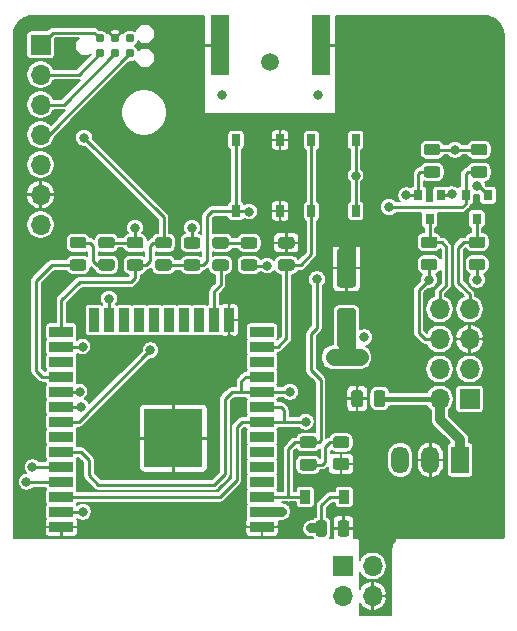
<source format=gtl>
G04 #@! TF.GenerationSoftware,KiCad,Pcbnew,(5.1.9-0-10_14)*
G04 #@! TF.CreationDate,2021-10-19T11:17:07+02:00*
G04 #@! TF.ProjectId,ithowifi_4l,6974686f-7769-4666-995f-346c2e6b6963,rev?*
G04 #@! TF.SameCoordinates,Original*
G04 #@! TF.FileFunction,Copper,L1,Top*
G04 #@! TF.FilePolarity,Positive*
%FSLAX46Y46*%
G04 Gerber Fmt 4.6, Leading zero omitted, Abs format (unit mm)*
G04 Created by KiCad (PCBNEW (5.1.9-0-10_14)) date 2021-10-19 11:17:07*
%MOMM*%
%LPD*%
G01*
G04 APERTURE LIST*
G04 #@! TA.AperFunction,SMDPad,CuDef*
%ADD10R,0.750000X1.000000*%
G04 #@! TD*
G04 #@! TA.AperFunction,ComponentPad*
%ADD11C,1.500000*%
G04 #@! TD*
G04 #@! TA.AperFunction,SMDPad,CuDef*
%ADD12R,0.900000X1.200000*%
G04 #@! TD*
G04 #@! TA.AperFunction,ComponentPad*
%ADD13O,1.700000X1.700000*%
G04 #@! TD*
G04 #@! TA.AperFunction,ComponentPad*
%ADD14R,1.700000X1.700000*%
G04 #@! TD*
G04 #@! TA.AperFunction,SMDPad,CuDef*
%ADD15C,0.787400*%
G04 #@! TD*
G04 #@! TA.AperFunction,SMDPad,CuDef*
%ADD16R,2.000000X0.900000*%
G04 #@! TD*
G04 #@! TA.AperFunction,SMDPad,CuDef*
%ADD17R,0.900000X2.000000*%
G04 #@! TD*
G04 #@! TA.AperFunction,SMDPad,CuDef*
%ADD18R,5.000000X5.000000*%
G04 #@! TD*
G04 #@! TA.AperFunction,SMDPad,CuDef*
%ADD19R,1.500000X5.080000*%
G04 #@! TD*
G04 #@! TA.AperFunction,SMDPad,CuDef*
%ADD20R,0.800000X0.900000*%
G04 #@! TD*
G04 #@! TA.AperFunction,ComponentPad*
%ADD21O,1.500000X2.300000*%
G04 #@! TD*
G04 #@! TA.AperFunction,ComponentPad*
%ADD22R,1.500000X2.300000*%
G04 #@! TD*
G04 #@! TA.AperFunction,ViaPad*
%ADD23C,0.800000*%
G04 #@! TD*
G04 #@! TA.AperFunction,Conductor*
%ADD24C,0.250000*%
G04 #@! TD*
G04 #@! TA.AperFunction,Conductor*
%ADD25C,1.473200*%
G04 #@! TD*
G04 #@! TA.AperFunction,Conductor*
%ADD26C,0.254000*%
G04 #@! TD*
G04 #@! TA.AperFunction,Conductor*
%ADD27C,0.812800*%
G04 #@! TD*
G04 #@! TA.AperFunction,Conductor*
%ADD28C,0.406400*%
G04 #@! TD*
G04 #@! TA.AperFunction,Conductor*
%ADD29C,0.203200*%
G04 #@! TD*
G04 #@! TA.AperFunction,Conductor*
%ADD30C,0.100000*%
G04 #@! TD*
G04 APERTURE END LIST*
D10*
X102265000Y-115872000D03*
X102265000Y-121872000D03*
X106015000Y-121872000D03*
X106015000Y-115872000D03*
X112415400Y-121872000D03*
X112415400Y-115872000D03*
X108665400Y-115872000D03*
X108665400Y-121872000D03*
D11*
X105182180Y-109251460D03*
G04 #@! TA.AperFunction,SMDPad,CuDef*
G36*
G01*
X111621502Y-141977500D02*
X110721498Y-141977500D01*
G75*
G02*
X110471500Y-141727502I0J249998D01*
G01*
X110471500Y-141202498D01*
G75*
G02*
X110721498Y-140952500I249998J0D01*
G01*
X111621502Y-140952500D01*
G75*
G02*
X111871500Y-141202498I0J-249998D01*
G01*
X111871500Y-141727502D01*
G75*
G02*
X111621502Y-141977500I-249998J0D01*
G01*
G37*
G04 #@! TD.AperFunction*
G04 #@! TA.AperFunction,SMDPad,CuDef*
G36*
G01*
X111621502Y-143802500D02*
X110721498Y-143802500D01*
G75*
G02*
X110471500Y-143552502I0J249998D01*
G01*
X110471500Y-143027498D01*
G75*
G02*
X110721498Y-142777500I249998J0D01*
G01*
X111621502Y-142777500D01*
G75*
G02*
X111871500Y-143027498I0J-249998D01*
G01*
X111871500Y-143552502D01*
G75*
G02*
X111621502Y-143802500I-249998J0D01*
G01*
G37*
G04 #@! TD.AperFunction*
D12*
X108125500Y-146084000D03*
X111425500Y-146084000D03*
G04 #@! TA.AperFunction,SMDPad,CuDef*
G36*
G01*
X108852500Y-141951000D02*
X107902500Y-141951000D01*
G75*
G02*
X107652500Y-141701000I0J250000D01*
G01*
X107652500Y-141201000D01*
G75*
G02*
X107902500Y-140951000I250000J0D01*
G01*
X108852500Y-140951000D01*
G75*
G02*
X109102500Y-141201000I0J-250000D01*
G01*
X109102500Y-141701000D01*
G75*
G02*
X108852500Y-141951000I-250000J0D01*
G01*
G37*
G04 #@! TD.AperFunction*
G04 #@! TA.AperFunction,SMDPad,CuDef*
G36*
G01*
X108852500Y-143851000D02*
X107902500Y-143851000D01*
G75*
G02*
X107652500Y-143601000I0J250000D01*
G01*
X107652500Y-143101000D01*
G75*
G02*
X107902500Y-142851000I250000J0D01*
G01*
X108852500Y-142851000D01*
G75*
G02*
X109102500Y-143101000I0J-250000D01*
G01*
X109102500Y-143601000D01*
G75*
G02*
X108852500Y-143851000I-250000J0D01*
G01*
G37*
G04 #@! TD.AperFunction*
G04 #@! TA.AperFunction,SMDPad,CuDef*
G36*
G01*
X113032000Y-137293000D02*
X113032000Y-138243000D01*
G75*
G02*
X112782000Y-138493000I-250000J0D01*
G01*
X112282000Y-138493000D01*
G75*
G02*
X112032000Y-138243000I0J250000D01*
G01*
X112032000Y-137293000D01*
G75*
G02*
X112282000Y-137043000I250000J0D01*
G01*
X112782000Y-137043000D01*
G75*
G02*
X113032000Y-137293000I0J-250000D01*
G01*
G37*
G04 #@! TD.AperFunction*
G04 #@! TA.AperFunction,SMDPad,CuDef*
G36*
G01*
X114932000Y-137293000D02*
X114932000Y-138243000D01*
G75*
G02*
X114682000Y-138493000I-250000J0D01*
G01*
X114182000Y-138493000D01*
G75*
G02*
X113932000Y-138243000I0J250000D01*
G01*
X113932000Y-137293000D01*
G75*
G02*
X114182000Y-137043000I250000J0D01*
G01*
X114682000Y-137043000D01*
G75*
G02*
X114932000Y-137293000I0J-250000D01*
G01*
G37*
G04 #@! TD.AperFunction*
G04 #@! TA.AperFunction,SMDPad,CuDef*
G36*
G01*
X112182000Y-128355500D02*
X111082000Y-128355500D01*
G75*
G02*
X110832000Y-128105500I0J250000D01*
G01*
X110832000Y-125280500D01*
G75*
G02*
X111082000Y-125030500I250000J0D01*
G01*
X112182000Y-125030500D01*
G75*
G02*
X112432000Y-125280500I0J-250000D01*
G01*
X112432000Y-128105500D01*
G75*
G02*
X112182000Y-128355500I-250000J0D01*
G01*
G37*
G04 #@! TD.AperFunction*
G04 #@! TA.AperFunction,SMDPad,CuDef*
G36*
G01*
X112182000Y-133430500D02*
X111082000Y-133430500D01*
G75*
G02*
X110832000Y-133180500I0J250000D01*
G01*
X110832000Y-130355500D01*
G75*
G02*
X111082000Y-130105500I250000J0D01*
G01*
X112182000Y-130105500D01*
G75*
G02*
X112432000Y-130355500I0J-250000D01*
G01*
X112432000Y-133180500D01*
G75*
G02*
X112182000Y-133430500I-250000J0D01*
G01*
G37*
G04 #@! TD.AperFunction*
D13*
X113832000Y-154468000D03*
X111292000Y-154468000D03*
X113832000Y-151928000D03*
D14*
X111292000Y-151928000D03*
D15*
X93306000Y-107266400D03*
X92036000Y-107266400D03*
X93306000Y-108536400D03*
X92036000Y-108536400D03*
X90766000Y-108536400D03*
X90766000Y-107266400D03*
D16*
X87477600Y-148615400D03*
X87477600Y-147345400D03*
X87477600Y-146075400D03*
X87477600Y-144805400D03*
X87477600Y-143535400D03*
X87477600Y-142265400D03*
X87477600Y-140995400D03*
X87477600Y-139725400D03*
X87477600Y-138455400D03*
X87477600Y-137185400D03*
X87477600Y-135915400D03*
X87477600Y-134645400D03*
X87477600Y-133375400D03*
X87477600Y-132105400D03*
D17*
X90262600Y-131105400D03*
X91532600Y-131105400D03*
X92802600Y-131105400D03*
X94072600Y-131105400D03*
X95342600Y-131105400D03*
X96612600Y-131105400D03*
X97882600Y-131105400D03*
X99152600Y-131105400D03*
X100422600Y-131105400D03*
X101692600Y-131105400D03*
D16*
X104477600Y-132105400D03*
X104477600Y-133375400D03*
X104477600Y-134645400D03*
X104477600Y-135915400D03*
X104477600Y-137185400D03*
X104477600Y-138455400D03*
X104477600Y-139725400D03*
X104477600Y-140995400D03*
X104477600Y-142265400D03*
X104477600Y-143535400D03*
X104477600Y-144805400D03*
X104477600Y-146075400D03*
X104477600Y-147345400D03*
X104477600Y-148615400D03*
D18*
X96977600Y-141115400D03*
G04 #@! TA.AperFunction,SMDPad,CuDef*
G36*
G01*
X106079750Y-125960000D02*
X106992250Y-125960000D01*
G75*
G02*
X107236000Y-126203750I0J-243750D01*
G01*
X107236000Y-126691250D01*
G75*
G02*
X106992250Y-126935000I-243750J0D01*
G01*
X106079750Y-126935000D01*
G75*
G02*
X105836000Y-126691250I0J243750D01*
G01*
X105836000Y-126203750D01*
G75*
G02*
X106079750Y-125960000I243750J0D01*
G01*
G37*
G04 #@! TD.AperFunction*
G04 #@! TA.AperFunction,SMDPad,CuDef*
G36*
G01*
X106079750Y-124085000D02*
X106992250Y-124085000D01*
G75*
G02*
X107236000Y-124328750I0J-243750D01*
G01*
X107236000Y-124816250D01*
G75*
G02*
X106992250Y-125060000I-243750J0D01*
G01*
X106079750Y-125060000D01*
G75*
G02*
X105836000Y-124816250I0J243750D01*
G01*
X105836000Y-124328750D01*
G75*
G02*
X106079750Y-124085000I243750J0D01*
G01*
G37*
G04 #@! TD.AperFunction*
G04 #@! TA.AperFunction,SMDPad,CuDef*
G36*
G01*
X89356250Y-125051400D02*
X88443750Y-125051400D01*
G75*
G02*
X88200000Y-124807650I0J243750D01*
G01*
X88200000Y-124320150D01*
G75*
G02*
X88443750Y-124076400I243750J0D01*
G01*
X89356250Y-124076400D01*
G75*
G02*
X89600000Y-124320150I0J-243750D01*
G01*
X89600000Y-124807650D01*
G75*
G02*
X89356250Y-125051400I-243750J0D01*
G01*
G37*
G04 #@! TD.AperFunction*
G04 #@! TA.AperFunction,SMDPad,CuDef*
G36*
G01*
X89356250Y-126926400D02*
X88443750Y-126926400D01*
G75*
G02*
X88200000Y-126682650I0J243750D01*
G01*
X88200000Y-126195150D01*
G75*
G02*
X88443750Y-125951400I243750J0D01*
G01*
X89356250Y-125951400D01*
G75*
G02*
X89600000Y-126195150I0J-243750D01*
G01*
X89600000Y-126682650D01*
G75*
G02*
X89356250Y-126926400I-243750J0D01*
G01*
G37*
G04 #@! TD.AperFunction*
G04 #@! TA.AperFunction,SMDPad,CuDef*
G36*
G01*
X90856750Y-125951400D02*
X91769250Y-125951400D01*
G75*
G02*
X92013000Y-126195150I0J-243750D01*
G01*
X92013000Y-126682650D01*
G75*
G02*
X91769250Y-126926400I-243750J0D01*
G01*
X90856750Y-126926400D01*
G75*
G02*
X90613000Y-126682650I0J243750D01*
G01*
X90613000Y-126195150D01*
G75*
G02*
X90856750Y-125951400I243750J0D01*
G01*
G37*
G04 #@! TD.AperFunction*
G04 #@! TA.AperFunction,SMDPad,CuDef*
G36*
G01*
X90856750Y-124076400D02*
X91769250Y-124076400D01*
G75*
G02*
X92013000Y-124320150I0J-243750D01*
G01*
X92013000Y-124807650D01*
G75*
G02*
X91769250Y-125051400I-243750J0D01*
G01*
X90856750Y-125051400D01*
G75*
G02*
X90613000Y-124807650I0J243750D01*
G01*
X90613000Y-124320150D01*
G75*
G02*
X90856750Y-124076400I243750J0D01*
G01*
G37*
G04 #@! TD.AperFunction*
G04 #@! TA.AperFunction,SMDPad,CuDef*
G36*
G01*
X94182250Y-125051400D02*
X93269750Y-125051400D01*
G75*
G02*
X93026000Y-124807650I0J243750D01*
G01*
X93026000Y-124320150D01*
G75*
G02*
X93269750Y-124076400I243750J0D01*
G01*
X94182250Y-124076400D01*
G75*
G02*
X94426000Y-124320150I0J-243750D01*
G01*
X94426000Y-124807650D01*
G75*
G02*
X94182250Y-125051400I-243750J0D01*
G01*
G37*
G04 #@! TD.AperFunction*
G04 #@! TA.AperFunction,SMDPad,CuDef*
G36*
G01*
X94182250Y-126926400D02*
X93269750Y-126926400D01*
G75*
G02*
X93026000Y-126682650I0J243750D01*
G01*
X93026000Y-126195150D01*
G75*
G02*
X93269750Y-125951400I243750J0D01*
G01*
X94182250Y-125951400D01*
G75*
G02*
X94426000Y-126195150I0J-243750D01*
G01*
X94426000Y-126682650D01*
G75*
G02*
X94182250Y-126926400I-243750J0D01*
G01*
G37*
G04 #@! TD.AperFunction*
G04 #@! TA.AperFunction,SMDPad,CuDef*
G36*
G01*
X99008250Y-125065500D02*
X98095750Y-125065500D01*
G75*
G02*
X97852000Y-124821750I0J243750D01*
G01*
X97852000Y-124334250D01*
G75*
G02*
X98095750Y-124090500I243750J0D01*
G01*
X99008250Y-124090500D01*
G75*
G02*
X99252000Y-124334250I0J-243750D01*
G01*
X99252000Y-124821750D01*
G75*
G02*
X99008250Y-125065500I-243750J0D01*
G01*
G37*
G04 #@! TD.AperFunction*
G04 #@! TA.AperFunction,SMDPad,CuDef*
G36*
G01*
X99008250Y-126940500D02*
X98095750Y-126940500D01*
G75*
G02*
X97852000Y-126696750I0J243750D01*
G01*
X97852000Y-126209250D01*
G75*
G02*
X98095750Y-125965500I243750J0D01*
G01*
X99008250Y-125965500D01*
G75*
G02*
X99252000Y-126209250I0J-243750D01*
G01*
X99252000Y-126696750D01*
G75*
G02*
X99008250Y-126940500I-243750J0D01*
G01*
G37*
G04 #@! TD.AperFunction*
D13*
X85725000Y-123037600D03*
X85725000Y-120497600D03*
X85725000Y-117957600D03*
X85725000Y-115417600D03*
X85725000Y-112877600D03*
X85725000Y-110337600D03*
D14*
X85725000Y-107797600D03*
G04 #@! TA.AperFunction,SMDPad,CuDef*
G36*
G01*
X110886900Y-149207250D02*
X110886900Y-148294750D01*
G75*
G02*
X111130650Y-148051000I243750J0D01*
G01*
X111618150Y-148051000D01*
G75*
G02*
X111861900Y-148294750I0J-243750D01*
G01*
X111861900Y-149207250D01*
G75*
G02*
X111618150Y-149451000I-243750J0D01*
G01*
X111130650Y-149451000D01*
G75*
G02*
X110886900Y-149207250I0J243750D01*
G01*
G37*
G04 #@! TD.AperFunction*
G04 #@! TA.AperFunction,SMDPad,CuDef*
G36*
G01*
X109011900Y-149207250D02*
X109011900Y-148294750D01*
G75*
G02*
X109255650Y-148051000I243750J0D01*
G01*
X109743150Y-148051000D01*
G75*
G02*
X109986900Y-148294750I0J-243750D01*
G01*
X109986900Y-149207250D01*
G75*
G02*
X109743150Y-149451000I-243750J0D01*
G01*
X109255650Y-149451000D01*
G75*
G02*
X109011900Y-149207250I0J243750D01*
G01*
G37*
G04 #@! TD.AperFunction*
G04 #@! TA.AperFunction,SMDPad,CuDef*
G36*
G01*
X96595250Y-125051400D02*
X95682750Y-125051400D01*
G75*
G02*
X95439000Y-124807650I0J243750D01*
G01*
X95439000Y-124320150D01*
G75*
G02*
X95682750Y-124076400I243750J0D01*
G01*
X96595250Y-124076400D01*
G75*
G02*
X96839000Y-124320150I0J-243750D01*
G01*
X96839000Y-124807650D01*
G75*
G02*
X96595250Y-125051400I-243750J0D01*
G01*
G37*
G04 #@! TD.AperFunction*
G04 #@! TA.AperFunction,SMDPad,CuDef*
G36*
G01*
X96595250Y-126926400D02*
X95682750Y-126926400D01*
G75*
G02*
X95439000Y-126682650I0J243750D01*
G01*
X95439000Y-126195150D01*
G75*
G02*
X95682750Y-125951400I243750J0D01*
G01*
X96595250Y-125951400D01*
G75*
G02*
X96839000Y-126195150I0J-243750D01*
G01*
X96839000Y-126682650D01*
G75*
G02*
X96595250Y-126926400I-243750J0D01*
G01*
G37*
G04 #@! TD.AperFunction*
D19*
X100931400Y-107848400D03*
X109431400Y-107848400D03*
G04 #@! TA.AperFunction,SMDPad,CuDef*
G36*
G01*
X101421250Y-125065500D02*
X100508750Y-125065500D01*
G75*
G02*
X100265000Y-124821750I0J243750D01*
G01*
X100265000Y-124334250D01*
G75*
G02*
X100508750Y-124090500I243750J0D01*
G01*
X101421250Y-124090500D01*
G75*
G02*
X101665000Y-124334250I0J-243750D01*
G01*
X101665000Y-124821750D01*
G75*
G02*
X101421250Y-125065500I-243750J0D01*
G01*
G37*
G04 #@! TD.AperFunction*
G04 #@! TA.AperFunction,SMDPad,CuDef*
G36*
G01*
X101421250Y-126940500D02*
X100508750Y-126940500D01*
G75*
G02*
X100265000Y-126696750I0J243750D01*
G01*
X100265000Y-126209250D01*
G75*
G02*
X100508750Y-125965500I243750J0D01*
G01*
X101421250Y-125965500D01*
G75*
G02*
X101665000Y-126209250I0J-243750D01*
G01*
X101665000Y-126696750D01*
G75*
G02*
X101421250Y-126940500I-243750J0D01*
G01*
G37*
G04 #@! TD.AperFunction*
G04 #@! TA.AperFunction,SMDPad,CuDef*
G36*
G01*
X103834250Y-125065500D02*
X102921750Y-125065500D01*
G75*
G02*
X102678000Y-124821750I0J243750D01*
G01*
X102678000Y-124334250D01*
G75*
G02*
X102921750Y-124090500I243750J0D01*
G01*
X103834250Y-124090500D01*
G75*
G02*
X104078000Y-124334250I0J-243750D01*
G01*
X104078000Y-124821750D01*
G75*
G02*
X103834250Y-125065500I-243750J0D01*
G01*
G37*
G04 #@! TD.AperFunction*
G04 #@! TA.AperFunction,SMDPad,CuDef*
G36*
G01*
X103834250Y-126940500D02*
X102921750Y-126940500D01*
G75*
G02*
X102678000Y-126696750I0J243750D01*
G01*
X102678000Y-126209250D01*
G75*
G02*
X102921750Y-125965500I243750J0D01*
G01*
X103834250Y-125965500D01*
G75*
G02*
X104078000Y-126209250I0J-243750D01*
G01*
X104078000Y-126696750D01*
G75*
G02*
X103834250Y-126940500I-243750J0D01*
G01*
G37*
G04 #@! TD.AperFunction*
G04 #@! TA.AperFunction,SMDPad,CuDef*
G36*
G01*
X118161750Y-125911000D02*
X119074250Y-125911000D01*
G75*
G02*
X119318000Y-126154750I0J-243750D01*
G01*
X119318000Y-126642250D01*
G75*
G02*
X119074250Y-126886000I-243750J0D01*
G01*
X118161750Y-126886000D01*
G75*
G02*
X117918000Y-126642250I0J243750D01*
G01*
X117918000Y-126154750D01*
G75*
G02*
X118161750Y-125911000I243750J0D01*
G01*
G37*
G04 #@! TD.AperFunction*
G04 #@! TA.AperFunction,SMDPad,CuDef*
G36*
G01*
X118161750Y-124036000D02*
X119074250Y-124036000D01*
G75*
G02*
X119318000Y-124279750I0J-243750D01*
G01*
X119318000Y-124767250D01*
G75*
G02*
X119074250Y-125011000I-243750J0D01*
G01*
X118161750Y-125011000D01*
G75*
G02*
X117918000Y-124767250I0J243750D01*
G01*
X117918000Y-124279750D01*
G75*
G02*
X118161750Y-124036000I243750J0D01*
G01*
G37*
G04 #@! TD.AperFunction*
G04 #@! TA.AperFunction,SMDPad,CuDef*
G36*
G01*
X122225750Y-125911000D02*
X123138250Y-125911000D01*
G75*
G02*
X123382000Y-126154750I0J-243750D01*
G01*
X123382000Y-126642250D01*
G75*
G02*
X123138250Y-126886000I-243750J0D01*
G01*
X122225750Y-126886000D01*
G75*
G02*
X121982000Y-126642250I0J243750D01*
G01*
X121982000Y-126154750D01*
G75*
G02*
X122225750Y-125911000I243750J0D01*
G01*
G37*
G04 #@! TD.AperFunction*
G04 #@! TA.AperFunction,SMDPad,CuDef*
G36*
G01*
X122225750Y-124036000D02*
X123138250Y-124036000D01*
G75*
G02*
X123382000Y-124279750I0J-243750D01*
G01*
X123382000Y-124767250D01*
G75*
G02*
X123138250Y-125011000I-243750J0D01*
G01*
X122225750Y-125011000D01*
G75*
G02*
X121982000Y-124767250I0J243750D01*
G01*
X121982000Y-124279750D01*
G75*
G02*
X122225750Y-124036000I243750J0D01*
G01*
G37*
G04 #@! TD.AperFunction*
G04 #@! TA.AperFunction,SMDPad,CuDef*
G36*
G01*
X118415750Y-118074400D02*
X119328250Y-118074400D01*
G75*
G02*
X119572000Y-118318150I0J-243750D01*
G01*
X119572000Y-118805650D01*
G75*
G02*
X119328250Y-119049400I-243750J0D01*
G01*
X118415750Y-119049400D01*
G75*
G02*
X118172000Y-118805650I0J243750D01*
G01*
X118172000Y-118318150D01*
G75*
G02*
X118415750Y-118074400I243750J0D01*
G01*
G37*
G04 #@! TD.AperFunction*
G04 #@! TA.AperFunction,SMDPad,CuDef*
G36*
G01*
X118415750Y-116199400D02*
X119328250Y-116199400D01*
G75*
G02*
X119572000Y-116443150I0J-243750D01*
G01*
X119572000Y-116930650D01*
G75*
G02*
X119328250Y-117174400I-243750J0D01*
G01*
X118415750Y-117174400D01*
G75*
G02*
X118172000Y-116930650I0J243750D01*
G01*
X118172000Y-116443150D01*
G75*
G02*
X118415750Y-116199400I243750J0D01*
G01*
G37*
G04 #@! TD.AperFunction*
G04 #@! TA.AperFunction,SMDPad,CuDef*
G36*
G01*
X123316050Y-117174400D02*
X122403550Y-117174400D01*
G75*
G02*
X122159800Y-116930650I0J243750D01*
G01*
X122159800Y-116443150D01*
G75*
G02*
X122403550Y-116199400I243750J0D01*
G01*
X123316050Y-116199400D01*
G75*
G02*
X123559800Y-116443150I0J-243750D01*
G01*
X123559800Y-116930650D01*
G75*
G02*
X123316050Y-117174400I-243750J0D01*
G01*
G37*
G04 #@! TD.AperFunction*
G04 #@! TA.AperFunction,SMDPad,CuDef*
G36*
G01*
X123316050Y-119049400D02*
X122403550Y-119049400D01*
G75*
G02*
X122159800Y-118805650I0J243750D01*
G01*
X122159800Y-118318150D01*
G75*
G02*
X122403550Y-118074400I243750J0D01*
G01*
X123316050Y-118074400D01*
G75*
G02*
X123559800Y-118318150I0J-243750D01*
G01*
X123559800Y-118805650D01*
G75*
G02*
X123316050Y-119049400I-243750J0D01*
G01*
G37*
G04 #@! TD.AperFunction*
D20*
X118658600Y-122539000D03*
X117708600Y-120539000D03*
X119608600Y-120539000D03*
X122656600Y-122539000D03*
X121706600Y-120539000D03*
X123606600Y-120539000D03*
D21*
X116179600Y-142951200D03*
X118719600Y-142951200D03*
D22*
X121259600Y-142951200D03*
D14*
X122047000Y-137795000D03*
D13*
X119507000Y-137795000D03*
X122047000Y-135255000D03*
X119507000Y-135255000D03*
X122047000Y-132715000D03*
X119507000Y-132715000D03*
X122047000Y-130175000D03*
X119507000Y-130175000D03*
D23*
X95250000Y-139700000D03*
X98806000Y-139700000D03*
X97028000Y-139700000D03*
X98806000Y-142748000D03*
X97028000Y-142748000D03*
X95250000Y-142748000D03*
X95250000Y-141224000D03*
X98806000Y-141224000D03*
X97028000Y-141224000D03*
X99187000Y-105918000D03*
X99187000Y-107442000D03*
X99187000Y-109093000D03*
X101092000Y-112014000D03*
X109220000Y-112014000D03*
X101727000Y-132715000D03*
X89154000Y-148590000D03*
X106172000Y-148590000D03*
X99187000Y-110871000D03*
X99187000Y-112522000D03*
X99187000Y-114173000D03*
X111125000Y-105918000D03*
X111125000Y-107442000D03*
X111125000Y-109093000D03*
X111125000Y-110871000D03*
X111125000Y-114173000D03*
X111125000Y-112522000D03*
X105918000Y-114173000D03*
X109220000Y-114173000D03*
X102489000Y-114173000D03*
X104140000Y-114173000D03*
X100965000Y-114173000D03*
X107569000Y-114173000D03*
X102432000Y-138568000D03*
X112032000Y-139368000D03*
X111632000Y-124168000D03*
X112732000Y-124168000D03*
X110532000Y-124168000D03*
X86741000Y-128270000D03*
X122682000Y-127698500D03*
X118618000Y-127698500D03*
X106172000Y-147320000D03*
X122682000Y-119761000D03*
X108631500Y-148751000D03*
X120532000Y-120468000D03*
X120813090Y-116686900D03*
X111632000Y-134268000D03*
X112732000Y-134268000D03*
X110532000Y-134268000D03*
X113132002Y-132568000D03*
X112395000Y-118872000D03*
X98552000Y-123317000D03*
X93726000Y-123317000D03*
X104902000Y-126492000D03*
X89407998Y-115671600D03*
X85039200Y-143560804D03*
X84531209Y-144805391D03*
X89309400Y-147345400D03*
X95032000Y-133668000D03*
X89154000Y-138430000D03*
X89027000Y-137160002D03*
X89281000Y-133350000D03*
X106849400Y-137185400D03*
X115232000Y-121538998D03*
X116697000Y-120539000D03*
X108174600Y-139725400D03*
X109132000Y-127668006D03*
X103378008Y-121920000D03*
X91524600Y-129294600D03*
D24*
X99593400Y-107848400D02*
X99187000Y-107442000D01*
X100931400Y-107848400D02*
X99593400Y-107848400D01*
X110718600Y-107848400D02*
X111125000Y-107442000D01*
X109431400Y-107848400D02*
X110718600Y-107848400D01*
D25*
X111632000Y-126693000D02*
X111632000Y-124168000D01*
X112732000Y-124168000D02*
X110532000Y-124168000D01*
D26*
X122682000Y-126398500D02*
X122682000Y-127698500D01*
X118618000Y-127698500D02*
X118618000Y-126398500D01*
X118618000Y-127698500D02*
X117748500Y-128568000D01*
X117748500Y-128568000D02*
X117748500Y-132184500D01*
X118279000Y-132715000D02*
X119507000Y-132715000D01*
X117748500Y-132184500D02*
X118279000Y-132715000D01*
D27*
X106146600Y-147345400D02*
X106172000Y-147320000D01*
X104477600Y-147345400D02*
X106146600Y-147345400D01*
D26*
X122682000Y-119761000D02*
X122828600Y-119761000D01*
D27*
X109499400Y-148751000D02*
X108634800Y-148751000D01*
D26*
X120461000Y-120539000D02*
X120532000Y-120468000D01*
X119608600Y-120539000D02*
X120461000Y-120539000D01*
X118872000Y-116686900D02*
X120813090Y-116686900D01*
D25*
X111632000Y-131768000D02*
X111632000Y-134268000D01*
X112732000Y-134268000D02*
X110532000Y-134268000D01*
D24*
X85725000Y-115417600D02*
X86424800Y-115417600D01*
X86424800Y-115417600D02*
X93306000Y-108536400D01*
D26*
X122828600Y-119761000D02*
X123606600Y-120539000D01*
X122859800Y-116686900D02*
X120813090Y-116686900D01*
X120832000Y-116667990D02*
X120813090Y-116686900D01*
D24*
X111425500Y-146084000D02*
X110219000Y-146084000D01*
X109499400Y-146803600D02*
X109499400Y-148751000D01*
X110219000Y-146084000D02*
X109499400Y-146803600D01*
D26*
X91313000Y-124563900D02*
X93726000Y-124563900D01*
X93726000Y-124563900D02*
X93726000Y-123317000D01*
X98552000Y-124578000D02*
X98552000Y-123317000D01*
X103417000Y-126492000D02*
X103378000Y-126453000D01*
X104902000Y-126492000D02*
X103417000Y-126492000D01*
X112415400Y-121872000D02*
X112415400Y-115872000D01*
X122656600Y-124498100D02*
X122682000Y-124523500D01*
X122656600Y-122539000D02*
X122656600Y-124498100D01*
X121094500Y-127952500D02*
X122047000Y-128905000D01*
X122047000Y-128905000D02*
X122047000Y-130175000D01*
X121539000Y-124523500D02*
X121094500Y-124968000D01*
X121094500Y-124968000D02*
X121094500Y-127952500D01*
X122682000Y-124523500D02*
X121539000Y-124523500D01*
X118658600Y-124482900D02*
X118618000Y-124523500D01*
X118658600Y-122539000D02*
X118658600Y-124482900D01*
X118618000Y-124523500D02*
X119697500Y-124523500D01*
X119697500Y-124523500D02*
X120078500Y-124904500D01*
X120078500Y-124904500D02*
X120078500Y-128143000D01*
X120078500Y-128143000D02*
X119507000Y-128714500D01*
X119507000Y-128714500D02*
X119507000Y-130175000D01*
D24*
X90766000Y-107266400D02*
X90267600Y-106768000D01*
X86754600Y-106768000D02*
X85725000Y-107797600D01*
X90267600Y-106768000D02*
X86754600Y-106768000D01*
D26*
X89416400Y-115680002D02*
X89407998Y-115671600D01*
X96139000Y-124563900D02*
X95273100Y-124563900D01*
X95273100Y-124563900D02*
X94996000Y-124841000D01*
X94996000Y-124841000D02*
X94996000Y-126111000D01*
X94668100Y-126438900D02*
X93726000Y-126438900D01*
X94996000Y-126111000D02*
X94668100Y-126438900D01*
X96139000Y-122402602D02*
X89407998Y-115671600D01*
X96139000Y-124563900D02*
X96139000Y-122402602D01*
X89027000Y-127889000D02*
X87477600Y-129438400D01*
X93345000Y-127889000D02*
X89027000Y-127889000D01*
X93726000Y-127508000D02*
X93345000Y-127889000D01*
X87477600Y-129438400D02*
X87477600Y-132105400D01*
X93726000Y-126438900D02*
X93726000Y-127508000D01*
D24*
X85199196Y-143560804D02*
X85039200Y-143560804D01*
X85220800Y-143539200D02*
X85199196Y-143560804D01*
D26*
X87477600Y-143535400D02*
X85064604Y-143535400D01*
X85064604Y-143535400D02*
X85039200Y-143560804D01*
D24*
X87694800Y-112877600D02*
X91964932Y-108607468D01*
X85725000Y-112877600D02*
X87694800Y-112877600D01*
D26*
X87477600Y-144805400D02*
X84531218Y-144805400D01*
X84531218Y-144805400D02*
X84531209Y-144805391D01*
D24*
X86817400Y-144830800D02*
X86839000Y-144809200D01*
X88964800Y-110337600D02*
X90766000Y-108536400D01*
X85725000Y-110337600D02*
X88964800Y-110337600D01*
D26*
X87477600Y-147345400D02*
X89309400Y-147345400D01*
X87477600Y-139725400D02*
X88974600Y-139725400D01*
X88974600Y-139725400D02*
X95032000Y-133668000D01*
X87503000Y-138430000D02*
X87477600Y-138455400D01*
X89154000Y-138430000D02*
X87503000Y-138430000D01*
X87477600Y-137185400D02*
X89001602Y-137185400D01*
X89001602Y-137185400D02*
X89027000Y-137160002D01*
X87477600Y-133375400D02*
X89255600Y-133375400D01*
X89255600Y-133375400D02*
X89281000Y-133350000D01*
X88900000Y-124563900D02*
X89892900Y-124563900D01*
X89892900Y-124563900D02*
X90170000Y-124841000D01*
X90170000Y-124841000D02*
X90170000Y-126111000D01*
X90497900Y-126438900D02*
X91313000Y-126438900D01*
X90170000Y-126111000D02*
X90497900Y-126438900D01*
X100965000Y-124578000D02*
X103378000Y-124578000D01*
X121706600Y-118755200D02*
X121899900Y-118561900D01*
X121706600Y-120539000D02*
X121706600Y-118755200D01*
X103084600Y-135915400D02*
X104477600Y-135915400D01*
X102732000Y-137185400D02*
X102732000Y-136268000D01*
X102732000Y-136268000D02*
X103084600Y-135915400D01*
X104477600Y-137185400D02*
X102732000Y-137185400D01*
X100432000Y-145068000D02*
X101332000Y-144168000D01*
X89832000Y-142968000D02*
X89832000Y-144268000D01*
X101914600Y-137185400D02*
X102732000Y-137185400D01*
X89832000Y-144268000D02*
X90632000Y-145068000D01*
X89132000Y-142268000D02*
X89832000Y-142968000D01*
X101332000Y-137768000D02*
X101914600Y-137185400D01*
X88734200Y-142268000D02*
X89132000Y-142268000D01*
X88731600Y-142265400D02*
X88734200Y-142268000D01*
X101332000Y-144168000D02*
X101332000Y-137768000D01*
X90632000Y-145068000D02*
X100432000Y-145068000D01*
X87477600Y-142265400D02*
X88731600Y-142265400D01*
X104477600Y-137185400D02*
X106849400Y-137185400D01*
X121899900Y-118561900D02*
X122859800Y-118561900D01*
X121706600Y-120539000D02*
X121706600Y-121243000D01*
X121706600Y-121243000D02*
X121410602Y-121538998D01*
X121410602Y-121538998D02*
X115232000Y-121538998D01*
X118872000Y-118561900D02*
X117886700Y-118561900D01*
X117708600Y-118740000D02*
X117708600Y-120539000D01*
X117886700Y-118561900D02*
X117708600Y-118740000D01*
X117708600Y-120539000D02*
X116697000Y-120539000D01*
X106324400Y-139725400D02*
X106324400Y-138709400D01*
X104477600Y-139725400D02*
X106324400Y-139725400D01*
X106070400Y-138455400D02*
X104477600Y-138455400D01*
X106324400Y-138709400D02*
X106070400Y-138455400D01*
X102332000Y-140168000D02*
X102774600Y-139725400D01*
X102774600Y-139725400D02*
X104477600Y-139725400D01*
X102332000Y-144668000D02*
X102332000Y-140168000D01*
X100924600Y-146075400D02*
X102332000Y-144668000D01*
X87477600Y-146075400D02*
X100924600Y-146075400D01*
X106324400Y-139725400D02*
X108174600Y-139725400D01*
X105824600Y-133375400D02*
X104477600Y-133375400D01*
X106536000Y-132664000D02*
X105824600Y-133375400D01*
X106536000Y-126447500D02*
X106536000Y-132664000D01*
X107740500Y-126447500D02*
X106536000Y-126447500D01*
X108665400Y-125522600D02*
X107740500Y-126447500D01*
X108665400Y-121872000D02*
X108665400Y-125522600D01*
X108665400Y-121872000D02*
X108665400Y-115872000D01*
D27*
X121259600Y-142951200D02*
X121259600Y-141262100D01*
X119507000Y-139509500D02*
X119507000Y-137795000D01*
X121259600Y-141262100D02*
X119507000Y-139509500D01*
D28*
X114459000Y-137795000D02*
X114432000Y-137768000D01*
X119507000Y-137795000D02*
X114459000Y-137795000D01*
D26*
X109432000Y-136168000D02*
X108632000Y-135368000D01*
X108632000Y-135368000D02*
X108632000Y-132268000D01*
X109132000Y-131768000D02*
X109132000Y-127668006D01*
X108632000Y-132268000D02*
X109132000Y-131768000D01*
D24*
X108116900Y-146075400D02*
X108125500Y-146084000D01*
X108377500Y-141451000D02*
X107295500Y-141451000D01*
X106717900Y-142028600D02*
X106717900Y-146075400D01*
X107295500Y-141451000D02*
X106717900Y-142028600D01*
X106717900Y-146075400D02*
X108116900Y-146075400D01*
X104477600Y-146075400D02*
X106717900Y-146075400D01*
X109432000Y-136168000D02*
X109432000Y-141283000D01*
X109264000Y-141451000D02*
X108377500Y-141451000D01*
X109432000Y-141283000D02*
X109264000Y-141451000D01*
D26*
X98537900Y-126438900D02*
X98552000Y-126453000D01*
X96139000Y-126438900D02*
X98537900Y-126438900D01*
X98552000Y-126453000D02*
X99480000Y-126453000D01*
X99480000Y-126453000D02*
X99822000Y-126111000D01*
X102265000Y-121872000D02*
X102265000Y-115872000D01*
X99822000Y-126111000D02*
X99822000Y-122301000D01*
X100251000Y-121872000D02*
X102265000Y-121872000D01*
X99822000Y-122301000D02*
X100251000Y-121872000D01*
X102265000Y-121872000D02*
X103330008Y-121872000D01*
X103330008Y-121872000D02*
X103378008Y-121920000D01*
D24*
X108377500Y-143351000D02*
X109586500Y-143351000D01*
X109586500Y-143351000D02*
X109838000Y-143099500D01*
X109838000Y-143099500D02*
X109838000Y-141829500D01*
X110202500Y-141465000D02*
X111171500Y-141465000D01*
X109838000Y-141829500D02*
X110202500Y-141465000D01*
X91524600Y-129294600D02*
X91524600Y-131097400D01*
X91524600Y-131097400D02*
X91532600Y-131105400D01*
D26*
X100422600Y-131105400D02*
X100422600Y-128685400D01*
X100965000Y-128143000D02*
X100965000Y-126453000D01*
X100422600Y-128685400D02*
X100965000Y-128143000D01*
X87477600Y-135915400D02*
X85877400Y-135915400D01*
X85877400Y-135915400D02*
X85344000Y-135382000D01*
X85344000Y-135382000D02*
X85344000Y-127762000D01*
X86667100Y-126438900D02*
X88900000Y-126438900D01*
X85344000Y-127762000D02*
X86667100Y-126438900D01*
D29*
X99593400Y-113538000D02*
X99595352Y-113557821D01*
X99601134Y-113576881D01*
X99610523Y-113594446D01*
X99623158Y-113609842D01*
X99638554Y-113622477D01*
X99656119Y-113631866D01*
X99675179Y-113637648D01*
X99695000Y-113639600D01*
X110617000Y-113639600D01*
X110636821Y-113637648D01*
X110655881Y-113631866D01*
X110673446Y-113622477D01*
X110688842Y-113609842D01*
X110701477Y-113594446D01*
X110710866Y-113576881D01*
X110716648Y-113557821D01*
X110718600Y-113538000D01*
X110718600Y-105373600D01*
X123312165Y-105373600D01*
X123641308Y-105405873D01*
X123938841Y-105495703D01*
X124213253Y-105641612D01*
X124454097Y-105838041D01*
X124652203Y-106077508D01*
X124800026Y-106350901D01*
X124891929Y-106647793D01*
X124926400Y-106975759D01*
X124926401Y-149448158D01*
X124922695Y-149485957D01*
X124917480Y-149503228D01*
X124909006Y-149519166D01*
X124897606Y-149533144D01*
X124883695Y-149544652D01*
X124867829Y-149553231D01*
X124850590Y-149558567D01*
X124814122Y-149562400D01*
X116312079Y-149562400D01*
X116294786Y-149564103D01*
X116291750Y-149564082D01*
X116286113Y-149564634D01*
X116269310Y-149566400D01*
X115832000Y-149566400D01*
X115812179Y-149568352D01*
X115793119Y-149574134D01*
X115775554Y-149583523D01*
X115760158Y-149596158D01*
X115747523Y-149611554D01*
X115738134Y-149629119D01*
X115732352Y-149648179D01*
X115730400Y-149668000D01*
X115730400Y-149793463D01*
X115718675Y-149803163D01*
X115692783Y-149829238D01*
X115666510Y-149854966D01*
X115662900Y-149859329D01*
X115601224Y-149934950D01*
X115580887Y-149965560D01*
X115560108Y-149995907D01*
X115557414Y-150000888D01*
X115511602Y-150087049D01*
X115497585Y-150121059D01*
X115483114Y-150154822D01*
X115481439Y-150160232D01*
X115453234Y-150253650D01*
X115446094Y-150289709D01*
X115438450Y-150325673D01*
X115437858Y-150331305D01*
X115428336Y-150428422D01*
X115428336Y-150428432D01*
X115426401Y-150448079D01*
X115426400Y-155948168D01*
X115422695Y-155985957D01*
X115417480Y-156003228D01*
X115409006Y-156019166D01*
X115397606Y-156033144D01*
X115383695Y-156044652D01*
X115367829Y-156053231D01*
X115350590Y-156058567D01*
X115314122Y-156062400D01*
X112733600Y-156062400D01*
X112733600Y-155065585D01*
X112800829Y-155185795D01*
X112960677Y-155373174D01*
X113154010Y-155525768D01*
X113373398Y-155637712D01*
X113610409Y-155704705D01*
X113806600Y-155622544D01*
X113806600Y-154493400D01*
X113857400Y-154493400D01*
X113857400Y-155622544D01*
X114053591Y-155704705D01*
X114290602Y-155637712D01*
X114509990Y-155525768D01*
X114703323Y-155373174D01*
X114863171Y-155185795D01*
X114983392Y-154970831D01*
X115059366Y-154736544D01*
X115068704Y-154689591D01*
X114986521Y-154493400D01*
X113857400Y-154493400D01*
X113806600Y-154493400D01*
X113786600Y-154493400D01*
X113786600Y-154442600D01*
X113806600Y-154442600D01*
X113806600Y-153313456D01*
X113857400Y-153313456D01*
X113857400Y-154442600D01*
X114986521Y-154442600D01*
X115068704Y-154246409D01*
X115059366Y-154199456D01*
X114983392Y-153965169D01*
X114863171Y-153750205D01*
X114703323Y-153562826D01*
X114509990Y-153410232D01*
X114290602Y-153298288D01*
X114053591Y-153231295D01*
X113857400Y-153313456D01*
X113806600Y-153313456D01*
X113610409Y-153231295D01*
X113373398Y-153298288D01*
X113154010Y-153410232D01*
X112960677Y-153562826D01*
X112800829Y-153750205D01*
X112733600Y-153870415D01*
X112733600Y-152426612D01*
X112763611Y-152499066D01*
X112895550Y-152696525D01*
X113063475Y-152864450D01*
X113260934Y-152996389D01*
X113480340Y-153087269D01*
X113713259Y-153133600D01*
X113950741Y-153133600D01*
X114183660Y-153087269D01*
X114403066Y-152996389D01*
X114600525Y-152864450D01*
X114768450Y-152696525D01*
X114900389Y-152499066D01*
X114991269Y-152279660D01*
X115037600Y-152046741D01*
X115037600Y-151809259D01*
X114991269Y-151576340D01*
X114900389Y-151356934D01*
X114768450Y-151159475D01*
X114600525Y-150991550D01*
X114403066Y-150859611D01*
X114183660Y-150768731D01*
X113950741Y-150722400D01*
X113713259Y-150722400D01*
X113480340Y-150768731D01*
X113260934Y-150859611D01*
X113063475Y-150991550D01*
X112895550Y-151159475D01*
X112763611Y-151356934D01*
X112733600Y-151429388D01*
X112733600Y-149668000D01*
X112731648Y-149648179D01*
X112725866Y-149629119D01*
X112716477Y-149611554D01*
X112703842Y-149596158D01*
X112688446Y-149583523D01*
X112670881Y-149574134D01*
X112651821Y-149568352D01*
X112632000Y-149566400D01*
X112251580Y-149566400D01*
X112262419Y-149530668D01*
X112270266Y-149451000D01*
X112268300Y-148878000D01*
X112166700Y-148776400D01*
X111399800Y-148776400D01*
X111399800Y-148796400D01*
X111349000Y-148796400D01*
X111349000Y-148776400D01*
X110582100Y-148776400D01*
X110480500Y-148878000D01*
X110478534Y-149451000D01*
X110486381Y-149530668D01*
X110497220Y-149566400D01*
X110222229Y-149566400D01*
X110242921Y-149541187D01*
X110298466Y-149437270D01*
X110332671Y-149324513D01*
X110344220Y-149207250D01*
X110344220Y-148294750D01*
X110332671Y-148177487D01*
X110298466Y-148064730D01*
X110291128Y-148051000D01*
X110478534Y-148051000D01*
X110480500Y-148624000D01*
X110582100Y-148725600D01*
X111349000Y-148725600D01*
X111349000Y-147746200D01*
X111399800Y-147746200D01*
X111399800Y-148725600D01*
X112166700Y-148725600D01*
X112268300Y-148624000D01*
X112270266Y-148051000D01*
X112262419Y-147971332D01*
X112239181Y-147894725D01*
X112201444Y-147824124D01*
X112150658Y-147762242D01*
X112088776Y-147711456D01*
X112018175Y-147673719D01*
X111941568Y-147650481D01*
X111861900Y-147642634D01*
X111501400Y-147644600D01*
X111399800Y-147746200D01*
X111349000Y-147746200D01*
X111247400Y-147644600D01*
X110886900Y-147642634D01*
X110807232Y-147650481D01*
X110730625Y-147673719D01*
X110660024Y-147711456D01*
X110598142Y-147762242D01*
X110547356Y-147824124D01*
X110509619Y-147894725D01*
X110486381Y-147971332D01*
X110478534Y-148051000D01*
X110291128Y-148051000D01*
X110242921Y-147960813D01*
X110168171Y-147869729D01*
X110077087Y-147794979D01*
X109980000Y-147743085D01*
X109980000Y-147002670D01*
X110418071Y-146564600D01*
X110618180Y-146564600D01*
X110618180Y-146684000D01*
X110625046Y-146753710D01*
X110645379Y-146820740D01*
X110678399Y-146882516D01*
X110722837Y-146936663D01*
X110776984Y-146981101D01*
X110838760Y-147014121D01*
X110905790Y-147034454D01*
X110975500Y-147041320D01*
X111875500Y-147041320D01*
X111945210Y-147034454D01*
X112012240Y-147014121D01*
X112074016Y-146981101D01*
X112128163Y-146936663D01*
X112172601Y-146882516D01*
X112205621Y-146820740D01*
X112225954Y-146753710D01*
X112232820Y-146684000D01*
X112232820Y-145484000D01*
X112225954Y-145414290D01*
X112205621Y-145347260D01*
X112172601Y-145285484D01*
X112128163Y-145231337D01*
X112074016Y-145186899D01*
X112012240Y-145153879D01*
X111945210Y-145133546D01*
X111875500Y-145126680D01*
X110975500Y-145126680D01*
X110905790Y-145133546D01*
X110838760Y-145153879D01*
X110776984Y-145186899D01*
X110722837Y-145231337D01*
X110678399Y-145285484D01*
X110645379Y-145347260D01*
X110625046Y-145414290D01*
X110618180Y-145484000D01*
X110618180Y-145603400D01*
X110242603Y-145603400D01*
X110218999Y-145601075D01*
X110195395Y-145603400D01*
X110195393Y-145603400D01*
X110124786Y-145610354D01*
X110034193Y-145637835D01*
X109950701Y-145682463D01*
X109877520Y-145742520D01*
X109862469Y-145760860D01*
X109176265Y-146447065D01*
X109157920Y-146462120D01*
X109097863Y-146535301D01*
X109053235Y-146618794D01*
X109025754Y-146709387D01*
X109018800Y-146779993D01*
X109016475Y-146803600D01*
X109018800Y-146827204D01*
X109018800Y-147743084D01*
X108921713Y-147794979D01*
X108830629Y-147869729D01*
X108755879Y-147960813D01*
X108740813Y-147989000D01*
X108597374Y-147989000D01*
X108485422Y-148000026D01*
X108341785Y-148043598D01*
X108209408Y-148114355D01*
X108093378Y-148209578D01*
X107998155Y-148325608D01*
X107962844Y-148391670D01*
X107961896Y-148393089D01*
X107961243Y-148394665D01*
X107927398Y-148457985D01*
X107906556Y-148526691D01*
X107904937Y-148530600D01*
X107904112Y-148534750D01*
X107883826Y-148601622D01*
X107876977Y-148671168D01*
X107875900Y-148676580D01*
X107875900Y-148682098D01*
X107869114Y-148751000D01*
X107875900Y-148819902D01*
X107875900Y-148825420D01*
X107876977Y-148830832D01*
X107883826Y-148900378D01*
X107904112Y-148967250D01*
X107904937Y-148971400D01*
X107906556Y-148975309D01*
X107927398Y-149044015D01*
X107961243Y-149107335D01*
X107961896Y-149108911D01*
X107962844Y-149110330D01*
X107998155Y-149176392D01*
X108093378Y-149292422D01*
X108209408Y-149387645D01*
X108341785Y-149458402D01*
X108485422Y-149501974D01*
X108597374Y-149513000D01*
X108740813Y-149513000D01*
X108755879Y-149541187D01*
X108776571Y-149566400D01*
X104692534Y-149566400D01*
X104651921Y-149562400D01*
X104632000Y-149560438D01*
X104612079Y-149562400D01*
X87351921Y-149562400D01*
X87332000Y-149560438D01*
X87312079Y-149562400D01*
X87271466Y-149566400D01*
X83437600Y-149566400D01*
X83437600Y-149065400D01*
X86069234Y-149065400D01*
X86077081Y-149145068D01*
X86100319Y-149221675D01*
X86138056Y-149292276D01*
X86188842Y-149354158D01*
X86250724Y-149404944D01*
X86321325Y-149442681D01*
X86397932Y-149465919D01*
X86477600Y-149473766D01*
X87350600Y-149471800D01*
X87452200Y-149370200D01*
X87452200Y-148640800D01*
X87503000Y-148640800D01*
X87503000Y-149370200D01*
X87604600Y-149471800D01*
X88477600Y-149473766D01*
X88557268Y-149465919D01*
X88633875Y-149442681D01*
X88704476Y-149404944D01*
X88766358Y-149354158D01*
X88817144Y-149292276D01*
X88854881Y-149221675D01*
X88878119Y-149145068D01*
X88885966Y-149065400D01*
X103069234Y-149065400D01*
X103077081Y-149145068D01*
X103100319Y-149221675D01*
X103138056Y-149292276D01*
X103188842Y-149354158D01*
X103250724Y-149404944D01*
X103321325Y-149442681D01*
X103397932Y-149465919D01*
X103477600Y-149473766D01*
X104350600Y-149471800D01*
X104452200Y-149370200D01*
X104452200Y-148640800D01*
X104503000Y-148640800D01*
X104503000Y-149370200D01*
X104604600Y-149471800D01*
X105477600Y-149473766D01*
X105557268Y-149465919D01*
X105633875Y-149442681D01*
X105704476Y-149404944D01*
X105766358Y-149354158D01*
X105817144Y-149292276D01*
X105854881Y-149221675D01*
X105878119Y-149145068D01*
X105885966Y-149065400D01*
X105884000Y-148742400D01*
X105782400Y-148640800D01*
X104503000Y-148640800D01*
X104452200Y-148640800D01*
X103172800Y-148640800D01*
X103071200Y-148742400D01*
X103069234Y-149065400D01*
X88885966Y-149065400D01*
X88884000Y-148742400D01*
X88782400Y-148640800D01*
X87503000Y-148640800D01*
X87452200Y-148640800D01*
X86172800Y-148640800D01*
X86071200Y-148742400D01*
X86069234Y-149065400D01*
X83437600Y-149065400D01*
X83437600Y-144730971D01*
X83775609Y-144730971D01*
X83775609Y-144879811D01*
X83804646Y-145025791D01*
X83861605Y-145163302D01*
X83944296Y-145287058D01*
X84049542Y-145392304D01*
X84173298Y-145474995D01*
X84310809Y-145531954D01*
X84456789Y-145560991D01*
X84605629Y-145560991D01*
X84751609Y-145531954D01*
X84889120Y-145474995D01*
X85012876Y-145392304D01*
X85117180Y-145288000D01*
X86123491Y-145288000D01*
X86127146Y-145325110D01*
X86147479Y-145392140D01*
X86173275Y-145440400D01*
X86147479Y-145488660D01*
X86127146Y-145555690D01*
X86120280Y-145625400D01*
X86120280Y-146525400D01*
X86127146Y-146595110D01*
X86147479Y-146662140D01*
X86173275Y-146710400D01*
X86147479Y-146758660D01*
X86127146Y-146825690D01*
X86120280Y-146895400D01*
X86120280Y-147795400D01*
X86127146Y-147865110D01*
X86146350Y-147928418D01*
X86138056Y-147938524D01*
X86100319Y-148009125D01*
X86077081Y-148085732D01*
X86069234Y-148165400D01*
X86071200Y-148488400D01*
X86172800Y-148590000D01*
X87452200Y-148590000D01*
X87452200Y-148570000D01*
X87503000Y-148570000D01*
X87503000Y-148590000D01*
X88782400Y-148590000D01*
X88884000Y-148488400D01*
X88885966Y-148165400D01*
X88878119Y-148085732D01*
X88854881Y-148009125D01*
X88817144Y-147938524D01*
X88808850Y-147928418D01*
X88812338Y-147916918D01*
X88827733Y-147932313D01*
X88951489Y-148015004D01*
X89089000Y-148071963D01*
X89234980Y-148101000D01*
X89383820Y-148101000D01*
X89529800Y-148071963D01*
X89667311Y-148015004D01*
X89791067Y-147932313D01*
X89896313Y-147827067D01*
X89979004Y-147703311D01*
X90035963Y-147565800D01*
X90065000Y-147419820D01*
X90065000Y-147270980D01*
X90035963Y-147125000D01*
X89979004Y-146987489D01*
X89896313Y-146863733D01*
X89791067Y-146758487D01*
X89667311Y-146675796D01*
X89529800Y-146618837D01*
X89383820Y-146589800D01*
X89234980Y-146589800D01*
X89089000Y-146618837D01*
X88951489Y-146675796D01*
X88827733Y-146758487D01*
X88812338Y-146773882D01*
X88807721Y-146758660D01*
X88781925Y-146710400D01*
X88807721Y-146662140D01*
X88828054Y-146595110D01*
X88831709Y-146558000D01*
X100900895Y-146558000D01*
X100924600Y-146560335D01*
X100948305Y-146558000D01*
X100948307Y-146558000D01*
X101019206Y-146551017D01*
X101110177Y-146523422D01*
X101194015Y-146478609D01*
X101267501Y-146418301D01*
X101282617Y-146399882D01*
X102656482Y-145026017D01*
X102674901Y-145010901D01*
X102735209Y-144937415D01*
X102780022Y-144853577D01*
X102807617Y-144762606D01*
X102814600Y-144691707D01*
X102814600Y-144691706D01*
X102816935Y-144668001D01*
X102814600Y-144644296D01*
X102814600Y-140367899D01*
X102974500Y-140208000D01*
X103123491Y-140208000D01*
X103127146Y-140245110D01*
X103147479Y-140312140D01*
X103173275Y-140360400D01*
X103147479Y-140408660D01*
X103127146Y-140475690D01*
X103120280Y-140545400D01*
X103120280Y-141445400D01*
X103127146Y-141515110D01*
X103147479Y-141582140D01*
X103173275Y-141630400D01*
X103147479Y-141678660D01*
X103127146Y-141745690D01*
X103120280Y-141815400D01*
X103120280Y-142715400D01*
X103127146Y-142785110D01*
X103147479Y-142852140D01*
X103173275Y-142900400D01*
X103147479Y-142948660D01*
X103127146Y-143015690D01*
X103120280Y-143085400D01*
X103120280Y-143985400D01*
X103127146Y-144055110D01*
X103147479Y-144122140D01*
X103173275Y-144170400D01*
X103147479Y-144218660D01*
X103127146Y-144285690D01*
X103120280Y-144355400D01*
X103120280Y-145255400D01*
X103127146Y-145325110D01*
X103147479Y-145392140D01*
X103173275Y-145440400D01*
X103147479Y-145488660D01*
X103127146Y-145555690D01*
X103120280Y-145625400D01*
X103120280Y-146525400D01*
X103127146Y-146595110D01*
X103147479Y-146662140D01*
X103173275Y-146710400D01*
X103147479Y-146758660D01*
X103127146Y-146825690D01*
X103120280Y-146895400D01*
X103120280Y-147795400D01*
X103127146Y-147865110D01*
X103146350Y-147928418D01*
X103138056Y-147938524D01*
X103100319Y-148009125D01*
X103077081Y-148085732D01*
X103069234Y-148165400D01*
X103071200Y-148488400D01*
X103172800Y-148590000D01*
X104452200Y-148590000D01*
X104452200Y-148570000D01*
X104503000Y-148570000D01*
X104503000Y-148590000D01*
X105782400Y-148590000D01*
X105884000Y-148488400D01*
X105885966Y-148165400D01*
X105880253Y-148107400D01*
X106109177Y-148107400D01*
X106146600Y-148111086D01*
X106184023Y-148107400D01*
X106184026Y-148107400D01*
X106295978Y-148096374D01*
X106439615Y-148052802D01*
X106571992Y-147982045D01*
X106688022Y-147886822D01*
X106711884Y-147857746D01*
X106737279Y-147832351D01*
X106808644Y-147745392D01*
X106879401Y-147613015D01*
X106922973Y-147469378D01*
X106937686Y-147320001D01*
X106922973Y-147170622D01*
X106879401Y-147026985D01*
X106808644Y-146894608D01*
X106713421Y-146778579D01*
X106597392Y-146683356D01*
X106465015Y-146612599D01*
X106321378Y-146569027D01*
X106189117Y-146556000D01*
X106694293Y-146556000D01*
X106717900Y-146558325D01*
X106741507Y-146556000D01*
X107318180Y-146556000D01*
X107318180Y-146684000D01*
X107325046Y-146753710D01*
X107345379Y-146820740D01*
X107378399Y-146882516D01*
X107422837Y-146936663D01*
X107476984Y-146981101D01*
X107538760Y-147014121D01*
X107605790Y-147034454D01*
X107675500Y-147041320D01*
X108575500Y-147041320D01*
X108645210Y-147034454D01*
X108712240Y-147014121D01*
X108774016Y-146981101D01*
X108828163Y-146936663D01*
X108872601Y-146882516D01*
X108905621Y-146820740D01*
X108925954Y-146753710D01*
X108932820Y-146684000D01*
X108932820Y-145484000D01*
X108925954Y-145414290D01*
X108905621Y-145347260D01*
X108872601Y-145285484D01*
X108828163Y-145231337D01*
X108774016Y-145186899D01*
X108712240Y-145153879D01*
X108645210Y-145133546D01*
X108575500Y-145126680D01*
X107675500Y-145126680D01*
X107605790Y-145133546D01*
X107538760Y-145153879D01*
X107476984Y-145186899D01*
X107422837Y-145231337D01*
X107378399Y-145285484D01*
X107345379Y-145347260D01*
X107325046Y-145414290D01*
X107318180Y-145484000D01*
X107318180Y-145594800D01*
X107198500Y-145594800D01*
X107198500Y-142227670D01*
X107394129Y-142032042D01*
X107397532Y-142038409D01*
X107473060Y-142130440D01*
X107565091Y-142205968D01*
X107670089Y-142262091D01*
X107784018Y-142296651D01*
X107902500Y-142308320D01*
X108852500Y-142308320D01*
X108970982Y-142296651D01*
X109084911Y-142262091D01*
X109189909Y-142205968D01*
X109281940Y-142130440D01*
X109357401Y-142038491D01*
X109357400Y-142763508D01*
X109281940Y-142671560D01*
X109189909Y-142596032D01*
X109084911Y-142539909D01*
X108970982Y-142505349D01*
X108852500Y-142493680D01*
X107902500Y-142493680D01*
X107784018Y-142505349D01*
X107670089Y-142539909D01*
X107565091Y-142596032D01*
X107473060Y-142671560D01*
X107397532Y-142763591D01*
X107341409Y-142868589D01*
X107306849Y-142982518D01*
X107295180Y-143101000D01*
X107295180Y-143601000D01*
X107306849Y-143719482D01*
X107341409Y-143833411D01*
X107397532Y-143938409D01*
X107473060Y-144030440D01*
X107565091Y-144105968D01*
X107670089Y-144162091D01*
X107784018Y-144196651D01*
X107902500Y-144208320D01*
X108852500Y-144208320D01*
X108970982Y-144196651D01*
X109084911Y-144162091D01*
X109189909Y-144105968D01*
X109281940Y-144030440D01*
X109357468Y-143938409D01*
X109413591Y-143833411D01*
X109414140Y-143831600D01*
X109562896Y-143831600D01*
X109586500Y-143833925D01*
X109610104Y-143831600D01*
X109610107Y-143831600D01*
X109680714Y-143824646D01*
X109771307Y-143797165D01*
X109854799Y-143752537D01*
X109927980Y-143692480D01*
X109943035Y-143674135D01*
X110064408Y-143552762D01*
X110063134Y-143802500D01*
X110070981Y-143882168D01*
X110094219Y-143958775D01*
X110131956Y-144029376D01*
X110182742Y-144091258D01*
X110244624Y-144142044D01*
X110315225Y-144179781D01*
X110391832Y-144203019D01*
X110471500Y-144210866D01*
X111044500Y-144208900D01*
X111146100Y-144107300D01*
X111146100Y-143315400D01*
X111196900Y-143315400D01*
X111196900Y-144107300D01*
X111298500Y-144208900D01*
X111871500Y-144210866D01*
X111951168Y-144203019D01*
X112027775Y-144179781D01*
X112098376Y-144142044D01*
X112160258Y-144091258D01*
X112211044Y-144029376D01*
X112248781Y-143958775D01*
X112272019Y-143882168D01*
X112279866Y-143802500D01*
X112277900Y-143417000D01*
X112176300Y-143315400D01*
X111196900Y-143315400D01*
X111146100Y-143315400D01*
X111126100Y-143315400D01*
X111126100Y-143264600D01*
X111146100Y-143264600D01*
X111146100Y-142472700D01*
X111196900Y-142472700D01*
X111196900Y-143264600D01*
X112176300Y-143264600D01*
X112277900Y-143163000D01*
X112279866Y-142777500D01*
X112272019Y-142697832D01*
X112248781Y-142621225D01*
X112211044Y-142550624D01*
X112166947Y-142496892D01*
X115074000Y-142496892D01*
X115074000Y-143405507D01*
X115089998Y-143567934D01*
X115153217Y-143776341D01*
X115255880Y-143968410D01*
X115394040Y-144136760D01*
X115562390Y-144274920D01*
X115754458Y-144377583D01*
X115962865Y-144440802D01*
X116179600Y-144462149D01*
X116396334Y-144440802D01*
X116604741Y-144377583D01*
X116796810Y-144274920D01*
X116965160Y-144136760D01*
X117103320Y-143968410D01*
X117205983Y-143776342D01*
X117269202Y-143567935D01*
X117285200Y-143405508D01*
X117285200Y-142976600D01*
X117563200Y-142976600D01*
X117563200Y-143376600D01*
X117590375Y-143601714D01*
X117660946Y-143817201D01*
X117772200Y-144014780D01*
X117919862Y-144186858D01*
X118098258Y-144326822D01*
X118300531Y-144429294D01*
X118513656Y-144489114D01*
X118694200Y-144405694D01*
X118694200Y-142976600D01*
X118745000Y-142976600D01*
X118745000Y-144405694D01*
X118925544Y-144489114D01*
X119138669Y-144429294D01*
X119340942Y-144326822D01*
X119519338Y-144186858D01*
X119667000Y-144014780D01*
X119778254Y-143817201D01*
X119848825Y-143601714D01*
X119876000Y-143376600D01*
X119876000Y-142976600D01*
X118745000Y-142976600D01*
X118694200Y-142976600D01*
X117563200Y-142976600D01*
X117285200Y-142976600D01*
X117285200Y-142525800D01*
X117563200Y-142525800D01*
X117563200Y-142925800D01*
X118694200Y-142925800D01*
X118694200Y-141496706D01*
X118745000Y-141496706D01*
X118745000Y-142925800D01*
X119876000Y-142925800D01*
X119876000Y-142525800D01*
X119848825Y-142300686D01*
X119778254Y-142085199D01*
X119667000Y-141887620D01*
X119519338Y-141715542D01*
X119340942Y-141575578D01*
X119138669Y-141473106D01*
X118925544Y-141413286D01*
X118745000Y-141496706D01*
X118694200Y-141496706D01*
X118513656Y-141413286D01*
X118300531Y-141473106D01*
X118098258Y-141575578D01*
X117919862Y-141715542D01*
X117772200Y-141887620D01*
X117660946Y-142085199D01*
X117590375Y-142300686D01*
X117563200Y-142525800D01*
X117285200Y-142525800D01*
X117285200Y-142496893D01*
X117269202Y-142334466D01*
X117205983Y-142126058D01*
X117103320Y-141933990D01*
X116965160Y-141765640D01*
X116796810Y-141627480D01*
X116604742Y-141524817D01*
X116396335Y-141461598D01*
X116179600Y-141440251D01*
X115962866Y-141461598D01*
X115754459Y-141524817D01*
X115562391Y-141627480D01*
X115394041Y-141765640D01*
X115255881Y-141933990D01*
X115153218Y-142126058D01*
X115089998Y-142334465D01*
X115074000Y-142496892D01*
X112166947Y-142496892D01*
X112160258Y-142488742D01*
X112098376Y-142437956D01*
X112027775Y-142400219D01*
X111951168Y-142376981D01*
X111871500Y-142369134D01*
X111298500Y-142371100D01*
X111196900Y-142472700D01*
X111146100Y-142472700D01*
X111044500Y-142371100D01*
X110471500Y-142369134D01*
X110391832Y-142376981D01*
X110318600Y-142399195D01*
X110318600Y-142178722D01*
X110384090Y-142232468D01*
X110489087Y-142288591D01*
X110603016Y-142323151D01*
X110721498Y-142334820D01*
X111621502Y-142334820D01*
X111739984Y-142323151D01*
X111853913Y-142288591D01*
X111958910Y-142232468D01*
X112050941Y-142156941D01*
X112126468Y-142064910D01*
X112182591Y-141959913D01*
X112217151Y-141845984D01*
X112228820Y-141727502D01*
X112228820Y-141202498D01*
X112217151Y-141084016D01*
X112182591Y-140970087D01*
X112126468Y-140865090D01*
X112050941Y-140773059D01*
X111958910Y-140697532D01*
X111853913Y-140641409D01*
X111739984Y-140606849D01*
X111621502Y-140595180D01*
X110721498Y-140595180D01*
X110603016Y-140606849D01*
X110489087Y-140641409D01*
X110384090Y-140697532D01*
X110292059Y-140773059D01*
X110216532Y-140865090D01*
X110160409Y-140970087D01*
X110155364Y-140986717D01*
X110108286Y-140991354D01*
X110017693Y-141018835D01*
X109934201Y-141063463D01*
X109912600Y-141081190D01*
X109912600Y-138493000D01*
X111623634Y-138493000D01*
X111631481Y-138572668D01*
X111654719Y-138649275D01*
X111692456Y-138719876D01*
X111743242Y-138781758D01*
X111805124Y-138832544D01*
X111875725Y-138870281D01*
X111952332Y-138893519D01*
X112032000Y-138901366D01*
X112405000Y-138899400D01*
X112506600Y-138797800D01*
X112506600Y-137793400D01*
X112557400Y-137793400D01*
X112557400Y-138797800D01*
X112659000Y-138899400D01*
X113032000Y-138901366D01*
X113111668Y-138893519D01*
X113188275Y-138870281D01*
X113258876Y-138832544D01*
X113320758Y-138781758D01*
X113371544Y-138719876D01*
X113409281Y-138649275D01*
X113432519Y-138572668D01*
X113440366Y-138493000D01*
X113438400Y-137895000D01*
X113336800Y-137793400D01*
X112557400Y-137793400D01*
X112506600Y-137793400D01*
X111727200Y-137793400D01*
X111625600Y-137895000D01*
X111623634Y-138493000D01*
X109912600Y-138493000D01*
X109912600Y-137043000D01*
X111623634Y-137043000D01*
X111625600Y-137641000D01*
X111727200Y-137742600D01*
X112506600Y-137742600D01*
X112506600Y-136738200D01*
X112557400Y-136738200D01*
X112557400Y-137742600D01*
X113336800Y-137742600D01*
X113438400Y-137641000D01*
X113439544Y-137293000D01*
X113574680Y-137293000D01*
X113574680Y-138243000D01*
X113586349Y-138361482D01*
X113620909Y-138475411D01*
X113677032Y-138580409D01*
X113752560Y-138672440D01*
X113844591Y-138747968D01*
X113949589Y-138804091D01*
X114063518Y-138838651D01*
X114182000Y-138850320D01*
X114682000Y-138850320D01*
X114800482Y-138838651D01*
X114914411Y-138804091D01*
X115019409Y-138747968D01*
X115111440Y-138672440D01*
X115186968Y-138580409D01*
X115243091Y-138475411D01*
X115277651Y-138361482D01*
X115278408Y-138353800D01*
X118433530Y-138353800D01*
X118438611Y-138366066D01*
X118570550Y-138563525D01*
X118738475Y-138731450D01*
X118745000Y-138735810D01*
X118745000Y-139472076D01*
X118741314Y-139509500D01*
X118745000Y-139546923D01*
X118745000Y-139546925D01*
X118756026Y-139658877D01*
X118799598Y-139802514D01*
X118811670Y-139825099D01*
X118870355Y-139934892D01*
X118909363Y-139982423D01*
X118965578Y-140050922D01*
X118994654Y-140074784D01*
X120386739Y-141466869D01*
X120372860Y-141471079D01*
X120311084Y-141504099D01*
X120256937Y-141548537D01*
X120212499Y-141602684D01*
X120179479Y-141664460D01*
X120159146Y-141731490D01*
X120152280Y-141801200D01*
X120152280Y-144101200D01*
X120159146Y-144170910D01*
X120179479Y-144237940D01*
X120212499Y-144299716D01*
X120256937Y-144353863D01*
X120311084Y-144398301D01*
X120372860Y-144431321D01*
X120439890Y-144451654D01*
X120509600Y-144458520D01*
X122009600Y-144458520D01*
X122079310Y-144451654D01*
X122146340Y-144431321D01*
X122208116Y-144398301D01*
X122262263Y-144353863D01*
X122306701Y-144299716D01*
X122339721Y-144237940D01*
X122360054Y-144170910D01*
X122366920Y-144101200D01*
X122366920Y-141801200D01*
X122360054Y-141731490D01*
X122339721Y-141664460D01*
X122306701Y-141602684D01*
X122262263Y-141548537D01*
X122208116Y-141504099D01*
X122146340Y-141471079D01*
X122079310Y-141450746D01*
X122021600Y-141445062D01*
X122021600Y-141299523D01*
X122025286Y-141262100D01*
X122018845Y-141196701D01*
X122010574Y-141112722D01*
X121967002Y-140969085D01*
X121920167Y-140881463D01*
X121896245Y-140836707D01*
X121861457Y-140794319D01*
X121801022Y-140720678D01*
X121771946Y-140696816D01*
X120269000Y-139193870D01*
X120269000Y-138735810D01*
X120275525Y-138731450D01*
X120443450Y-138563525D01*
X120575389Y-138366066D01*
X120666269Y-138146660D01*
X120712600Y-137913741D01*
X120712600Y-137676259D01*
X120666269Y-137443340D01*
X120575389Y-137223934D01*
X120443450Y-137026475D01*
X120361975Y-136945000D01*
X120839680Y-136945000D01*
X120839680Y-138645000D01*
X120846546Y-138714710D01*
X120866879Y-138781740D01*
X120899899Y-138843516D01*
X120944337Y-138897663D01*
X120998484Y-138942101D01*
X121060260Y-138975121D01*
X121127290Y-138995454D01*
X121197000Y-139002320D01*
X122897000Y-139002320D01*
X122966710Y-138995454D01*
X123033740Y-138975121D01*
X123095516Y-138942101D01*
X123149663Y-138897663D01*
X123194101Y-138843516D01*
X123227121Y-138781740D01*
X123247454Y-138714710D01*
X123254320Y-138645000D01*
X123254320Y-136945000D01*
X123247454Y-136875290D01*
X123227121Y-136808260D01*
X123194101Y-136746484D01*
X123149663Y-136692337D01*
X123095516Y-136647899D01*
X123033740Y-136614879D01*
X122966710Y-136594546D01*
X122897000Y-136587680D01*
X121197000Y-136587680D01*
X121127290Y-136594546D01*
X121060260Y-136614879D01*
X120998484Y-136647899D01*
X120944337Y-136692337D01*
X120899899Y-136746484D01*
X120866879Y-136808260D01*
X120846546Y-136875290D01*
X120839680Y-136945000D01*
X120361975Y-136945000D01*
X120275525Y-136858550D01*
X120078066Y-136726611D01*
X119858660Y-136635731D01*
X119625741Y-136589400D01*
X119388259Y-136589400D01*
X119155340Y-136635731D01*
X118935934Y-136726611D01*
X118738475Y-136858550D01*
X118570550Y-137026475D01*
X118438611Y-137223934D01*
X118433530Y-137236200D01*
X115283726Y-137236200D01*
X115277651Y-137174518D01*
X115243091Y-137060589D01*
X115186968Y-136955591D01*
X115111440Y-136863560D01*
X115019409Y-136788032D01*
X114914411Y-136731909D01*
X114800482Y-136697349D01*
X114682000Y-136685680D01*
X114182000Y-136685680D01*
X114063518Y-136697349D01*
X113949589Y-136731909D01*
X113844591Y-136788032D01*
X113752560Y-136863560D01*
X113677032Y-136955591D01*
X113620909Y-137060589D01*
X113586349Y-137174518D01*
X113574680Y-137293000D01*
X113439544Y-137293000D01*
X113440366Y-137043000D01*
X113432519Y-136963332D01*
X113409281Y-136886725D01*
X113371544Y-136816124D01*
X113320758Y-136754242D01*
X113258876Y-136703456D01*
X113188275Y-136665719D01*
X113111668Y-136642481D01*
X113032000Y-136634634D01*
X112659000Y-136636600D01*
X112557400Y-136738200D01*
X112506600Y-136738200D01*
X112405000Y-136636600D01*
X112032000Y-136634634D01*
X111952332Y-136642481D01*
X111875725Y-136665719D01*
X111805124Y-136703456D01*
X111743242Y-136754242D01*
X111692456Y-136816124D01*
X111654719Y-136886725D01*
X111631481Y-136963332D01*
X111623634Y-137043000D01*
X109912600Y-137043000D01*
X109912600Y-136212013D01*
X109916935Y-136168000D01*
X109907617Y-136073393D01*
X109880022Y-135982423D01*
X109835208Y-135898584D01*
X109790013Y-135843513D01*
X109775585Y-135829085D01*
X109773480Y-135826520D01*
X109770915Y-135824415D01*
X109114600Y-135168101D01*
X109114600Y-134268000D01*
X109434516Y-134268000D01*
X109455604Y-134482109D01*
X109518057Y-134687989D01*
X109619475Y-134877729D01*
X109755962Y-135044038D01*
X109922271Y-135180525D01*
X110112011Y-135281943D01*
X110317891Y-135344396D01*
X110478351Y-135360200D01*
X111578351Y-135360200D01*
X111632000Y-135365484D01*
X111685649Y-135360200D01*
X112785649Y-135360200D01*
X112946109Y-135344396D01*
X113151989Y-135281943D01*
X113341729Y-135180525D01*
X113395666Y-135136259D01*
X118301400Y-135136259D01*
X118301400Y-135373741D01*
X118347731Y-135606660D01*
X118438611Y-135826066D01*
X118570550Y-136023525D01*
X118738475Y-136191450D01*
X118935934Y-136323389D01*
X119155340Y-136414269D01*
X119388259Y-136460600D01*
X119625741Y-136460600D01*
X119858660Y-136414269D01*
X120078066Y-136323389D01*
X120275525Y-136191450D01*
X120443450Y-136023525D01*
X120575389Y-135826066D01*
X120666269Y-135606660D01*
X120712600Y-135373741D01*
X120712600Y-135136259D01*
X120841400Y-135136259D01*
X120841400Y-135373741D01*
X120887731Y-135606660D01*
X120978611Y-135826066D01*
X121110550Y-136023525D01*
X121278475Y-136191450D01*
X121475934Y-136323389D01*
X121695340Y-136414269D01*
X121928259Y-136460600D01*
X122165741Y-136460600D01*
X122398660Y-136414269D01*
X122618066Y-136323389D01*
X122815525Y-136191450D01*
X122983450Y-136023525D01*
X123115389Y-135826066D01*
X123206269Y-135606660D01*
X123252600Y-135373741D01*
X123252600Y-135136259D01*
X123206269Y-134903340D01*
X123115389Y-134683934D01*
X122983450Y-134486475D01*
X122815525Y-134318550D01*
X122618066Y-134186611D01*
X122398660Y-134095731D01*
X122165741Y-134049400D01*
X121928259Y-134049400D01*
X121695340Y-134095731D01*
X121475934Y-134186611D01*
X121278475Y-134318550D01*
X121110550Y-134486475D01*
X120978611Y-134683934D01*
X120887731Y-134903340D01*
X120841400Y-135136259D01*
X120712600Y-135136259D01*
X120666269Y-134903340D01*
X120575389Y-134683934D01*
X120443450Y-134486475D01*
X120275525Y-134318550D01*
X120078066Y-134186611D01*
X119858660Y-134095731D01*
X119625741Y-134049400D01*
X119388259Y-134049400D01*
X119155340Y-134095731D01*
X118935934Y-134186611D01*
X118738475Y-134318550D01*
X118570550Y-134486475D01*
X118438611Y-134683934D01*
X118347731Y-134903340D01*
X118301400Y-135136259D01*
X113395666Y-135136259D01*
X113508038Y-135044038D01*
X113644525Y-134877729D01*
X113745943Y-134687989D01*
X113808396Y-134482109D01*
X113829484Y-134268000D01*
X113808396Y-134053891D01*
X113745943Y-133848011D01*
X113644525Y-133658271D01*
X113508038Y-133491962D01*
X113341729Y-133355475D01*
X113261572Y-133312630D01*
X113352402Y-133294563D01*
X113489913Y-133237604D01*
X113613669Y-133154913D01*
X113718915Y-133049667D01*
X113801606Y-132925911D01*
X113858565Y-132788400D01*
X113887602Y-132642420D01*
X113887602Y-132493580D01*
X113858565Y-132347600D01*
X113801606Y-132210089D01*
X113718915Y-132086333D01*
X113613669Y-131981087D01*
X113489913Y-131898396D01*
X113352402Y-131841437D01*
X113206422Y-131812400D01*
X113057582Y-131812400D01*
X112911602Y-131841437D01*
X112789320Y-131892088D01*
X112789320Y-130355500D01*
X112777651Y-130237018D01*
X112743091Y-130123089D01*
X112686968Y-130018091D01*
X112611440Y-129926060D01*
X112519409Y-129850532D01*
X112414411Y-129794409D01*
X112300482Y-129759849D01*
X112182000Y-129748180D01*
X111082000Y-129748180D01*
X110963518Y-129759849D01*
X110849589Y-129794409D01*
X110744591Y-129850532D01*
X110652560Y-129926060D01*
X110577032Y-130018091D01*
X110520909Y-130123089D01*
X110486349Y-130237018D01*
X110474680Y-130355500D01*
X110474680Y-133176162D01*
X110317891Y-133191604D01*
X110112011Y-133254057D01*
X109922271Y-133355475D01*
X109755962Y-133491962D01*
X109619475Y-133658271D01*
X109518057Y-133848011D01*
X109455604Y-134053891D01*
X109434516Y-134268000D01*
X109114600Y-134268000D01*
X109114600Y-132467899D01*
X109456487Y-132126013D01*
X109474901Y-132110901D01*
X109535209Y-132037415D01*
X109580022Y-131953577D01*
X109582176Y-131946475D01*
X109607617Y-131862607D01*
X109616935Y-131768000D01*
X109614600Y-131744293D01*
X109614600Y-128355500D01*
X110423634Y-128355500D01*
X110431481Y-128435168D01*
X110454719Y-128511775D01*
X110492456Y-128582376D01*
X110543242Y-128644258D01*
X110605124Y-128695044D01*
X110675725Y-128732781D01*
X110752332Y-128756019D01*
X110832000Y-128763866D01*
X111505000Y-128761900D01*
X111606600Y-128660300D01*
X111606600Y-126718400D01*
X111657400Y-126718400D01*
X111657400Y-128660300D01*
X111759000Y-128761900D01*
X112432000Y-128763866D01*
X112511668Y-128756019D01*
X112588275Y-128732781D01*
X112658876Y-128695044D01*
X112720758Y-128644258D01*
X112771544Y-128582376D01*
X112809281Y-128511775D01*
X112832519Y-128435168D01*
X112840366Y-128355500D01*
X112838400Y-126820000D01*
X112736800Y-126718400D01*
X111657400Y-126718400D01*
X111606600Y-126718400D01*
X110527200Y-126718400D01*
X110425600Y-126820000D01*
X110423634Y-128355500D01*
X109614600Y-128355500D01*
X109614600Y-128253986D01*
X109718913Y-128149673D01*
X109801604Y-128025917D01*
X109858563Y-127888406D01*
X109887600Y-127742426D01*
X109887600Y-127593586D01*
X109858563Y-127447606D01*
X109801604Y-127310095D01*
X109718913Y-127186339D01*
X109613667Y-127081093D01*
X109489911Y-126998402D01*
X109352400Y-126941443D01*
X109206420Y-126912406D01*
X109057580Y-126912406D01*
X108911600Y-126941443D01*
X108774089Y-126998402D01*
X108650333Y-127081093D01*
X108545087Y-127186339D01*
X108462396Y-127310095D01*
X108405437Y-127447606D01*
X108376400Y-127593586D01*
X108376400Y-127742426D01*
X108405437Y-127888406D01*
X108462396Y-128025917D01*
X108545087Y-128149673D01*
X108649401Y-128253987D01*
X108649400Y-131568100D01*
X108307513Y-131909988D01*
X108289100Y-131925099D01*
X108273989Y-131943512D01*
X108273987Y-131943514D01*
X108228792Y-131998585D01*
X108183978Y-132082424D01*
X108156384Y-132173394D01*
X108147065Y-132268000D01*
X108149401Y-132291715D01*
X108149400Y-135344295D01*
X108147065Y-135368000D01*
X108149400Y-135391705D01*
X108149400Y-135391706D01*
X108156383Y-135462605D01*
X108183978Y-135553576D01*
X108228791Y-135637415D01*
X108289099Y-135710901D01*
X108307518Y-135726017D01*
X108951400Y-136369900D01*
X108951401Y-140603421D01*
X108852500Y-140593680D01*
X107902500Y-140593680D01*
X107784018Y-140605349D01*
X107670089Y-140639909D01*
X107565091Y-140696032D01*
X107473060Y-140771560D01*
X107397532Y-140863591D01*
X107341409Y-140968589D01*
X107340860Y-140970400D01*
X107319104Y-140970400D01*
X107295500Y-140968075D01*
X107271896Y-140970400D01*
X107271893Y-140970400D01*
X107201286Y-140977354D01*
X107110693Y-141004835D01*
X107027201Y-141049463D01*
X106954020Y-141109520D01*
X106938971Y-141127858D01*
X106394765Y-141672065D01*
X106376420Y-141687120D01*
X106316363Y-141760301D01*
X106271735Y-141843794D01*
X106244254Y-141934387D01*
X106237931Y-141998585D01*
X106234975Y-142028600D01*
X106237300Y-142052204D01*
X106237301Y-145594800D01*
X105831906Y-145594800D01*
X105828054Y-145555690D01*
X105807721Y-145488660D01*
X105781925Y-145440400D01*
X105807721Y-145392140D01*
X105828054Y-145325110D01*
X105834920Y-145255400D01*
X105834920Y-144355400D01*
X105828054Y-144285690D01*
X105807721Y-144218660D01*
X105781925Y-144170400D01*
X105807721Y-144122140D01*
X105828054Y-144055110D01*
X105834920Y-143985400D01*
X105834920Y-143085400D01*
X105828054Y-143015690D01*
X105807721Y-142948660D01*
X105781925Y-142900400D01*
X105807721Y-142852140D01*
X105828054Y-142785110D01*
X105834920Y-142715400D01*
X105834920Y-141815400D01*
X105828054Y-141745690D01*
X105807721Y-141678660D01*
X105781925Y-141630400D01*
X105807721Y-141582140D01*
X105828054Y-141515110D01*
X105834920Y-141445400D01*
X105834920Y-140545400D01*
X105828054Y-140475690D01*
X105807721Y-140408660D01*
X105781925Y-140360400D01*
X105807721Y-140312140D01*
X105828054Y-140245110D01*
X105831709Y-140208000D01*
X106300693Y-140208000D01*
X106324400Y-140210335D01*
X106348107Y-140208000D01*
X107588620Y-140208000D01*
X107692933Y-140312313D01*
X107816689Y-140395004D01*
X107954200Y-140451963D01*
X108100180Y-140481000D01*
X108249020Y-140481000D01*
X108395000Y-140451963D01*
X108532511Y-140395004D01*
X108656267Y-140312313D01*
X108761513Y-140207067D01*
X108844204Y-140083311D01*
X108901163Y-139945800D01*
X108930200Y-139799820D01*
X108930200Y-139650980D01*
X108901163Y-139505000D01*
X108844204Y-139367489D01*
X108761513Y-139243733D01*
X108656267Y-139138487D01*
X108532511Y-139055796D01*
X108395000Y-138998837D01*
X108249020Y-138969800D01*
X108100180Y-138969800D01*
X107954200Y-138998837D01*
X107816689Y-139055796D01*
X107692933Y-139138487D01*
X107588620Y-139242800D01*
X106807000Y-139242800D01*
X106807000Y-138733104D01*
X106809335Y-138709399D01*
X106807000Y-138685693D01*
X106800017Y-138614794D01*
X106772422Y-138523823D01*
X106727609Y-138439985D01*
X106667301Y-138366499D01*
X106648877Y-138351379D01*
X106428417Y-138130919D01*
X106413301Y-138112499D01*
X106339815Y-138052191D01*
X106255977Y-138007378D01*
X106165006Y-137979783D01*
X106094107Y-137972800D01*
X106094105Y-137972800D01*
X106070400Y-137970465D01*
X106046695Y-137972800D01*
X105831709Y-137972800D01*
X105828054Y-137935690D01*
X105807721Y-137868660D01*
X105781925Y-137820400D01*
X105807721Y-137772140D01*
X105828054Y-137705110D01*
X105831709Y-137668000D01*
X106263420Y-137668000D01*
X106367733Y-137772313D01*
X106491489Y-137855004D01*
X106629000Y-137911963D01*
X106774980Y-137941000D01*
X106923820Y-137941000D01*
X107069800Y-137911963D01*
X107207311Y-137855004D01*
X107331067Y-137772313D01*
X107436313Y-137667067D01*
X107519004Y-137543311D01*
X107575963Y-137405800D01*
X107605000Y-137259820D01*
X107605000Y-137110980D01*
X107575963Y-136965000D01*
X107519004Y-136827489D01*
X107436313Y-136703733D01*
X107331067Y-136598487D01*
X107207311Y-136515796D01*
X107069800Y-136458837D01*
X106923820Y-136429800D01*
X106774980Y-136429800D01*
X106629000Y-136458837D01*
X106491489Y-136515796D01*
X106367733Y-136598487D01*
X106263420Y-136702800D01*
X105831709Y-136702800D01*
X105828054Y-136665690D01*
X105807721Y-136598660D01*
X105781925Y-136550400D01*
X105807721Y-136502140D01*
X105828054Y-136435110D01*
X105834920Y-136365400D01*
X105834920Y-135465400D01*
X105828054Y-135395690D01*
X105807721Y-135328660D01*
X105781925Y-135280400D01*
X105807721Y-135232140D01*
X105828054Y-135165110D01*
X105834920Y-135095400D01*
X105834920Y-134195400D01*
X105828054Y-134125690D01*
X105807721Y-134058660D01*
X105781925Y-134010400D01*
X105807721Y-133962140D01*
X105828054Y-133895110D01*
X105831547Y-133859651D01*
X105848305Y-133858000D01*
X105848307Y-133858000D01*
X105919206Y-133851017D01*
X106010177Y-133823422D01*
X106094015Y-133778609D01*
X106167501Y-133718301D01*
X106182617Y-133699882D01*
X106860487Y-133022013D01*
X106878901Y-133006901D01*
X106898070Y-132983544D01*
X106928231Y-132946792D01*
X106939209Y-132933415D01*
X106984022Y-132849577D01*
X106996615Y-132808063D01*
X107011617Y-132758607D01*
X107020935Y-132664000D01*
X107018600Y-132640293D01*
X107018600Y-127289725D01*
X107109513Y-127280771D01*
X107222270Y-127246566D01*
X107326187Y-127191021D01*
X107417271Y-127116271D01*
X107492021Y-127025187D01*
X107542846Y-126930100D01*
X107716795Y-126930100D01*
X107740500Y-126932435D01*
X107764205Y-126930100D01*
X107764207Y-126930100D01*
X107835106Y-126923117D01*
X107926077Y-126895522D01*
X108009915Y-126850709D01*
X108083401Y-126790401D01*
X108098517Y-126771982D01*
X108989887Y-125880612D01*
X109008301Y-125865501D01*
X109068609Y-125792015D01*
X109113422Y-125708177D01*
X109141017Y-125617206D01*
X109148000Y-125546307D01*
X109148000Y-125546306D01*
X109150335Y-125522601D01*
X109148000Y-125498896D01*
X109148000Y-125030500D01*
X110423634Y-125030500D01*
X110425600Y-126566000D01*
X110527200Y-126667600D01*
X111606600Y-126667600D01*
X111606600Y-124725700D01*
X111657400Y-124725700D01*
X111657400Y-126667600D01*
X112736800Y-126667600D01*
X112838400Y-126566000D01*
X112840366Y-125030500D01*
X112832519Y-124950832D01*
X112809281Y-124874225D01*
X112771544Y-124803624D01*
X112720758Y-124741742D01*
X112658876Y-124690956D01*
X112588275Y-124653219D01*
X112511668Y-124629981D01*
X112432000Y-124622134D01*
X111759000Y-124624100D01*
X111657400Y-124725700D01*
X111606600Y-124725700D01*
X111505000Y-124624100D01*
X110832000Y-124622134D01*
X110752332Y-124629981D01*
X110675725Y-124653219D01*
X110605124Y-124690956D01*
X110543242Y-124741742D01*
X110492456Y-124803624D01*
X110454719Y-124874225D01*
X110431481Y-124950832D01*
X110423634Y-125030500D01*
X109148000Y-125030500D01*
X109148000Y-122710960D01*
X109177140Y-122702121D01*
X109238916Y-122669101D01*
X109293063Y-122624663D01*
X109337501Y-122570516D01*
X109370521Y-122508740D01*
X109390854Y-122441710D01*
X109397720Y-122372000D01*
X109397720Y-121372000D01*
X109390854Y-121302290D01*
X109370521Y-121235260D01*
X109337501Y-121173484D01*
X109293063Y-121119337D01*
X109238916Y-121074899D01*
X109177140Y-121041879D01*
X109148000Y-121033040D01*
X109148000Y-118797580D01*
X111639400Y-118797580D01*
X111639400Y-118946420D01*
X111668437Y-119092400D01*
X111725396Y-119229911D01*
X111808087Y-119353667D01*
X111913333Y-119458913D01*
X111932800Y-119471921D01*
X111932800Y-121033040D01*
X111903660Y-121041879D01*
X111841884Y-121074899D01*
X111787737Y-121119337D01*
X111743299Y-121173484D01*
X111710279Y-121235260D01*
X111689946Y-121302290D01*
X111683080Y-121372000D01*
X111683080Y-122372000D01*
X111689946Y-122441710D01*
X111710279Y-122508740D01*
X111743299Y-122570516D01*
X111787737Y-122624663D01*
X111841884Y-122669101D01*
X111903660Y-122702121D01*
X111970690Y-122722454D01*
X112040400Y-122729320D01*
X112790400Y-122729320D01*
X112860110Y-122722454D01*
X112927140Y-122702121D01*
X112988916Y-122669101D01*
X113043063Y-122624663D01*
X113087501Y-122570516D01*
X113120521Y-122508740D01*
X113140854Y-122441710D01*
X113147720Y-122372000D01*
X113147720Y-121464578D01*
X114476400Y-121464578D01*
X114476400Y-121613418D01*
X114505437Y-121759398D01*
X114562396Y-121896909D01*
X114645087Y-122020665D01*
X114750333Y-122125911D01*
X114874089Y-122208602D01*
X115011600Y-122265561D01*
X115157580Y-122294598D01*
X115306420Y-122294598D01*
X115452400Y-122265561D01*
X115589911Y-122208602D01*
X115713667Y-122125911D01*
X115817980Y-122021598D01*
X117907919Y-122021598D01*
X117901280Y-122089000D01*
X117901280Y-122989000D01*
X117908146Y-123058710D01*
X117928479Y-123125740D01*
X117961499Y-123187516D01*
X118005937Y-123241663D01*
X118060084Y-123286101D01*
X118121860Y-123319121D01*
X118176000Y-123335544D01*
X118176001Y-123678680D01*
X118161750Y-123678680D01*
X118044487Y-123690229D01*
X117931730Y-123724434D01*
X117827813Y-123779979D01*
X117736729Y-123854729D01*
X117661979Y-123945813D01*
X117606434Y-124049730D01*
X117572229Y-124162487D01*
X117560680Y-124279750D01*
X117560680Y-124767250D01*
X117572229Y-124884513D01*
X117606434Y-124997270D01*
X117661979Y-125101187D01*
X117736729Y-125192271D01*
X117827813Y-125267021D01*
X117931730Y-125322566D01*
X118044487Y-125356771D01*
X118161750Y-125368320D01*
X119074250Y-125368320D01*
X119191513Y-125356771D01*
X119304270Y-125322566D01*
X119408187Y-125267021D01*
X119499271Y-125192271D01*
X119574021Y-125101187D01*
X119580523Y-125089022D01*
X119595900Y-125104399D01*
X119595900Y-125861746D01*
X119574021Y-125820813D01*
X119499271Y-125729729D01*
X119408187Y-125654979D01*
X119304270Y-125599434D01*
X119191513Y-125565229D01*
X119074250Y-125553680D01*
X118161750Y-125553680D01*
X118044487Y-125565229D01*
X117931730Y-125599434D01*
X117827813Y-125654979D01*
X117736729Y-125729729D01*
X117661979Y-125820813D01*
X117606434Y-125924730D01*
X117572229Y-126037487D01*
X117560680Y-126154750D01*
X117560680Y-126642250D01*
X117572229Y-126759513D01*
X117606434Y-126872270D01*
X117661979Y-126976187D01*
X117736729Y-127067271D01*
X117827813Y-127142021D01*
X117931730Y-127197566D01*
X118025046Y-127225874D01*
X117948396Y-127340589D01*
X117891437Y-127478100D01*
X117862400Y-127624080D01*
X117862400Y-127771600D01*
X117424018Y-128209983D01*
X117405599Y-128225099D01*
X117345291Y-128298585D01*
X117300478Y-128382424D01*
X117272883Y-128473395D01*
X117265900Y-128544293D01*
X117263565Y-128568000D01*
X117265900Y-128591705D01*
X117265901Y-132160785D01*
X117263565Y-132184500D01*
X117272884Y-132279106D01*
X117300478Y-132370076D01*
X117345292Y-132453915D01*
X117377704Y-132493409D01*
X117405600Y-132527401D01*
X117424013Y-132542512D01*
X117920983Y-133039482D01*
X117936099Y-133057901D01*
X118009585Y-133118209D01*
X118093423Y-133163022D01*
X118184394Y-133190617D01*
X118255293Y-133197600D01*
X118255294Y-133197600D01*
X118278999Y-133199935D01*
X118302704Y-133197600D01*
X118401968Y-133197600D01*
X118438611Y-133286066D01*
X118570550Y-133483525D01*
X118738475Y-133651450D01*
X118935934Y-133783389D01*
X119155340Y-133874269D01*
X119388259Y-133920600D01*
X119625741Y-133920600D01*
X119858660Y-133874269D01*
X120078066Y-133783389D01*
X120275525Y-133651450D01*
X120443450Y-133483525D01*
X120575389Y-133286066D01*
X120666269Y-133066660D01*
X120692141Y-132936591D01*
X120810296Y-132936591D01*
X120819634Y-132983544D01*
X120895608Y-133217831D01*
X121015829Y-133432795D01*
X121175677Y-133620174D01*
X121369010Y-133772768D01*
X121588398Y-133884712D01*
X121825409Y-133951705D01*
X122021600Y-133869544D01*
X122021600Y-132740400D01*
X122072400Y-132740400D01*
X122072400Y-133869544D01*
X122268591Y-133951705D01*
X122505602Y-133884712D01*
X122724990Y-133772768D01*
X122918323Y-133620174D01*
X123078171Y-133432795D01*
X123198392Y-133217831D01*
X123274366Y-132983544D01*
X123283704Y-132936591D01*
X123201521Y-132740400D01*
X122072400Y-132740400D01*
X122021600Y-132740400D01*
X120892479Y-132740400D01*
X120810296Y-132936591D01*
X120692141Y-132936591D01*
X120712600Y-132833741D01*
X120712600Y-132596259D01*
X120692142Y-132493409D01*
X120810296Y-132493409D01*
X120892479Y-132689600D01*
X122021600Y-132689600D01*
X122021600Y-131560456D01*
X122072400Y-131560456D01*
X122072400Y-132689600D01*
X123201521Y-132689600D01*
X123283704Y-132493409D01*
X123274366Y-132446456D01*
X123198392Y-132212169D01*
X123078171Y-131997205D01*
X122918323Y-131809826D01*
X122724990Y-131657232D01*
X122505602Y-131545288D01*
X122268591Y-131478295D01*
X122072400Y-131560456D01*
X122021600Y-131560456D01*
X121825409Y-131478295D01*
X121588398Y-131545288D01*
X121369010Y-131657232D01*
X121175677Y-131809826D01*
X121015829Y-131997205D01*
X120895608Y-132212169D01*
X120819634Y-132446456D01*
X120810296Y-132493409D01*
X120692142Y-132493409D01*
X120666269Y-132363340D01*
X120575389Y-132143934D01*
X120443450Y-131946475D01*
X120275525Y-131778550D01*
X120078066Y-131646611D01*
X119858660Y-131555731D01*
X119625741Y-131509400D01*
X119388259Y-131509400D01*
X119155340Y-131555731D01*
X118935934Y-131646611D01*
X118738475Y-131778550D01*
X118570550Y-131946475D01*
X118438611Y-132143934D01*
X118424500Y-132178001D01*
X118231100Y-131984601D01*
X118231100Y-128767899D01*
X118544900Y-128454100D01*
X118692420Y-128454100D01*
X118838400Y-128425063D01*
X118975911Y-128368104D01*
X119099667Y-128285413D01*
X119204913Y-128180167D01*
X119287604Y-128056411D01*
X119344563Y-127918900D01*
X119373600Y-127772920D01*
X119373600Y-127624080D01*
X119344563Y-127478100D01*
X119287604Y-127340589D01*
X119210954Y-127225874D01*
X119304270Y-127197566D01*
X119408187Y-127142021D01*
X119499271Y-127067271D01*
X119574021Y-126976187D01*
X119595901Y-126935253D01*
X119595901Y-127943099D01*
X119182518Y-128356483D01*
X119164099Y-128371599D01*
X119103791Y-128445085D01*
X119058978Y-128528924D01*
X119031383Y-128619895D01*
X119024931Y-128685400D01*
X119022065Y-128714500D01*
X119024400Y-128738205D01*
X119024400Y-129069967D01*
X118935934Y-129106611D01*
X118738475Y-129238550D01*
X118570550Y-129406475D01*
X118438611Y-129603934D01*
X118347731Y-129823340D01*
X118301400Y-130056259D01*
X118301400Y-130293741D01*
X118347731Y-130526660D01*
X118438611Y-130746066D01*
X118570550Y-130943525D01*
X118738475Y-131111450D01*
X118935934Y-131243389D01*
X119155340Y-131334269D01*
X119388259Y-131380600D01*
X119625741Y-131380600D01*
X119858660Y-131334269D01*
X120078066Y-131243389D01*
X120275525Y-131111450D01*
X120443450Y-130943525D01*
X120575389Y-130746066D01*
X120666269Y-130526660D01*
X120712600Y-130293741D01*
X120712600Y-130056259D01*
X120666269Y-129823340D01*
X120575389Y-129603934D01*
X120443450Y-129406475D01*
X120275525Y-129238550D01*
X120078066Y-129106611D01*
X119989600Y-129069968D01*
X119989600Y-128914399D01*
X120402987Y-128501013D01*
X120421401Y-128485901D01*
X120481709Y-128412415D01*
X120526522Y-128328577D01*
X120554117Y-128237606D01*
X120561100Y-128166707D01*
X120561100Y-128166706D01*
X120563435Y-128143001D01*
X120561100Y-128119296D01*
X120561100Y-124968000D01*
X120609565Y-124968000D01*
X120611900Y-124991705D01*
X120611901Y-127928785D01*
X120609565Y-127952500D01*
X120618884Y-128047106D01*
X120646478Y-128138076D01*
X120691292Y-128221915D01*
X120727864Y-128266478D01*
X120751600Y-128295401D01*
X120770013Y-128310512D01*
X121539700Y-129080199D01*
X121475934Y-129106611D01*
X121278475Y-129238550D01*
X121110550Y-129406475D01*
X120978611Y-129603934D01*
X120887731Y-129823340D01*
X120841400Y-130056259D01*
X120841400Y-130293741D01*
X120887731Y-130526660D01*
X120978611Y-130746066D01*
X121110550Y-130943525D01*
X121278475Y-131111450D01*
X121475934Y-131243389D01*
X121695340Y-131334269D01*
X121928259Y-131380600D01*
X122165741Y-131380600D01*
X122398660Y-131334269D01*
X122618066Y-131243389D01*
X122815525Y-131111450D01*
X122983450Y-130943525D01*
X123115389Y-130746066D01*
X123206269Y-130526660D01*
X123252600Y-130293741D01*
X123252600Y-130056259D01*
X123206269Y-129823340D01*
X123115389Y-129603934D01*
X122983450Y-129406475D01*
X122815525Y-129238550D01*
X122618066Y-129106611D01*
X122529600Y-129069968D01*
X122529600Y-128928696D01*
X122531934Y-128904999D01*
X122529600Y-128881302D01*
X122529600Y-128881293D01*
X122522617Y-128810394D01*
X122495022Y-128719423D01*
X122450209Y-128635585D01*
X122389901Y-128562099D01*
X122371482Y-128546983D01*
X121577100Y-127752601D01*
X121577100Y-126154750D01*
X121624680Y-126154750D01*
X121624680Y-126642250D01*
X121636229Y-126759513D01*
X121670434Y-126872270D01*
X121725979Y-126976187D01*
X121800729Y-127067271D01*
X121891813Y-127142021D01*
X121995730Y-127197566D01*
X122089046Y-127225874D01*
X122012396Y-127340589D01*
X121955437Y-127478100D01*
X121926400Y-127624080D01*
X121926400Y-127772920D01*
X121955437Y-127918900D01*
X122012396Y-128056411D01*
X122095087Y-128180167D01*
X122200333Y-128285413D01*
X122324089Y-128368104D01*
X122461600Y-128425063D01*
X122607580Y-128454100D01*
X122756420Y-128454100D01*
X122902400Y-128425063D01*
X123039911Y-128368104D01*
X123163667Y-128285413D01*
X123268913Y-128180167D01*
X123351604Y-128056411D01*
X123408563Y-127918900D01*
X123437600Y-127772920D01*
X123437600Y-127624080D01*
X123408563Y-127478100D01*
X123351604Y-127340589D01*
X123274954Y-127225874D01*
X123368270Y-127197566D01*
X123472187Y-127142021D01*
X123563271Y-127067271D01*
X123638021Y-126976187D01*
X123693566Y-126872270D01*
X123727771Y-126759513D01*
X123739320Y-126642250D01*
X123739320Y-126154750D01*
X123727771Y-126037487D01*
X123693566Y-125924730D01*
X123638021Y-125820813D01*
X123563271Y-125729729D01*
X123472187Y-125654979D01*
X123368270Y-125599434D01*
X123255513Y-125565229D01*
X123138250Y-125553680D01*
X122225750Y-125553680D01*
X122108487Y-125565229D01*
X121995730Y-125599434D01*
X121891813Y-125654979D01*
X121800729Y-125729729D01*
X121725979Y-125820813D01*
X121670434Y-125924730D01*
X121636229Y-126037487D01*
X121624680Y-126154750D01*
X121577100Y-126154750D01*
X121577100Y-125167899D01*
X121697358Y-125047641D01*
X121725979Y-125101187D01*
X121800729Y-125192271D01*
X121891813Y-125267021D01*
X121995730Y-125322566D01*
X122108487Y-125356771D01*
X122225750Y-125368320D01*
X123138250Y-125368320D01*
X123255513Y-125356771D01*
X123368270Y-125322566D01*
X123472187Y-125267021D01*
X123563271Y-125192271D01*
X123638021Y-125101187D01*
X123693566Y-124997270D01*
X123727771Y-124884513D01*
X123739320Y-124767250D01*
X123739320Y-124279750D01*
X123727771Y-124162487D01*
X123693566Y-124049730D01*
X123638021Y-123945813D01*
X123563271Y-123854729D01*
X123472187Y-123779979D01*
X123368270Y-123724434D01*
X123255513Y-123690229D01*
X123139200Y-123678774D01*
X123139200Y-123335544D01*
X123193340Y-123319121D01*
X123255116Y-123286101D01*
X123309263Y-123241663D01*
X123353701Y-123187516D01*
X123386721Y-123125740D01*
X123407054Y-123058710D01*
X123413920Y-122989000D01*
X123413920Y-122089000D01*
X123407054Y-122019290D01*
X123386721Y-121952260D01*
X123353701Y-121890484D01*
X123309263Y-121836337D01*
X123255116Y-121791899D01*
X123193340Y-121758879D01*
X123126310Y-121738546D01*
X123056600Y-121731680D01*
X122256600Y-121731680D01*
X122186890Y-121738546D01*
X122119860Y-121758879D01*
X122058084Y-121791899D01*
X122003937Y-121836337D01*
X121959499Y-121890484D01*
X121926479Y-121952260D01*
X121906146Y-122019290D01*
X121899280Y-122089000D01*
X121899280Y-122989000D01*
X121906146Y-123058710D01*
X121926479Y-123125740D01*
X121959499Y-123187516D01*
X122003937Y-123241663D01*
X122058084Y-123286101D01*
X122119860Y-123319121D01*
X122174000Y-123335544D01*
X122174001Y-123683777D01*
X122108487Y-123690229D01*
X121995730Y-123724434D01*
X121891813Y-123779979D01*
X121800729Y-123854729D01*
X121725979Y-123945813D01*
X121675154Y-124040900D01*
X121562707Y-124040900D01*
X121539000Y-124038565D01*
X121444393Y-124047883D01*
X121362911Y-124072600D01*
X121353423Y-124075478D01*
X121269585Y-124120291D01*
X121196099Y-124180599D01*
X121180987Y-124199013D01*
X120770018Y-124609983D01*
X120751599Y-124625099D01*
X120691291Y-124698585D01*
X120646478Y-124782424D01*
X120618883Y-124873395D01*
X120615593Y-124906801D01*
X120609565Y-124968000D01*
X120561100Y-124968000D01*
X120561100Y-124928196D01*
X120563434Y-124904499D01*
X120561100Y-124880802D01*
X120561100Y-124880793D01*
X120554117Y-124809894D01*
X120526522Y-124718923D01*
X120481709Y-124635085D01*
X120421401Y-124561599D01*
X120402982Y-124546483D01*
X120055517Y-124199018D01*
X120040401Y-124180599D01*
X119966915Y-124120291D01*
X119883077Y-124075478D01*
X119792106Y-124047883D01*
X119721207Y-124040900D01*
X119721205Y-124040900D01*
X119697500Y-124038565D01*
X119673795Y-124040900D01*
X119624846Y-124040900D01*
X119574021Y-123945813D01*
X119499271Y-123854729D01*
X119408187Y-123779979D01*
X119304270Y-123724434D01*
X119191513Y-123690229D01*
X119141200Y-123685274D01*
X119141200Y-123335544D01*
X119195340Y-123319121D01*
X119257116Y-123286101D01*
X119311263Y-123241663D01*
X119355701Y-123187516D01*
X119388721Y-123125740D01*
X119409054Y-123058710D01*
X119415920Y-122989000D01*
X119415920Y-122089000D01*
X119409281Y-122021598D01*
X121386897Y-122021598D01*
X121410602Y-122023933D01*
X121434307Y-122021598D01*
X121434309Y-122021598D01*
X121505208Y-122014615D01*
X121596179Y-121987020D01*
X121680017Y-121942207D01*
X121753503Y-121881899D01*
X121768619Y-121863480D01*
X122031077Y-121601021D01*
X122049501Y-121585901D01*
X122109809Y-121512415D01*
X122154622Y-121428577D01*
X122182198Y-121337668D01*
X122243340Y-121319121D01*
X122305116Y-121286101D01*
X122359263Y-121241663D01*
X122403701Y-121187516D01*
X122436721Y-121125740D01*
X122457054Y-121058710D01*
X122463920Y-120989000D01*
X122463920Y-120488024D01*
X122607580Y-120516600D01*
X122756420Y-120516600D01*
X122849280Y-120498129D01*
X122849280Y-120989000D01*
X122856146Y-121058710D01*
X122876479Y-121125740D01*
X122909499Y-121187516D01*
X122953937Y-121241663D01*
X123008084Y-121286101D01*
X123069860Y-121319121D01*
X123136890Y-121339454D01*
X123206600Y-121346320D01*
X124006600Y-121346320D01*
X124076310Y-121339454D01*
X124143340Y-121319121D01*
X124205116Y-121286101D01*
X124259263Y-121241663D01*
X124303701Y-121187516D01*
X124336721Y-121125740D01*
X124357054Y-121058710D01*
X124363920Y-120989000D01*
X124363920Y-120089000D01*
X124357054Y-120019290D01*
X124336721Y-119952260D01*
X124303701Y-119890484D01*
X124259263Y-119836337D01*
X124205116Y-119791899D01*
X124143340Y-119758879D01*
X124076310Y-119738546D01*
X124006600Y-119731680D01*
X123481779Y-119731680D01*
X123437600Y-119687501D01*
X123437600Y-119686580D01*
X123408563Y-119540600D01*
X123351655Y-119403213D01*
X123433313Y-119395171D01*
X123546070Y-119360966D01*
X123649987Y-119305421D01*
X123741071Y-119230671D01*
X123815821Y-119139587D01*
X123871366Y-119035670D01*
X123905571Y-118922913D01*
X123917120Y-118805650D01*
X123917120Y-118318150D01*
X123905571Y-118200887D01*
X123871366Y-118088130D01*
X123815821Y-117984213D01*
X123741071Y-117893129D01*
X123649987Y-117818379D01*
X123546070Y-117762834D01*
X123433313Y-117728629D01*
X123316050Y-117717080D01*
X122403550Y-117717080D01*
X122286287Y-117728629D01*
X122173530Y-117762834D01*
X122069613Y-117818379D01*
X121978529Y-117893129D01*
X121903779Y-117984213D01*
X121851662Y-118081716D01*
X121805294Y-118086283D01*
X121714323Y-118113878D01*
X121630485Y-118158691D01*
X121556999Y-118218999D01*
X121541879Y-118237423D01*
X121382114Y-118397187D01*
X121363700Y-118412299D01*
X121348589Y-118430712D01*
X121348587Y-118430714D01*
X121303392Y-118485785D01*
X121258578Y-118569624D01*
X121230984Y-118660594D01*
X121221665Y-118755200D01*
X121224001Y-118778915D01*
X121224000Y-119742456D01*
X121169860Y-119758879D01*
X121108084Y-119791899D01*
X121053937Y-119836337D01*
X121015614Y-119883034D01*
X121013667Y-119881087D01*
X120889911Y-119798396D01*
X120752400Y-119741437D01*
X120606420Y-119712400D01*
X120457580Y-119712400D01*
X120311600Y-119741437D01*
X120199545Y-119787852D01*
X120145340Y-119758879D01*
X120078310Y-119738546D01*
X120008600Y-119731680D01*
X119208600Y-119731680D01*
X119138890Y-119738546D01*
X119071860Y-119758879D01*
X119010084Y-119791899D01*
X118955937Y-119836337D01*
X118911499Y-119890484D01*
X118878479Y-119952260D01*
X118858146Y-120019290D01*
X118851280Y-120089000D01*
X118851280Y-120989000D01*
X118857918Y-121056398D01*
X118459282Y-121056398D01*
X118465920Y-120989000D01*
X118465920Y-120089000D01*
X118459054Y-120019290D01*
X118438721Y-119952260D01*
X118405701Y-119890484D01*
X118361263Y-119836337D01*
X118307116Y-119791899D01*
X118245340Y-119758879D01*
X118191200Y-119742456D01*
X118191200Y-119362625D01*
X118298487Y-119395171D01*
X118415750Y-119406720D01*
X119328250Y-119406720D01*
X119445513Y-119395171D01*
X119558270Y-119360966D01*
X119662187Y-119305421D01*
X119753271Y-119230671D01*
X119828021Y-119139587D01*
X119883566Y-119035670D01*
X119917771Y-118922913D01*
X119929320Y-118805650D01*
X119929320Y-118318150D01*
X119917771Y-118200887D01*
X119883566Y-118088130D01*
X119828021Y-117984213D01*
X119753271Y-117893129D01*
X119662187Y-117818379D01*
X119558270Y-117762834D01*
X119445513Y-117728629D01*
X119328250Y-117717080D01*
X118415750Y-117717080D01*
X118298487Y-117728629D01*
X118185730Y-117762834D01*
X118081813Y-117818379D01*
X117990729Y-117893129D01*
X117915979Y-117984213D01*
X117865273Y-118079076D01*
X117863002Y-118079300D01*
X117862993Y-118079300D01*
X117792094Y-118086283D01*
X117701123Y-118113878D01*
X117617285Y-118158691D01*
X117543799Y-118218999D01*
X117528679Y-118237423D01*
X117384119Y-118381982D01*
X117365699Y-118397099D01*
X117305391Y-118470585D01*
X117260578Y-118554424D01*
X117232983Y-118645395D01*
X117226000Y-118716293D01*
X117223665Y-118740000D01*
X117226000Y-118763705D01*
X117226001Y-119742456D01*
X117171860Y-119758879D01*
X117110084Y-119791899D01*
X117055937Y-119836337D01*
X117035429Y-119861326D01*
X116917400Y-119812437D01*
X116771420Y-119783400D01*
X116622580Y-119783400D01*
X116476600Y-119812437D01*
X116339089Y-119869396D01*
X116215333Y-119952087D01*
X116110087Y-120057333D01*
X116027396Y-120181089D01*
X115970437Y-120318600D01*
X115941400Y-120464580D01*
X115941400Y-120613420D01*
X115970437Y-120759400D01*
X116027396Y-120896911D01*
X116110087Y-121020667D01*
X116145818Y-121056398D01*
X115817980Y-121056398D01*
X115713667Y-120952085D01*
X115589911Y-120869394D01*
X115452400Y-120812435D01*
X115306420Y-120783398D01*
X115157580Y-120783398D01*
X115011600Y-120812435D01*
X114874089Y-120869394D01*
X114750333Y-120952085D01*
X114645087Y-121057331D01*
X114562396Y-121181087D01*
X114505437Y-121318598D01*
X114476400Y-121464578D01*
X113147720Y-121464578D01*
X113147720Y-121372000D01*
X113140854Y-121302290D01*
X113120521Y-121235260D01*
X113087501Y-121173484D01*
X113043063Y-121119337D01*
X112988916Y-121074899D01*
X112927140Y-121041879D01*
X112898000Y-121033040D01*
X112898000Y-119437580D01*
X112981913Y-119353667D01*
X113064604Y-119229911D01*
X113121563Y-119092400D01*
X113150600Y-118946420D01*
X113150600Y-118797580D01*
X113121563Y-118651600D01*
X113064604Y-118514089D01*
X112981913Y-118390333D01*
X112898000Y-118306420D01*
X112898000Y-116710960D01*
X112927140Y-116702121D01*
X112988916Y-116669101D01*
X113043063Y-116624663D01*
X113087501Y-116570516D01*
X113120521Y-116508740D01*
X113140417Y-116443150D01*
X117814680Y-116443150D01*
X117814680Y-116930650D01*
X117826229Y-117047913D01*
X117860434Y-117160670D01*
X117915979Y-117264587D01*
X117990729Y-117355671D01*
X118081813Y-117430421D01*
X118185730Y-117485966D01*
X118298487Y-117520171D01*
X118415750Y-117531720D01*
X119328250Y-117531720D01*
X119445513Y-117520171D01*
X119558270Y-117485966D01*
X119662187Y-117430421D01*
X119753271Y-117355671D01*
X119828021Y-117264587D01*
X119878846Y-117169500D01*
X120227110Y-117169500D01*
X120331423Y-117273813D01*
X120455179Y-117356504D01*
X120592690Y-117413463D01*
X120738670Y-117442500D01*
X120887510Y-117442500D01*
X121033490Y-117413463D01*
X121171001Y-117356504D01*
X121294757Y-117273813D01*
X121399070Y-117169500D01*
X121852954Y-117169500D01*
X121903779Y-117264587D01*
X121978529Y-117355671D01*
X122069613Y-117430421D01*
X122173530Y-117485966D01*
X122286287Y-117520171D01*
X122403550Y-117531720D01*
X123316050Y-117531720D01*
X123433313Y-117520171D01*
X123546070Y-117485966D01*
X123649987Y-117430421D01*
X123741071Y-117355671D01*
X123815821Y-117264587D01*
X123871366Y-117160670D01*
X123905571Y-117047913D01*
X123917120Y-116930650D01*
X123917120Y-116443150D01*
X123905571Y-116325887D01*
X123871366Y-116213130D01*
X123815821Y-116109213D01*
X123741071Y-116018129D01*
X123649987Y-115943379D01*
X123546070Y-115887834D01*
X123433313Y-115853629D01*
X123316050Y-115842080D01*
X122403550Y-115842080D01*
X122286287Y-115853629D01*
X122173530Y-115887834D01*
X122069613Y-115943379D01*
X121978529Y-116018129D01*
X121903779Y-116109213D01*
X121852954Y-116204300D01*
X121399070Y-116204300D01*
X121294757Y-116099987D01*
X121171001Y-116017296D01*
X121033490Y-115960337D01*
X120887510Y-115931300D01*
X120738670Y-115931300D01*
X120592690Y-115960337D01*
X120455179Y-116017296D01*
X120331423Y-116099987D01*
X120227110Y-116204300D01*
X119878846Y-116204300D01*
X119828021Y-116109213D01*
X119753271Y-116018129D01*
X119662187Y-115943379D01*
X119558270Y-115887834D01*
X119445513Y-115853629D01*
X119328250Y-115842080D01*
X118415750Y-115842080D01*
X118298487Y-115853629D01*
X118185730Y-115887834D01*
X118081813Y-115943379D01*
X117990729Y-116018129D01*
X117915979Y-116109213D01*
X117860434Y-116213130D01*
X117826229Y-116325887D01*
X117814680Y-116443150D01*
X113140417Y-116443150D01*
X113140854Y-116441710D01*
X113147720Y-116372000D01*
X113147720Y-115372000D01*
X113140854Y-115302290D01*
X113120521Y-115235260D01*
X113087501Y-115173484D01*
X113043063Y-115119337D01*
X112988916Y-115074899D01*
X112927140Y-115041879D01*
X112860110Y-115021546D01*
X112790400Y-115014680D01*
X112040400Y-115014680D01*
X111970690Y-115021546D01*
X111903660Y-115041879D01*
X111841884Y-115074899D01*
X111787737Y-115119337D01*
X111743299Y-115173484D01*
X111710279Y-115235260D01*
X111689946Y-115302290D01*
X111683080Y-115372000D01*
X111683080Y-116372000D01*
X111689946Y-116441710D01*
X111710279Y-116508740D01*
X111743299Y-116570516D01*
X111787737Y-116624663D01*
X111841884Y-116669101D01*
X111903660Y-116702121D01*
X111932801Y-116710961D01*
X111932801Y-118272079D01*
X111913333Y-118285087D01*
X111808087Y-118390333D01*
X111725396Y-118514089D01*
X111668437Y-118651600D01*
X111639400Y-118797580D01*
X109148000Y-118797580D01*
X109148000Y-116710960D01*
X109177140Y-116702121D01*
X109238916Y-116669101D01*
X109293063Y-116624663D01*
X109337501Y-116570516D01*
X109370521Y-116508740D01*
X109390854Y-116441710D01*
X109397720Y-116372000D01*
X109397720Y-115372000D01*
X109390854Y-115302290D01*
X109370521Y-115235260D01*
X109337501Y-115173484D01*
X109293063Y-115119337D01*
X109238916Y-115074899D01*
X109177140Y-115041879D01*
X109110110Y-115021546D01*
X109040400Y-115014680D01*
X108290400Y-115014680D01*
X108220690Y-115021546D01*
X108153660Y-115041879D01*
X108091884Y-115074899D01*
X108037737Y-115119337D01*
X107993299Y-115173484D01*
X107960279Y-115235260D01*
X107939946Y-115302290D01*
X107933080Y-115372000D01*
X107933080Y-116372000D01*
X107939946Y-116441710D01*
X107960279Y-116508740D01*
X107993299Y-116570516D01*
X108037737Y-116624663D01*
X108091884Y-116669101D01*
X108153660Y-116702121D01*
X108182801Y-116710961D01*
X108182800Y-121033040D01*
X108153660Y-121041879D01*
X108091884Y-121074899D01*
X108037737Y-121119337D01*
X107993299Y-121173484D01*
X107960279Y-121235260D01*
X107939946Y-121302290D01*
X107933080Y-121372000D01*
X107933080Y-122372000D01*
X107939946Y-122441710D01*
X107960279Y-122508740D01*
X107993299Y-122570516D01*
X108037737Y-122624663D01*
X108091884Y-122669101D01*
X108153660Y-122702121D01*
X108182800Y-122710960D01*
X108182801Y-125322699D01*
X107542064Y-125963437D01*
X107492021Y-125869813D01*
X107417271Y-125778729D01*
X107326187Y-125703979D01*
X107222270Y-125648434D01*
X107109513Y-125614229D01*
X106992250Y-125602680D01*
X106079750Y-125602680D01*
X105962487Y-125614229D01*
X105849730Y-125648434D01*
X105745813Y-125703979D01*
X105654729Y-125778729D01*
X105579979Y-125869813D01*
X105524434Y-125973730D01*
X105505706Y-126035466D01*
X105488913Y-126010333D01*
X105383667Y-125905087D01*
X105259911Y-125822396D01*
X105122400Y-125765437D01*
X104976420Y-125736400D01*
X104827580Y-125736400D01*
X104681600Y-125765437D01*
X104544089Y-125822396D01*
X104420333Y-125905087D01*
X104374457Y-125950963D01*
X104334021Y-125875313D01*
X104259271Y-125784229D01*
X104168187Y-125709479D01*
X104064270Y-125653934D01*
X103951513Y-125619729D01*
X103834250Y-125608180D01*
X102921750Y-125608180D01*
X102804487Y-125619729D01*
X102691730Y-125653934D01*
X102587813Y-125709479D01*
X102496729Y-125784229D01*
X102421979Y-125875313D01*
X102366434Y-125979230D01*
X102332229Y-126091987D01*
X102320680Y-126209250D01*
X102320680Y-126696750D01*
X102332229Y-126814013D01*
X102366434Y-126926770D01*
X102421979Y-127030687D01*
X102496729Y-127121771D01*
X102587813Y-127196521D01*
X102691730Y-127252066D01*
X102804487Y-127286271D01*
X102921750Y-127297820D01*
X103834250Y-127297820D01*
X103951513Y-127286271D01*
X104064270Y-127252066D01*
X104168187Y-127196521D01*
X104259271Y-127121771D01*
X104334021Y-127030687D01*
X104347287Y-127005867D01*
X104420333Y-127078913D01*
X104544089Y-127161604D01*
X104681600Y-127218563D01*
X104827580Y-127247600D01*
X104976420Y-127247600D01*
X105122400Y-127218563D01*
X105259911Y-127161604D01*
X105383667Y-127078913D01*
X105488913Y-126973667D01*
X105524275Y-126920745D01*
X105524434Y-126921270D01*
X105579979Y-127025187D01*
X105654729Y-127116271D01*
X105745813Y-127191021D01*
X105849730Y-127246566D01*
X105962487Y-127280771D01*
X106053400Y-127289725D01*
X106053401Y-132464099D01*
X105787466Y-132730035D01*
X105807721Y-132692140D01*
X105828054Y-132625110D01*
X105834920Y-132555400D01*
X105834920Y-131655400D01*
X105828054Y-131585690D01*
X105807721Y-131518660D01*
X105774701Y-131456884D01*
X105730263Y-131402737D01*
X105676116Y-131358299D01*
X105614340Y-131325279D01*
X105547310Y-131304946D01*
X105477600Y-131298080D01*
X103477600Y-131298080D01*
X103407890Y-131304946D01*
X103340860Y-131325279D01*
X103279084Y-131358299D01*
X103224937Y-131402737D01*
X103180499Y-131456884D01*
X103147479Y-131518660D01*
X103127146Y-131585690D01*
X103120280Y-131655400D01*
X103120280Y-132555400D01*
X103127146Y-132625110D01*
X103147479Y-132692140D01*
X103173275Y-132740400D01*
X103147479Y-132788660D01*
X103127146Y-132855690D01*
X103120280Y-132925400D01*
X103120280Y-133825400D01*
X103127146Y-133895110D01*
X103147479Y-133962140D01*
X103173275Y-134010400D01*
X103147479Y-134058660D01*
X103127146Y-134125690D01*
X103120280Y-134195400D01*
X103120280Y-135095400D01*
X103127146Y-135165110D01*
X103147479Y-135232140D01*
X103173275Y-135280400D01*
X103147479Y-135328660D01*
X103127146Y-135395690D01*
X103123491Y-135432800D01*
X103108307Y-135432800D01*
X103084600Y-135430465D01*
X102989993Y-135439783D01*
X102905544Y-135465400D01*
X102899023Y-135467378D01*
X102815185Y-135512191D01*
X102741699Y-135572499D01*
X102726587Y-135590913D01*
X102407513Y-135909988D01*
X102389100Y-135925099D01*
X102373989Y-135943512D01*
X102373987Y-135943514D01*
X102328792Y-135998585D01*
X102283978Y-136082424D01*
X102256384Y-136173394D01*
X102247065Y-136268000D01*
X102249401Y-136291714D01*
X102249401Y-136702800D01*
X101938307Y-136702800D01*
X101914600Y-136700465D01*
X101819993Y-136709783D01*
X101777345Y-136722720D01*
X101729023Y-136737378D01*
X101645185Y-136782191D01*
X101645183Y-136782192D01*
X101645184Y-136782192D01*
X101602646Y-136817102D01*
X101571699Y-136842499D01*
X101556587Y-136860913D01*
X101007513Y-137409988D01*
X100989100Y-137425099D01*
X100973989Y-137443512D01*
X100973987Y-137443514D01*
X100928792Y-137498585D01*
X100883978Y-137582424D01*
X100856384Y-137673394D01*
X100847065Y-137768000D01*
X100849401Y-137791715D01*
X100849400Y-143968101D01*
X100232101Y-144585400D01*
X90831900Y-144585400D01*
X90314600Y-144068101D01*
X90314600Y-143615400D01*
X94069234Y-143615400D01*
X94077081Y-143695068D01*
X94100319Y-143771675D01*
X94138056Y-143842276D01*
X94188842Y-143904158D01*
X94250724Y-143954944D01*
X94321325Y-143992681D01*
X94397932Y-144015919D01*
X94477600Y-144023766D01*
X96850600Y-144021800D01*
X96952200Y-143920200D01*
X96952200Y-141140800D01*
X97003000Y-141140800D01*
X97003000Y-143920200D01*
X97104600Y-144021800D01*
X99477600Y-144023766D01*
X99557268Y-144015919D01*
X99633875Y-143992681D01*
X99704476Y-143954944D01*
X99766358Y-143904158D01*
X99817144Y-143842276D01*
X99854881Y-143771675D01*
X99878119Y-143695068D01*
X99885966Y-143615400D01*
X99884000Y-141242400D01*
X99782400Y-141140800D01*
X97003000Y-141140800D01*
X96952200Y-141140800D01*
X94172800Y-141140800D01*
X94071200Y-141242400D01*
X94069234Y-143615400D01*
X90314600Y-143615400D01*
X90314600Y-142991696D01*
X90316934Y-142967999D01*
X90314600Y-142944302D01*
X90314600Y-142944293D01*
X90307617Y-142873394D01*
X90280022Y-142782423D01*
X90235209Y-142698585D01*
X90174901Y-142625099D01*
X90156482Y-142609983D01*
X89490017Y-141943518D01*
X89474901Y-141925099D01*
X89401415Y-141864791D01*
X89317577Y-141819978D01*
X89226606Y-141792383D01*
X89155707Y-141785400D01*
X89155705Y-141785400D01*
X89132000Y-141783065D01*
X89108295Y-141785400D01*
X88831965Y-141785400D01*
X88828054Y-141745690D01*
X88807721Y-141678660D01*
X88781925Y-141630400D01*
X88807721Y-141582140D01*
X88828054Y-141515110D01*
X88834920Y-141445400D01*
X88834920Y-140545400D01*
X88828054Y-140475690D01*
X88807721Y-140408660D01*
X88781925Y-140360400D01*
X88807721Y-140312140D01*
X88828054Y-140245110D01*
X88831709Y-140208000D01*
X88950895Y-140208000D01*
X88974600Y-140210335D01*
X88998305Y-140208000D01*
X88998307Y-140208000D01*
X89069206Y-140201017D01*
X89160177Y-140173422D01*
X89244015Y-140128609D01*
X89317501Y-140068301D01*
X89332617Y-140049882D01*
X90767099Y-138615400D01*
X94069234Y-138615400D01*
X94071200Y-140988400D01*
X94172800Y-141090000D01*
X96952200Y-141090000D01*
X96952200Y-138310600D01*
X97003000Y-138310600D01*
X97003000Y-141090000D01*
X99782400Y-141090000D01*
X99884000Y-140988400D01*
X99885966Y-138615400D01*
X99878119Y-138535732D01*
X99854881Y-138459125D01*
X99817144Y-138388524D01*
X99766358Y-138326642D01*
X99704476Y-138275856D01*
X99633875Y-138238119D01*
X99557268Y-138214881D01*
X99477600Y-138207034D01*
X97104600Y-138209000D01*
X97003000Y-138310600D01*
X96952200Y-138310600D01*
X96850600Y-138209000D01*
X94477600Y-138207034D01*
X94397932Y-138214881D01*
X94321325Y-138238119D01*
X94250724Y-138275856D01*
X94188842Y-138326642D01*
X94138056Y-138388524D01*
X94100319Y-138459125D01*
X94077081Y-138535732D01*
X94069234Y-138615400D01*
X90767099Y-138615400D01*
X94958899Y-134423600D01*
X95106420Y-134423600D01*
X95252400Y-134394563D01*
X95389911Y-134337604D01*
X95513667Y-134254913D01*
X95618913Y-134149667D01*
X95701604Y-134025911D01*
X95758563Y-133888400D01*
X95787600Y-133742420D01*
X95787600Y-133593580D01*
X95758563Y-133447600D01*
X95701604Y-133310089D01*
X95618913Y-133186333D01*
X95513667Y-133081087D01*
X95389911Y-132998396D01*
X95252400Y-132941437D01*
X95106420Y-132912400D01*
X94957580Y-132912400D01*
X94811600Y-132941437D01*
X94674089Y-132998396D01*
X94550333Y-133081087D01*
X94445087Y-133186333D01*
X94362396Y-133310089D01*
X94305437Y-133447600D01*
X94276400Y-133593580D01*
X94276400Y-133741101D01*
X89859281Y-138158220D01*
X89823604Y-138072089D01*
X89740913Y-137948333D01*
X89635667Y-137843087D01*
X89511911Y-137760396D01*
X89497454Y-137754408D01*
X89508667Y-137746915D01*
X89613913Y-137641669D01*
X89696604Y-137517913D01*
X89753563Y-137380402D01*
X89782600Y-137234422D01*
X89782600Y-137085582D01*
X89753563Y-136939602D01*
X89696604Y-136802091D01*
X89613913Y-136678335D01*
X89508667Y-136573089D01*
X89384911Y-136490398D01*
X89247400Y-136433439D01*
X89101420Y-136404402D01*
X88952580Y-136404402D01*
X88828651Y-136429053D01*
X88834920Y-136365400D01*
X88834920Y-135465400D01*
X88828054Y-135395690D01*
X88807721Y-135328660D01*
X88781925Y-135280400D01*
X88807721Y-135232140D01*
X88828054Y-135165110D01*
X88834920Y-135095400D01*
X88834920Y-134195400D01*
X88828054Y-134125690D01*
X88807721Y-134058660D01*
X88781925Y-134010400D01*
X88807721Y-133962140D01*
X88812670Y-133945825D01*
X88923089Y-134019604D01*
X89060600Y-134076563D01*
X89206580Y-134105600D01*
X89355420Y-134105600D01*
X89501400Y-134076563D01*
X89638911Y-134019604D01*
X89762667Y-133936913D01*
X89867913Y-133831667D01*
X89950604Y-133707911D01*
X90007563Y-133570400D01*
X90036600Y-133424420D01*
X90036600Y-133275580D01*
X90007563Y-133129600D01*
X89950604Y-132992089D01*
X89867913Y-132868333D01*
X89762667Y-132763087D01*
X89638911Y-132680396D01*
X89501400Y-132623437D01*
X89355420Y-132594400D01*
X89206580Y-132594400D01*
X89060600Y-132623437D01*
X88923089Y-132680396D01*
X88799333Y-132763087D01*
X88795891Y-132766529D01*
X88781925Y-132740400D01*
X88807721Y-132692140D01*
X88828054Y-132625110D01*
X88834920Y-132555400D01*
X88834920Y-131655400D01*
X88828054Y-131585690D01*
X88807721Y-131518660D01*
X88774701Y-131456884D01*
X88730263Y-131402737D01*
X88676116Y-131358299D01*
X88614340Y-131325279D01*
X88547310Y-131304946D01*
X88477600Y-131298080D01*
X87960200Y-131298080D01*
X87960200Y-129638299D01*
X89226899Y-128371600D01*
X93321295Y-128371600D01*
X93345000Y-128373935D01*
X93368705Y-128371600D01*
X93368707Y-128371600D01*
X93439606Y-128364617D01*
X93530577Y-128337022D01*
X93614415Y-128292209D01*
X93687901Y-128231901D01*
X93703017Y-128213482D01*
X94050482Y-127866017D01*
X94068901Y-127850901D01*
X94129209Y-127777415D01*
X94174022Y-127693577D01*
X94201617Y-127602606D01*
X94208600Y-127531707D01*
X94208600Y-127531698D01*
X94210934Y-127508001D01*
X94208600Y-127484304D01*
X94208600Y-127281125D01*
X94299513Y-127272171D01*
X94412270Y-127237966D01*
X94516187Y-127182421D01*
X94607271Y-127107671D01*
X94682021Y-127016587D01*
X94735127Y-126917233D01*
X94762706Y-126914517D01*
X94853677Y-126886922D01*
X94937515Y-126842109D01*
X95011001Y-126781801D01*
X95026116Y-126763383D01*
X95083937Y-126705563D01*
X95093229Y-126799913D01*
X95127434Y-126912670D01*
X95182979Y-127016587D01*
X95257729Y-127107671D01*
X95348813Y-127182421D01*
X95452730Y-127237966D01*
X95565487Y-127272171D01*
X95682750Y-127283720D01*
X96595250Y-127283720D01*
X96712513Y-127272171D01*
X96825270Y-127237966D01*
X96929187Y-127182421D01*
X97020271Y-127107671D01*
X97095021Y-127016587D01*
X97145846Y-126921500D01*
X97538835Y-126921500D01*
X97540434Y-126926770D01*
X97595979Y-127030687D01*
X97670729Y-127121771D01*
X97761813Y-127196521D01*
X97865730Y-127252066D01*
X97978487Y-127286271D01*
X98095750Y-127297820D01*
X99008250Y-127297820D01*
X99125513Y-127286271D01*
X99238270Y-127252066D01*
X99342187Y-127196521D01*
X99433271Y-127121771D01*
X99508021Y-127030687D01*
X99561910Y-126929867D01*
X99574606Y-126928617D01*
X99665577Y-126901022D01*
X99749415Y-126856209D01*
X99822901Y-126795901D01*
X99838016Y-126777483D01*
X99908672Y-126706827D01*
X99919229Y-126814013D01*
X99953434Y-126926770D01*
X100008979Y-127030687D01*
X100083729Y-127121771D01*
X100174813Y-127196521D01*
X100278730Y-127252066D01*
X100391487Y-127286271D01*
X100482401Y-127295225D01*
X100482400Y-127943101D01*
X100098113Y-128327388D01*
X100079700Y-128342499D01*
X100064589Y-128360912D01*
X100064587Y-128360914D01*
X100019392Y-128415985D01*
X99974578Y-128499824D01*
X99946984Y-128590794D01*
X99937665Y-128685400D01*
X99940001Y-128709115D01*
X99940001Y-129751291D01*
X99902890Y-129754946D01*
X99835860Y-129775279D01*
X99787600Y-129801075D01*
X99739340Y-129775279D01*
X99672310Y-129754946D01*
X99602600Y-129748080D01*
X98702600Y-129748080D01*
X98632890Y-129754946D01*
X98565860Y-129775279D01*
X98517600Y-129801075D01*
X98469340Y-129775279D01*
X98402310Y-129754946D01*
X98332600Y-129748080D01*
X97432600Y-129748080D01*
X97362890Y-129754946D01*
X97295860Y-129775279D01*
X97247600Y-129801075D01*
X97199340Y-129775279D01*
X97132310Y-129754946D01*
X97062600Y-129748080D01*
X96162600Y-129748080D01*
X96092890Y-129754946D01*
X96025860Y-129775279D01*
X95977600Y-129801075D01*
X95929340Y-129775279D01*
X95862310Y-129754946D01*
X95792600Y-129748080D01*
X94892600Y-129748080D01*
X94822890Y-129754946D01*
X94755860Y-129775279D01*
X94707600Y-129801075D01*
X94659340Y-129775279D01*
X94592310Y-129754946D01*
X94522600Y-129748080D01*
X93622600Y-129748080D01*
X93552890Y-129754946D01*
X93485860Y-129775279D01*
X93437600Y-129801075D01*
X93389340Y-129775279D01*
X93322310Y-129754946D01*
X93252600Y-129748080D01*
X92352600Y-129748080D01*
X92282890Y-129754946D01*
X92215860Y-129775279D01*
X92167600Y-129801075D01*
X92119340Y-129775279D01*
X92113381Y-129773471D01*
X92194204Y-129652511D01*
X92251163Y-129515000D01*
X92280200Y-129369020D01*
X92280200Y-129220180D01*
X92251163Y-129074200D01*
X92194204Y-128936689D01*
X92111513Y-128812933D01*
X92006267Y-128707687D01*
X91882511Y-128624996D01*
X91745000Y-128568037D01*
X91599020Y-128539000D01*
X91450180Y-128539000D01*
X91304200Y-128568037D01*
X91166689Y-128624996D01*
X91042933Y-128707687D01*
X90937687Y-128812933D01*
X90854996Y-128936689D01*
X90798037Y-129074200D01*
X90769000Y-129220180D01*
X90769000Y-129369020D01*
X90798037Y-129515000D01*
X90854996Y-129652511D01*
X90937687Y-129776267D01*
X90939890Y-129778470D01*
X90897600Y-129801075D01*
X90849340Y-129775279D01*
X90782310Y-129754946D01*
X90712600Y-129748080D01*
X89812600Y-129748080D01*
X89742890Y-129754946D01*
X89675860Y-129775279D01*
X89614084Y-129808299D01*
X89559937Y-129852737D01*
X89515499Y-129906884D01*
X89482479Y-129968660D01*
X89462146Y-130035690D01*
X89455280Y-130105400D01*
X89455280Y-132105400D01*
X89462146Y-132175110D01*
X89482479Y-132242140D01*
X89515499Y-132303916D01*
X89559937Y-132358063D01*
X89614084Y-132402501D01*
X89675860Y-132435521D01*
X89742890Y-132455854D01*
X89812600Y-132462720D01*
X90712600Y-132462720D01*
X90782310Y-132455854D01*
X90849340Y-132435521D01*
X90897600Y-132409725D01*
X90945860Y-132435521D01*
X91012890Y-132455854D01*
X91082600Y-132462720D01*
X91982600Y-132462720D01*
X92052310Y-132455854D01*
X92119340Y-132435521D01*
X92167600Y-132409725D01*
X92215860Y-132435521D01*
X92282890Y-132455854D01*
X92352600Y-132462720D01*
X93252600Y-132462720D01*
X93322310Y-132455854D01*
X93389340Y-132435521D01*
X93437600Y-132409725D01*
X93485860Y-132435521D01*
X93552890Y-132455854D01*
X93622600Y-132462720D01*
X94522600Y-132462720D01*
X94592310Y-132455854D01*
X94659340Y-132435521D01*
X94707600Y-132409725D01*
X94755860Y-132435521D01*
X94822890Y-132455854D01*
X94892600Y-132462720D01*
X95792600Y-132462720D01*
X95862310Y-132455854D01*
X95929340Y-132435521D01*
X95977600Y-132409725D01*
X96025860Y-132435521D01*
X96092890Y-132455854D01*
X96162600Y-132462720D01*
X97062600Y-132462720D01*
X97132310Y-132455854D01*
X97199340Y-132435521D01*
X97247600Y-132409725D01*
X97295860Y-132435521D01*
X97362890Y-132455854D01*
X97432600Y-132462720D01*
X98332600Y-132462720D01*
X98402310Y-132455854D01*
X98469340Y-132435521D01*
X98517600Y-132409725D01*
X98565860Y-132435521D01*
X98632890Y-132455854D01*
X98702600Y-132462720D01*
X99602600Y-132462720D01*
X99672310Y-132455854D01*
X99739340Y-132435521D01*
X99787600Y-132409725D01*
X99835860Y-132435521D01*
X99902890Y-132455854D01*
X99972600Y-132462720D01*
X100872600Y-132462720D01*
X100942310Y-132455854D01*
X101005618Y-132436650D01*
X101015724Y-132444944D01*
X101086325Y-132482681D01*
X101162932Y-132505919D01*
X101242600Y-132513766D01*
X101565600Y-132511800D01*
X101667200Y-132410200D01*
X101667200Y-131130800D01*
X101718000Y-131130800D01*
X101718000Y-132410200D01*
X101819600Y-132511800D01*
X102142600Y-132513766D01*
X102222268Y-132505919D01*
X102298875Y-132482681D01*
X102369476Y-132444944D01*
X102431358Y-132394158D01*
X102482144Y-132332276D01*
X102519881Y-132261675D01*
X102543119Y-132185068D01*
X102550966Y-132105400D01*
X102549000Y-131232400D01*
X102447400Y-131130800D01*
X101718000Y-131130800D01*
X101667200Y-131130800D01*
X101647200Y-131130800D01*
X101647200Y-131080000D01*
X101667200Y-131080000D01*
X101667200Y-129800600D01*
X101718000Y-129800600D01*
X101718000Y-131080000D01*
X102447400Y-131080000D01*
X102549000Y-130978400D01*
X102550966Y-130105400D01*
X102543119Y-130025732D01*
X102519881Y-129949125D01*
X102482144Y-129878524D01*
X102431358Y-129816642D01*
X102369476Y-129765856D01*
X102298875Y-129728119D01*
X102222268Y-129704881D01*
X102142600Y-129697034D01*
X101819600Y-129699000D01*
X101718000Y-129800600D01*
X101667200Y-129800600D01*
X101565600Y-129699000D01*
X101242600Y-129697034D01*
X101162932Y-129704881D01*
X101086325Y-129728119D01*
X101015724Y-129765856D01*
X101005618Y-129774150D01*
X100942310Y-129754946D01*
X100905200Y-129751291D01*
X100905200Y-128885299D01*
X101289482Y-128501017D01*
X101307901Y-128485901D01*
X101368209Y-128412415D01*
X101413022Y-128328577D01*
X101440617Y-128237606D01*
X101447600Y-128166707D01*
X101447600Y-128166698D01*
X101449934Y-128143001D01*
X101447600Y-128119304D01*
X101447600Y-127295225D01*
X101538513Y-127286271D01*
X101651270Y-127252066D01*
X101755187Y-127196521D01*
X101846271Y-127121771D01*
X101921021Y-127030687D01*
X101976566Y-126926770D01*
X102010771Y-126814013D01*
X102022320Y-126696750D01*
X102022320Y-126209250D01*
X102010771Y-126091987D01*
X101976566Y-125979230D01*
X101921021Y-125875313D01*
X101846271Y-125784229D01*
X101755187Y-125709479D01*
X101651270Y-125653934D01*
X101538513Y-125619729D01*
X101421250Y-125608180D01*
X100508750Y-125608180D01*
X100391487Y-125619729D01*
X100304600Y-125646086D01*
X100304600Y-125384914D01*
X100391487Y-125411271D01*
X100508750Y-125422820D01*
X101421250Y-125422820D01*
X101538513Y-125411271D01*
X101651270Y-125377066D01*
X101755187Y-125321521D01*
X101846271Y-125246771D01*
X101921021Y-125155687D01*
X101971846Y-125060600D01*
X102371154Y-125060600D01*
X102421979Y-125155687D01*
X102496729Y-125246771D01*
X102587813Y-125321521D01*
X102691730Y-125377066D01*
X102804487Y-125411271D01*
X102921750Y-125422820D01*
X103834250Y-125422820D01*
X103951513Y-125411271D01*
X104064270Y-125377066D01*
X104168187Y-125321521D01*
X104259271Y-125246771D01*
X104334021Y-125155687D01*
X104385166Y-125060000D01*
X105427634Y-125060000D01*
X105435481Y-125139668D01*
X105458719Y-125216275D01*
X105496456Y-125286876D01*
X105547242Y-125348758D01*
X105609124Y-125399544D01*
X105679725Y-125437281D01*
X105756332Y-125460519D01*
X105836000Y-125468366D01*
X106409000Y-125466400D01*
X106510600Y-125364800D01*
X106510600Y-124597900D01*
X106561400Y-124597900D01*
X106561400Y-125364800D01*
X106663000Y-125466400D01*
X107236000Y-125468366D01*
X107315668Y-125460519D01*
X107392275Y-125437281D01*
X107462876Y-125399544D01*
X107524758Y-125348758D01*
X107575544Y-125286876D01*
X107613281Y-125216275D01*
X107636519Y-125139668D01*
X107644366Y-125060000D01*
X107642400Y-124699500D01*
X107540800Y-124597900D01*
X106561400Y-124597900D01*
X106510600Y-124597900D01*
X105531200Y-124597900D01*
X105429600Y-124699500D01*
X105427634Y-125060000D01*
X104385166Y-125060000D01*
X104389566Y-125051770D01*
X104423771Y-124939013D01*
X104435320Y-124821750D01*
X104435320Y-124334250D01*
X104423771Y-124216987D01*
X104389566Y-124104230D01*
X104379288Y-124085000D01*
X105427634Y-124085000D01*
X105429600Y-124445500D01*
X105531200Y-124547100D01*
X106510600Y-124547100D01*
X106510600Y-123780200D01*
X106561400Y-123780200D01*
X106561400Y-124547100D01*
X107540800Y-124547100D01*
X107642400Y-124445500D01*
X107644366Y-124085000D01*
X107636519Y-124005332D01*
X107613281Y-123928725D01*
X107575544Y-123858124D01*
X107524758Y-123796242D01*
X107462876Y-123745456D01*
X107392275Y-123707719D01*
X107315668Y-123684481D01*
X107236000Y-123676634D01*
X106663000Y-123678600D01*
X106561400Y-123780200D01*
X106510600Y-123780200D01*
X106409000Y-123678600D01*
X105836000Y-123676634D01*
X105756332Y-123684481D01*
X105679725Y-123707719D01*
X105609124Y-123745456D01*
X105547242Y-123796242D01*
X105496456Y-123858124D01*
X105458719Y-123928725D01*
X105435481Y-124005332D01*
X105427634Y-124085000D01*
X104379288Y-124085000D01*
X104334021Y-124000313D01*
X104259271Y-123909229D01*
X104168187Y-123834479D01*
X104064270Y-123778934D01*
X103951513Y-123744729D01*
X103834250Y-123733180D01*
X102921750Y-123733180D01*
X102804487Y-123744729D01*
X102691730Y-123778934D01*
X102587813Y-123834479D01*
X102496729Y-123909229D01*
X102421979Y-124000313D01*
X102371154Y-124095400D01*
X101971846Y-124095400D01*
X101921021Y-124000313D01*
X101846271Y-123909229D01*
X101755187Y-123834479D01*
X101651270Y-123778934D01*
X101538513Y-123744729D01*
X101421250Y-123733180D01*
X100508750Y-123733180D01*
X100391487Y-123744729D01*
X100304600Y-123771086D01*
X100304600Y-122500899D01*
X100450900Y-122354600D01*
X101532680Y-122354600D01*
X101532680Y-122372000D01*
X101539546Y-122441710D01*
X101559879Y-122508740D01*
X101592899Y-122570516D01*
X101637337Y-122624663D01*
X101691484Y-122669101D01*
X101753260Y-122702121D01*
X101820290Y-122722454D01*
X101890000Y-122729320D01*
X102640000Y-122729320D01*
X102709710Y-122722454D01*
X102776740Y-122702121D01*
X102838516Y-122669101D01*
X102892663Y-122624663D01*
X102937101Y-122570516D01*
X102951425Y-122543719D01*
X103020097Y-122589604D01*
X103157608Y-122646563D01*
X103303588Y-122675600D01*
X103452428Y-122675600D01*
X103598408Y-122646563D01*
X103735919Y-122589604D01*
X103859675Y-122506913D01*
X103964921Y-122401667D01*
X103984743Y-122372000D01*
X105231634Y-122372000D01*
X105239481Y-122451668D01*
X105262719Y-122528275D01*
X105300456Y-122598876D01*
X105351242Y-122660758D01*
X105413124Y-122711544D01*
X105483725Y-122749281D01*
X105560332Y-122772519D01*
X105640000Y-122780366D01*
X105888000Y-122778400D01*
X105989600Y-122676800D01*
X105989600Y-121897400D01*
X106040400Y-121897400D01*
X106040400Y-122676800D01*
X106142000Y-122778400D01*
X106390000Y-122780366D01*
X106469668Y-122772519D01*
X106546275Y-122749281D01*
X106616876Y-122711544D01*
X106678758Y-122660758D01*
X106729544Y-122598876D01*
X106767281Y-122528275D01*
X106790519Y-122451668D01*
X106798366Y-122372000D01*
X106796400Y-121999000D01*
X106694800Y-121897400D01*
X106040400Y-121897400D01*
X105989600Y-121897400D01*
X105335200Y-121897400D01*
X105233600Y-121999000D01*
X105231634Y-122372000D01*
X103984743Y-122372000D01*
X104047612Y-122277911D01*
X104104571Y-122140400D01*
X104133608Y-121994420D01*
X104133608Y-121845580D01*
X104104571Y-121699600D01*
X104047612Y-121562089D01*
X103964921Y-121438333D01*
X103898588Y-121372000D01*
X105231634Y-121372000D01*
X105233600Y-121745000D01*
X105335200Y-121846600D01*
X105989600Y-121846600D01*
X105989600Y-121067200D01*
X106040400Y-121067200D01*
X106040400Y-121846600D01*
X106694800Y-121846600D01*
X106796400Y-121745000D01*
X106798366Y-121372000D01*
X106790519Y-121292332D01*
X106767281Y-121215725D01*
X106729544Y-121145124D01*
X106678758Y-121083242D01*
X106616876Y-121032456D01*
X106546275Y-120994719D01*
X106469668Y-120971481D01*
X106390000Y-120963634D01*
X106142000Y-120965600D01*
X106040400Y-121067200D01*
X105989600Y-121067200D01*
X105888000Y-120965600D01*
X105640000Y-120963634D01*
X105560332Y-120971481D01*
X105483725Y-120994719D01*
X105413124Y-121032456D01*
X105351242Y-121083242D01*
X105300456Y-121145124D01*
X105262719Y-121215725D01*
X105239481Y-121292332D01*
X105231634Y-121372000D01*
X103898588Y-121372000D01*
X103859675Y-121333087D01*
X103735919Y-121250396D01*
X103598408Y-121193437D01*
X103452428Y-121164400D01*
X103303588Y-121164400D01*
X103157608Y-121193437D01*
X103020097Y-121250396D01*
X102982361Y-121275610D01*
X102970121Y-121235260D01*
X102937101Y-121173484D01*
X102892663Y-121119337D01*
X102838516Y-121074899D01*
X102776740Y-121041879D01*
X102747600Y-121033040D01*
X102747600Y-116710960D01*
X102776740Y-116702121D01*
X102838516Y-116669101D01*
X102892663Y-116624663D01*
X102937101Y-116570516D01*
X102970121Y-116508740D01*
X102990454Y-116441710D01*
X102997320Y-116372000D01*
X105231634Y-116372000D01*
X105239481Y-116451668D01*
X105262719Y-116528275D01*
X105300456Y-116598876D01*
X105351242Y-116660758D01*
X105413124Y-116711544D01*
X105483725Y-116749281D01*
X105560332Y-116772519D01*
X105640000Y-116780366D01*
X105888000Y-116778400D01*
X105989600Y-116676800D01*
X105989600Y-115897400D01*
X106040400Y-115897400D01*
X106040400Y-116676800D01*
X106142000Y-116778400D01*
X106390000Y-116780366D01*
X106469668Y-116772519D01*
X106546275Y-116749281D01*
X106616876Y-116711544D01*
X106678758Y-116660758D01*
X106729544Y-116598876D01*
X106767281Y-116528275D01*
X106790519Y-116451668D01*
X106798366Y-116372000D01*
X106796400Y-115999000D01*
X106694800Y-115897400D01*
X106040400Y-115897400D01*
X105989600Y-115897400D01*
X105335200Y-115897400D01*
X105233600Y-115999000D01*
X105231634Y-116372000D01*
X102997320Y-116372000D01*
X102997320Y-115372000D01*
X105231634Y-115372000D01*
X105233600Y-115745000D01*
X105335200Y-115846600D01*
X105989600Y-115846600D01*
X105989600Y-115067200D01*
X106040400Y-115067200D01*
X106040400Y-115846600D01*
X106694800Y-115846600D01*
X106796400Y-115745000D01*
X106798366Y-115372000D01*
X106790519Y-115292332D01*
X106767281Y-115215725D01*
X106729544Y-115145124D01*
X106678758Y-115083242D01*
X106616876Y-115032456D01*
X106546275Y-114994719D01*
X106469668Y-114971481D01*
X106390000Y-114963634D01*
X106142000Y-114965600D01*
X106040400Y-115067200D01*
X105989600Y-115067200D01*
X105888000Y-114965600D01*
X105640000Y-114963634D01*
X105560332Y-114971481D01*
X105483725Y-114994719D01*
X105413124Y-115032456D01*
X105351242Y-115083242D01*
X105300456Y-115145124D01*
X105262719Y-115215725D01*
X105239481Y-115292332D01*
X105231634Y-115372000D01*
X102997320Y-115372000D01*
X102990454Y-115302290D01*
X102970121Y-115235260D01*
X102937101Y-115173484D01*
X102892663Y-115119337D01*
X102838516Y-115074899D01*
X102776740Y-115041879D01*
X102709710Y-115021546D01*
X102640000Y-115014680D01*
X101890000Y-115014680D01*
X101820290Y-115021546D01*
X101753260Y-115041879D01*
X101691484Y-115074899D01*
X101637337Y-115119337D01*
X101592899Y-115173484D01*
X101559879Y-115235260D01*
X101539546Y-115302290D01*
X101532680Y-115372000D01*
X101532680Y-116372000D01*
X101539546Y-116441710D01*
X101559879Y-116508740D01*
X101592899Y-116570516D01*
X101637337Y-116624663D01*
X101691484Y-116669101D01*
X101753260Y-116702121D01*
X101782401Y-116710961D01*
X101782400Y-121033040D01*
X101753260Y-121041879D01*
X101691484Y-121074899D01*
X101637337Y-121119337D01*
X101592899Y-121173484D01*
X101559879Y-121235260D01*
X101539546Y-121302290D01*
X101532680Y-121372000D01*
X101532680Y-121389400D01*
X100274707Y-121389400D01*
X100251000Y-121387065D01*
X100156393Y-121396383D01*
X100065423Y-121423978D01*
X99981585Y-121468791D01*
X99908099Y-121529099D01*
X99892987Y-121547513D01*
X99497513Y-121942988D01*
X99479100Y-121958099D01*
X99463989Y-121976512D01*
X99463987Y-121976514D01*
X99418792Y-122031585D01*
X99373978Y-122115424D01*
X99346384Y-122206394D01*
X99337065Y-122301000D01*
X99339401Y-122324715D01*
X99339401Y-123832990D01*
X99238270Y-123778934D01*
X99166621Y-123757199D01*
X99221604Y-123674911D01*
X99278563Y-123537400D01*
X99307600Y-123391420D01*
X99307600Y-123242580D01*
X99278563Y-123096600D01*
X99221604Y-122959089D01*
X99138913Y-122835333D01*
X99033667Y-122730087D01*
X98909911Y-122647396D01*
X98772400Y-122590437D01*
X98626420Y-122561400D01*
X98477580Y-122561400D01*
X98331600Y-122590437D01*
X98194089Y-122647396D01*
X98070333Y-122730087D01*
X97965087Y-122835333D01*
X97882396Y-122959089D01*
X97825437Y-123096600D01*
X97796400Y-123242580D01*
X97796400Y-123391420D01*
X97825437Y-123537400D01*
X97882396Y-123674911D01*
X97937379Y-123757199D01*
X97865730Y-123778934D01*
X97761813Y-123834479D01*
X97670729Y-123909229D01*
X97595979Y-124000313D01*
X97540434Y-124104230D01*
X97506229Y-124216987D01*
X97494680Y-124334250D01*
X97494680Y-124821750D01*
X97506229Y-124939013D01*
X97540434Y-125051770D01*
X97595979Y-125155687D01*
X97670729Y-125246771D01*
X97761813Y-125321521D01*
X97865730Y-125377066D01*
X97978487Y-125411271D01*
X98095750Y-125422820D01*
X99008250Y-125422820D01*
X99125513Y-125411271D01*
X99238270Y-125377066D01*
X99339400Y-125323011D01*
X99339400Y-125707989D01*
X99238270Y-125653934D01*
X99125513Y-125619729D01*
X99008250Y-125608180D01*
X98095750Y-125608180D01*
X97978487Y-125619729D01*
X97865730Y-125653934D01*
X97761813Y-125709479D01*
X97670729Y-125784229D01*
X97595979Y-125875313D01*
X97552690Y-125956300D01*
X97145846Y-125956300D01*
X97095021Y-125861213D01*
X97020271Y-125770129D01*
X96929187Y-125695379D01*
X96825270Y-125639834D01*
X96712513Y-125605629D01*
X96595250Y-125594080D01*
X95682750Y-125594080D01*
X95565487Y-125605629D01*
X95478600Y-125631986D01*
X95478600Y-125370814D01*
X95565487Y-125397171D01*
X95682750Y-125408720D01*
X96595250Y-125408720D01*
X96712513Y-125397171D01*
X96825270Y-125362966D01*
X96929187Y-125307421D01*
X97020271Y-125232671D01*
X97095021Y-125141587D01*
X97150566Y-125037670D01*
X97184771Y-124924913D01*
X97196320Y-124807650D01*
X97196320Y-124320150D01*
X97184771Y-124202887D01*
X97150566Y-124090130D01*
X97095021Y-123986213D01*
X97020271Y-123895129D01*
X96929187Y-123820379D01*
X96825270Y-123764834D01*
X96712513Y-123730629D01*
X96621600Y-123721675D01*
X96621600Y-122426306D01*
X96623935Y-122402601D01*
X96615801Y-122320022D01*
X96614617Y-122307996D01*
X96587022Y-122217025D01*
X96542209Y-122133187D01*
X96481901Y-122059701D01*
X96463482Y-122044585D01*
X90163598Y-115744701D01*
X90163598Y-115597180D01*
X90134561Y-115451200D01*
X90077602Y-115313689D01*
X89994911Y-115189933D01*
X89889665Y-115084687D01*
X89765909Y-115001996D01*
X89628398Y-114945037D01*
X89482418Y-114916000D01*
X89333578Y-114916000D01*
X89187598Y-114945037D01*
X89050087Y-115001996D01*
X88926331Y-115084687D01*
X88821085Y-115189933D01*
X88738394Y-115313689D01*
X88681435Y-115451200D01*
X88652398Y-115597180D01*
X88652398Y-115746020D01*
X88681435Y-115892000D01*
X88738394Y-116029511D01*
X88821085Y-116153267D01*
X88926331Y-116258513D01*
X89050087Y-116341204D01*
X89187598Y-116398163D01*
X89333578Y-116427200D01*
X89481099Y-116427200D01*
X95656401Y-122602502D01*
X95656400Y-123721675D01*
X95565487Y-123730629D01*
X95452730Y-123764834D01*
X95348813Y-123820379D01*
X95257729Y-123895129D01*
X95182979Y-123986213D01*
X95127434Y-124090130D01*
X95122877Y-124105154D01*
X95087523Y-124115878D01*
X95003685Y-124160691D01*
X94930199Y-124220999D01*
X94915083Y-124239418D01*
X94783320Y-124371181D01*
X94783320Y-124320150D01*
X94771771Y-124202887D01*
X94737566Y-124090130D01*
X94682021Y-123986213D01*
X94607271Y-123895129D01*
X94516187Y-123820379D01*
X94412270Y-123764834D01*
X94348454Y-123745475D01*
X94395604Y-123674911D01*
X94452563Y-123537400D01*
X94481600Y-123391420D01*
X94481600Y-123242580D01*
X94452563Y-123096600D01*
X94395604Y-122959089D01*
X94312913Y-122835333D01*
X94207667Y-122730087D01*
X94083911Y-122647396D01*
X93946400Y-122590437D01*
X93800420Y-122561400D01*
X93651580Y-122561400D01*
X93505600Y-122590437D01*
X93368089Y-122647396D01*
X93244333Y-122730087D01*
X93139087Y-122835333D01*
X93056396Y-122959089D01*
X92999437Y-123096600D01*
X92970400Y-123242580D01*
X92970400Y-123391420D01*
X92999437Y-123537400D01*
X93056396Y-123674911D01*
X93103546Y-123745475D01*
X93039730Y-123764834D01*
X92935813Y-123820379D01*
X92844729Y-123895129D01*
X92769979Y-123986213D01*
X92719154Y-124081300D01*
X92319846Y-124081300D01*
X92269021Y-123986213D01*
X92194271Y-123895129D01*
X92103187Y-123820379D01*
X91999270Y-123764834D01*
X91886513Y-123730629D01*
X91769250Y-123719080D01*
X90856750Y-123719080D01*
X90739487Y-123730629D01*
X90626730Y-123764834D01*
X90522813Y-123820379D01*
X90431729Y-123895129D01*
X90356979Y-123986213D01*
X90301434Y-124090130D01*
X90267229Y-124202887D01*
X90262491Y-124250992D01*
X90250917Y-124239418D01*
X90235801Y-124220999D01*
X90162315Y-124160691D01*
X90078477Y-124115878D01*
X89987506Y-124088283D01*
X89916607Y-124081300D01*
X89916605Y-124081300D01*
X89906304Y-124080285D01*
X89856021Y-123986213D01*
X89781271Y-123895129D01*
X89690187Y-123820379D01*
X89586270Y-123764834D01*
X89473513Y-123730629D01*
X89356250Y-123719080D01*
X88443750Y-123719080D01*
X88326487Y-123730629D01*
X88213730Y-123764834D01*
X88109813Y-123820379D01*
X88018729Y-123895129D01*
X87943979Y-123986213D01*
X87888434Y-124090130D01*
X87854229Y-124202887D01*
X87842680Y-124320150D01*
X87842680Y-124807650D01*
X87854229Y-124924913D01*
X87888434Y-125037670D01*
X87943979Y-125141587D01*
X88018729Y-125232671D01*
X88109813Y-125307421D01*
X88213730Y-125362966D01*
X88326487Y-125397171D01*
X88443750Y-125408720D01*
X89356250Y-125408720D01*
X89473513Y-125397171D01*
X89586270Y-125362966D01*
X89687400Y-125308910D01*
X89687401Y-125693890D01*
X89586270Y-125639834D01*
X89473513Y-125605629D01*
X89356250Y-125594080D01*
X88443750Y-125594080D01*
X88326487Y-125605629D01*
X88213730Y-125639834D01*
X88109813Y-125695379D01*
X88018729Y-125770129D01*
X87943979Y-125861213D01*
X87893154Y-125956300D01*
X86690807Y-125956300D01*
X86667100Y-125953965D01*
X86572493Y-125963283D01*
X86519922Y-125979230D01*
X86481523Y-125990878D01*
X86397685Y-126035691D01*
X86324199Y-126095999D01*
X86309088Y-126114412D01*
X85019513Y-127403988D01*
X85001100Y-127419099D01*
X84985989Y-127437512D01*
X84985987Y-127437514D01*
X84940792Y-127492585D01*
X84895978Y-127576424D01*
X84868384Y-127667394D01*
X84859065Y-127762000D01*
X84861401Y-127785715D01*
X84861400Y-135358295D01*
X84859065Y-135382000D01*
X84861400Y-135405705D01*
X84861400Y-135405706D01*
X84868383Y-135476605D01*
X84895978Y-135567576D01*
X84940791Y-135651415D01*
X85001099Y-135724901D01*
X85019518Y-135740017D01*
X85519387Y-136239887D01*
X85534499Y-136258301D01*
X85607985Y-136318609D01*
X85616928Y-136323389D01*
X85691823Y-136363422D01*
X85782793Y-136391017D01*
X85877400Y-136400335D01*
X85901107Y-136398000D01*
X86123491Y-136398000D01*
X86127146Y-136435110D01*
X86147479Y-136502140D01*
X86173275Y-136550400D01*
X86147479Y-136598660D01*
X86127146Y-136665690D01*
X86120280Y-136735400D01*
X86120280Y-137635400D01*
X86127146Y-137705110D01*
X86147479Y-137772140D01*
X86173275Y-137820400D01*
X86147479Y-137868660D01*
X86127146Y-137935690D01*
X86120280Y-138005400D01*
X86120280Y-138905400D01*
X86127146Y-138975110D01*
X86147479Y-139042140D01*
X86173275Y-139090400D01*
X86147479Y-139138660D01*
X86127146Y-139205690D01*
X86120280Y-139275400D01*
X86120280Y-140175400D01*
X86127146Y-140245110D01*
X86147479Y-140312140D01*
X86173275Y-140360400D01*
X86147479Y-140408660D01*
X86127146Y-140475690D01*
X86120280Y-140545400D01*
X86120280Y-141445400D01*
X86127146Y-141515110D01*
X86147479Y-141582140D01*
X86173275Y-141630400D01*
X86147479Y-141678660D01*
X86127146Y-141745690D01*
X86120280Y-141815400D01*
X86120280Y-142715400D01*
X86127146Y-142785110D01*
X86147479Y-142852140D01*
X86173275Y-142900400D01*
X86147479Y-142948660D01*
X86127146Y-143015690D01*
X86123491Y-143052800D01*
X85599776Y-143052800D01*
X85520867Y-142973891D01*
X85397111Y-142891200D01*
X85259600Y-142834241D01*
X85113620Y-142805204D01*
X84964780Y-142805204D01*
X84818800Y-142834241D01*
X84681289Y-142891200D01*
X84557533Y-142973891D01*
X84452287Y-143079137D01*
X84369596Y-143202893D01*
X84312637Y-143340404D01*
X84283600Y-143486384D01*
X84283600Y-143635224D01*
X84312637Y-143781204D01*
X84369596Y-143918715D01*
X84452287Y-144042471D01*
X84459607Y-144049791D01*
X84456789Y-144049791D01*
X84310809Y-144078828D01*
X84173298Y-144135787D01*
X84049542Y-144218478D01*
X83944296Y-144323724D01*
X83861605Y-144447480D01*
X83804646Y-144584991D01*
X83775609Y-144730971D01*
X83437600Y-144730971D01*
X83437600Y-122918859D01*
X84519400Y-122918859D01*
X84519400Y-123156341D01*
X84565731Y-123389260D01*
X84656611Y-123608666D01*
X84788550Y-123806125D01*
X84956475Y-123974050D01*
X85153934Y-124105989D01*
X85373340Y-124196869D01*
X85606259Y-124243200D01*
X85843741Y-124243200D01*
X86076660Y-124196869D01*
X86296066Y-124105989D01*
X86493525Y-123974050D01*
X86661450Y-123806125D01*
X86793389Y-123608666D01*
X86884269Y-123389260D01*
X86930600Y-123156341D01*
X86930600Y-122918859D01*
X86884269Y-122685940D01*
X86793389Y-122466534D01*
X86661450Y-122269075D01*
X86493525Y-122101150D01*
X86296066Y-121969211D01*
X86076660Y-121878331D01*
X85843741Y-121832000D01*
X85606259Y-121832000D01*
X85373340Y-121878331D01*
X85153934Y-121969211D01*
X84956475Y-122101150D01*
X84788550Y-122269075D01*
X84656611Y-122466534D01*
X84565731Y-122685940D01*
X84519400Y-122918859D01*
X83437600Y-122918859D01*
X83437600Y-120719191D01*
X84488296Y-120719191D01*
X84497634Y-120766144D01*
X84573608Y-121000431D01*
X84693829Y-121215395D01*
X84853677Y-121402774D01*
X85047010Y-121555368D01*
X85266398Y-121667312D01*
X85503409Y-121734305D01*
X85699600Y-121652144D01*
X85699600Y-120523000D01*
X85750400Y-120523000D01*
X85750400Y-121652144D01*
X85946591Y-121734305D01*
X86183602Y-121667312D01*
X86402990Y-121555368D01*
X86596323Y-121402774D01*
X86756171Y-121215395D01*
X86876392Y-121000431D01*
X86952366Y-120766144D01*
X86961704Y-120719191D01*
X86879521Y-120523000D01*
X85750400Y-120523000D01*
X85699600Y-120523000D01*
X84570479Y-120523000D01*
X84488296Y-120719191D01*
X83437600Y-120719191D01*
X83437600Y-120276009D01*
X84488296Y-120276009D01*
X84570479Y-120472200D01*
X85699600Y-120472200D01*
X85699600Y-119343056D01*
X85750400Y-119343056D01*
X85750400Y-120472200D01*
X86879521Y-120472200D01*
X86961704Y-120276009D01*
X86952366Y-120229056D01*
X86876392Y-119994769D01*
X86756171Y-119779805D01*
X86596323Y-119592426D01*
X86402990Y-119439832D01*
X86183602Y-119327888D01*
X85946591Y-119260895D01*
X85750400Y-119343056D01*
X85699600Y-119343056D01*
X85503409Y-119260895D01*
X85266398Y-119327888D01*
X85047010Y-119439832D01*
X84853677Y-119592426D01*
X84693829Y-119779805D01*
X84573608Y-119994769D01*
X84497634Y-120229056D01*
X84488296Y-120276009D01*
X83437600Y-120276009D01*
X83437600Y-117838859D01*
X84519400Y-117838859D01*
X84519400Y-118076341D01*
X84565731Y-118309260D01*
X84656611Y-118528666D01*
X84788550Y-118726125D01*
X84956475Y-118894050D01*
X85153934Y-119025989D01*
X85373340Y-119116869D01*
X85606259Y-119163200D01*
X85843741Y-119163200D01*
X86076660Y-119116869D01*
X86296066Y-119025989D01*
X86493525Y-118894050D01*
X86661450Y-118726125D01*
X86793389Y-118528666D01*
X86884269Y-118309260D01*
X86930600Y-118076341D01*
X86930600Y-117838859D01*
X86884269Y-117605940D01*
X86793389Y-117386534D01*
X86661450Y-117189075D01*
X86493525Y-117021150D01*
X86296066Y-116889211D01*
X86076660Y-116798331D01*
X85843741Y-116752000D01*
X85606259Y-116752000D01*
X85373340Y-116798331D01*
X85153934Y-116889211D01*
X84956475Y-117021150D01*
X84788550Y-117189075D01*
X84656611Y-117386534D01*
X84565731Y-117605940D01*
X84519400Y-117838859D01*
X83437600Y-117838859D01*
X83437600Y-106987835D01*
X83441545Y-106947600D01*
X84517680Y-106947600D01*
X84517680Y-108647600D01*
X84524546Y-108717310D01*
X84544879Y-108784340D01*
X84577899Y-108846116D01*
X84622337Y-108900263D01*
X84676484Y-108944701D01*
X84738260Y-108977721D01*
X84805290Y-108998054D01*
X84875000Y-109004920D01*
X86575000Y-109004920D01*
X86644710Y-108998054D01*
X86711740Y-108977721D01*
X86773516Y-108944701D01*
X86827663Y-108900263D01*
X86872101Y-108846116D01*
X86905121Y-108784340D01*
X86925454Y-108717310D01*
X86932320Y-108647600D01*
X86932320Y-107269951D01*
X86953671Y-107248600D01*
X88945446Y-107248600D01*
X88835063Y-107358983D01*
X88741942Y-107498348D01*
X88677800Y-107653202D01*
X88645100Y-107817594D01*
X88645100Y-107985206D01*
X88677800Y-108149598D01*
X88741942Y-108304452D01*
X88835063Y-108443817D01*
X88953583Y-108562337D01*
X89092948Y-108655458D01*
X89247802Y-108719600D01*
X89412194Y-108752300D01*
X89579806Y-108752300D01*
X89744198Y-108719600D01*
X89899052Y-108655458D01*
X90016700Y-108576848D01*
X90016700Y-108606029D01*
X88765730Y-109857000D01*
X86830861Y-109857000D01*
X86793389Y-109766534D01*
X86661450Y-109569075D01*
X86493525Y-109401150D01*
X86296066Y-109269211D01*
X86076660Y-109178331D01*
X85843741Y-109132000D01*
X85606259Y-109132000D01*
X85373340Y-109178331D01*
X85153934Y-109269211D01*
X84956475Y-109401150D01*
X84788550Y-109569075D01*
X84656611Y-109766534D01*
X84565731Y-109985940D01*
X84519400Y-110218859D01*
X84519400Y-110456341D01*
X84565731Y-110689260D01*
X84656611Y-110908666D01*
X84788550Y-111106125D01*
X84956475Y-111274050D01*
X85153934Y-111405989D01*
X85373340Y-111496869D01*
X85606259Y-111543200D01*
X85843741Y-111543200D01*
X86076660Y-111496869D01*
X86296066Y-111405989D01*
X86493525Y-111274050D01*
X86661450Y-111106125D01*
X86793389Y-110908666D01*
X86830861Y-110818200D01*
X88941196Y-110818200D01*
X88964800Y-110820525D01*
X88988404Y-110818200D01*
X88988407Y-110818200D01*
X89059014Y-110811246D01*
X89091268Y-110801462D01*
X87495730Y-112397000D01*
X86830861Y-112397000D01*
X86793389Y-112306534D01*
X86661450Y-112109075D01*
X86493525Y-111941150D01*
X86296066Y-111809211D01*
X86076660Y-111718331D01*
X85843741Y-111672000D01*
X85606259Y-111672000D01*
X85373340Y-111718331D01*
X85153934Y-111809211D01*
X84956475Y-111941150D01*
X84788550Y-112109075D01*
X84656611Y-112306534D01*
X84565731Y-112525940D01*
X84519400Y-112758859D01*
X84519400Y-112996341D01*
X84565731Y-113229260D01*
X84656611Y-113448666D01*
X84788550Y-113646125D01*
X84956475Y-113814050D01*
X85153934Y-113945989D01*
X85373340Y-114036869D01*
X85606259Y-114083200D01*
X85843741Y-114083200D01*
X86076660Y-114036869D01*
X86296066Y-113945989D01*
X86493525Y-113814050D01*
X86661450Y-113646125D01*
X86793389Y-113448666D01*
X86830861Y-113358200D01*
X87671196Y-113358200D01*
X87694800Y-113360525D01*
X87718404Y-113358200D01*
X87718407Y-113358200D01*
X87789014Y-113351246D01*
X87821268Y-113341462D01*
X86587552Y-114575177D01*
X86493525Y-114481150D01*
X86296066Y-114349211D01*
X86076660Y-114258331D01*
X85843741Y-114212000D01*
X85606259Y-114212000D01*
X85373340Y-114258331D01*
X85153934Y-114349211D01*
X84956475Y-114481150D01*
X84788550Y-114649075D01*
X84656611Y-114846534D01*
X84565731Y-115065940D01*
X84519400Y-115298859D01*
X84519400Y-115536341D01*
X84565731Y-115769260D01*
X84656611Y-115988666D01*
X84788550Y-116186125D01*
X84956475Y-116354050D01*
X85153934Y-116485989D01*
X85373340Y-116576869D01*
X85606259Y-116623200D01*
X85843741Y-116623200D01*
X86076660Y-116576869D01*
X86296066Y-116485989D01*
X86493525Y-116354050D01*
X86661450Y-116186125D01*
X86793389Y-115988666D01*
X86884269Y-115769260D01*
X86916911Y-115605159D01*
X89176680Y-113345390D01*
X92532400Y-113345390D01*
X92532400Y-113730610D01*
X92607553Y-114108427D01*
X92754970Y-114464324D01*
X92968987Y-114784622D01*
X93241378Y-115057013D01*
X93561676Y-115271030D01*
X93917573Y-115418447D01*
X94295390Y-115493600D01*
X94680610Y-115493600D01*
X95058427Y-115418447D01*
X95414324Y-115271030D01*
X95734622Y-115057013D01*
X96007013Y-114784622D01*
X96221030Y-114464324D01*
X96368447Y-114108427D01*
X96443600Y-113730610D01*
X96443600Y-113345390D01*
X96368447Y-112967573D01*
X96221030Y-112611676D01*
X96007013Y-112291378D01*
X95734622Y-112018987D01*
X95414324Y-111804970D01*
X95058427Y-111657553D01*
X94680610Y-111582400D01*
X94295390Y-111582400D01*
X93917573Y-111657553D01*
X93561676Y-111804970D01*
X93241378Y-112018987D01*
X92968987Y-112291378D01*
X92754970Y-112611676D01*
X92607553Y-112967573D01*
X92532400Y-113345390D01*
X89176680Y-113345390D01*
X93236371Y-109285700D01*
X93379800Y-109285700D01*
X93524563Y-109256905D01*
X93660927Y-109200421D01*
X93752549Y-109139201D01*
X93757800Y-109165598D01*
X93821942Y-109320452D01*
X93915063Y-109459817D01*
X94033583Y-109578337D01*
X94172948Y-109671458D01*
X94327802Y-109735600D01*
X94492194Y-109768300D01*
X94659806Y-109768300D01*
X94824198Y-109735600D01*
X94979052Y-109671458D01*
X95118417Y-109578337D01*
X95236937Y-109459817D01*
X95330058Y-109320452D01*
X95394200Y-109165598D01*
X95426900Y-109001206D01*
X95426900Y-108833594D01*
X95394200Y-108669202D01*
X95330058Y-108514348D01*
X95236937Y-108374983D01*
X95118417Y-108256463D01*
X94979052Y-108163342D01*
X94824198Y-108099200D01*
X94659806Y-108066500D01*
X94492194Y-108066500D01*
X94327802Y-108099200D01*
X94172948Y-108163342D01*
X94033583Y-108256463D01*
X94010602Y-108279444D01*
X93970021Y-108181473D01*
X93888020Y-108058749D01*
X93783651Y-107954380D01*
X93704360Y-107901400D01*
X93783651Y-107848420D01*
X93888020Y-107744051D01*
X93970021Y-107621327D01*
X94010602Y-107523356D01*
X94033583Y-107546337D01*
X94172948Y-107639458D01*
X94327802Y-107703600D01*
X94492194Y-107736300D01*
X94659806Y-107736300D01*
X94824198Y-107703600D01*
X94979052Y-107639458D01*
X95118417Y-107546337D01*
X95236937Y-107427817D01*
X95330058Y-107288452D01*
X95394200Y-107133598D01*
X95426900Y-106969206D01*
X95426900Y-106801594D01*
X95394200Y-106637202D01*
X95330058Y-106482348D01*
X95236937Y-106342983D01*
X95118417Y-106224463D01*
X94979052Y-106131342D01*
X94824198Y-106067200D01*
X94659806Y-106034500D01*
X94492194Y-106034500D01*
X94327802Y-106067200D01*
X94172948Y-106131342D01*
X94033583Y-106224463D01*
X93915063Y-106342983D01*
X93821942Y-106482348D01*
X93757800Y-106637202D01*
X93752549Y-106663599D01*
X93660927Y-106602379D01*
X93524563Y-106545895D01*
X93379800Y-106517100D01*
X93232200Y-106517100D01*
X93087437Y-106545895D01*
X92951073Y-106602379D01*
X92828349Y-106684380D01*
X92723980Y-106788749D01*
X92703862Y-106818858D01*
X92701031Y-106814622D01*
X92550287Y-106788034D01*
X92071921Y-107266400D01*
X92086064Y-107280543D01*
X92050143Y-107316464D01*
X92036000Y-107302321D01*
X92021858Y-107316464D01*
X91985937Y-107280543D01*
X92000079Y-107266400D01*
X91521713Y-106788034D01*
X91370969Y-106814622D01*
X91368427Y-106819291D01*
X91348020Y-106788749D01*
X91311384Y-106752113D01*
X91557634Y-106752113D01*
X92036000Y-107230479D01*
X92514366Y-106752113D01*
X92487778Y-106601369D01*
X92349356Y-106526010D01*
X92198892Y-106479103D01*
X92042167Y-106462452D01*
X91885207Y-106476696D01*
X91734041Y-106521288D01*
X91594479Y-106594515D01*
X91584222Y-106601369D01*
X91557634Y-106752113D01*
X91311384Y-106752113D01*
X91243651Y-106684380D01*
X91120927Y-106602379D01*
X90984563Y-106545895D01*
X90839800Y-106517100D01*
X90696370Y-106517100D01*
X90624135Y-106444865D01*
X90609080Y-106426520D01*
X90535899Y-106366463D01*
X90452407Y-106321835D01*
X90361814Y-106294354D01*
X90291207Y-106287400D01*
X90291204Y-106287400D01*
X90267600Y-106285075D01*
X90243996Y-106287400D01*
X86778203Y-106287400D01*
X86754599Y-106285075D01*
X86730995Y-106287400D01*
X86730993Y-106287400D01*
X86660386Y-106294354D01*
X86569793Y-106321835D01*
X86569791Y-106321836D01*
X86486300Y-106366463D01*
X86464772Y-106384131D01*
X86413120Y-106426520D01*
X86398069Y-106444860D01*
X86252649Y-106590280D01*
X84875000Y-106590280D01*
X84805290Y-106597146D01*
X84738260Y-106617479D01*
X84676484Y-106650499D01*
X84622337Y-106694937D01*
X84577899Y-106749084D01*
X84544879Y-106810860D01*
X84524546Y-106877890D01*
X84517680Y-106947600D01*
X83441545Y-106947600D01*
X83469873Y-106658692D01*
X83559703Y-106361159D01*
X83705612Y-106086747D01*
X83902041Y-105845903D01*
X84141508Y-105647797D01*
X84414901Y-105499974D01*
X84711793Y-105408071D01*
X85039759Y-105373600D01*
X99593400Y-105373600D01*
X99593400Y-113538000D01*
G04 #@! TA.AperFunction,Conductor*
D30*
G36*
X99593400Y-113538000D02*
G01*
X99595352Y-113557821D01*
X99601134Y-113576881D01*
X99610523Y-113594446D01*
X99623158Y-113609842D01*
X99638554Y-113622477D01*
X99656119Y-113631866D01*
X99675179Y-113637648D01*
X99695000Y-113639600D01*
X110617000Y-113639600D01*
X110636821Y-113637648D01*
X110655881Y-113631866D01*
X110673446Y-113622477D01*
X110688842Y-113609842D01*
X110701477Y-113594446D01*
X110710866Y-113576881D01*
X110716648Y-113557821D01*
X110718600Y-113538000D01*
X110718600Y-105373600D01*
X123312165Y-105373600D01*
X123641308Y-105405873D01*
X123938841Y-105495703D01*
X124213253Y-105641612D01*
X124454097Y-105838041D01*
X124652203Y-106077508D01*
X124800026Y-106350901D01*
X124891929Y-106647793D01*
X124926400Y-106975759D01*
X124926401Y-149448158D01*
X124922695Y-149485957D01*
X124917480Y-149503228D01*
X124909006Y-149519166D01*
X124897606Y-149533144D01*
X124883695Y-149544652D01*
X124867829Y-149553231D01*
X124850590Y-149558567D01*
X124814122Y-149562400D01*
X116312079Y-149562400D01*
X116294786Y-149564103D01*
X116291750Y-149564082D01*
X116286113Y-149564634D01*
X116269310Y-149566400D01*
X115832000Y-149566400D01*
X115812179Y-149568352D01*
X115793119Y-149574134D01*
X115775554Y-149583523D01*
X115760158Y-149596158D01*
X115747523Y-149611554D01*
X115738134Y-149629119D01*
X115732352Y-149648179D01*
X115730400Y-149668000D01*
X115730400Y-149793463D01*
X115718675Y-149803163D01*
X115692783Y-149829238D01*
X115666510Y-149854966D01*
X115662900Y-149859329D01*
X115601224Y-149934950D01*
X115580887Y-149965560D01*
X115560108Y-149995907D01*
X115557414Y-150000888D01*
X115511602Y-150087049D01*
X115497585Y-150121059D01*
X115483114Y-150154822D01*
X115481439Y-150160232D01*
X115453234Y-150253650D01*
X115446094Y-150289709D01*
X115438450Y-150325673D01*
X115437858Y-150331305D01*
X115428336Y-150428422D01*
X115428336Y-150428432D01*
X115426401Y-150448079D01*
X115426400Y-155948168D01*
X115422695Y-155985957D01*
X115417480Y-156003228D01*
X115409006Y-156019166D01*
X115397606Y-156033144D01*
X115383695Y-156044652D01*
X115367829Y-156053231D01*
X115350590Y-156058567D01*
X115314122Y-156062400D01*
X112733600Y-156062400D01*
X112733600Y-155065585D01*
X112800829Y-155185795D01*
X112960677Y-155373174D01*
X113154010Y-155525768D01*
X113373398Y-155637712D01*
X113610409Y-155704705D01*
X113806600Y-155622544D01*
X113806600Y-154493400D01*
X113857400Y-154493400D01*
X113857400Y-155622544D01*
X114053591Y-155704705D01*
X114290602Y-155637712D01*
X114509990Y-155525768D01*
X114703323Y-155373174D01*
X114863171Y-155185795D01*
X114983392Y-154970831D01*
X115059366Y-154736544D01*
X115068704Y-154689591D01*
X114986521Y-154493400D01*
X113857400Y-154493400D01*
X113806600Y-154493400D01*
X113786600Y-154493400D01*
X113786600Y-154442600D01*
X113806600Y-154442600D01*
X113806600Y-153313456D01*
X113857400Y-153313456D01*
X113857400Y-154442600D01*
X114986521Y-154442600D01*
X115068704Y-154246409D01*
X115059366Y-154199456D01*
X114983392Y-153965169D01*
X114863171Y-153750205D01*
X114703323Y-153562826D01*
X114509990Y-153410232D01*
X114290602Y-153298288D01*
X114053591Y-153231295D01*
X113857400Y-153313456D01*
X113806600Y-153313456D01*
X113610409Y-153231295D01*
X113373398Y-153298288D01*
X113154010Y-153410232D01*
X112960677Y-153562826D01*
X112800829Y-153750205D01*
X112733600Y-153870415D01*
X112733600Y-152426612D01*
X112763611Y-152499066D01*
X112895550Y-152696525D01*
X113063475Y-152864450D01*
X113260934Y-152996389D01*
X113480340Y-153087269D01*
X113713259Y-153133600D01*
X113950741Y-153133600D01*
X114183660Y-153087269D01*
X114403066Y-152996389D01*
X114600525Y-152864450D01*
X114768450Y-152696525D01*
X114900389Y-152499066D01*
X114991269Y-152279660D01*
X115037600Y-152046741D01*
X115037600Y-151809259D01*
X114991269Y-151576340D01*
X114900389Y-151356934D01*
X114768450Y-151159475D01*
X114600525Y-150991550D01*
X114403066Y-150859611D01*
X114183660Y-150768731D01*
X113950741Y-150722400D01*
X113713259Y-150722400D01*
X113480340Y-150768731D01*
X113260934Y-150859611D01*
X113063475Y-150991550D01*
X112895550Y-151159475D01*
X112763611Y-151356934D01*
X112733600Y-151429388D01*
X112733600Y-149668000D01*
X112731648Y-149648179D01*
X112725866Y-149629119D01*
X112716477Y-149611554D01*
X112703842Y-149596158D01*
X112688446Y-149583523D01*
X112670881Y-149574134D01*
X112651821Y-149568352D01*
X112632000Y-149566400D01*
X112251580Y-149566400D01*
X112262419Y-149530668D01*
X112270266Y-149451000D01*
X112268300Y-148878000D01*
X112166700Y-148776400D01*
X111399800Y-148776400D01*
X111399800Y-148796400D01*
X111349000Y-148796400D01*
X111349000Y-148776400D01*
X110582100Y-148776400D01*
X110480500Y-148878000D01*
X110478534Y-149451000D01*
X110486381Y-149530668D01*
X110497220Y-149566400D01*
X110222229Y-149566400D01*
X110242921Y-149541187D01*
X110298466Y-149437270D01*
X110332671Y-149324513D01*
X110344220Y-149207250D01*
X110344220Y-148294750D01*
X110332671Y-148177487D01*
X110298466Y-148064730D01*
X110291128Y-148051000D01*
X110478534Y-148051000D01*
X110480500Y-148624000D01*
X110582100Y-148725600D01*
X111349000Y-148725600D01*
X111349000Y-147746200D01*
X111399800Y-147746200D01*
X111399800Y-148725600D01*
X112166700Y-148725600D01*
X112268300Y-148624000D01*
X112270266Y-148051000D01*
X112262419Y-147971332D01*
X112239181Y-147894725D01*
X112201444Y-147824124D01*
X112150658Y-147762242D01*
X112088776Y-147711456D01*
X112018175Y-147673719D01*
X111941568Y-147650481D01*
X111861900Y-147642634D01*
X111501400Y-147644600D01*
X111399800Y-147746200D01*
X111349000Y-147746200D01*
X111247400Y-147644600D01*
X110886900Y-147642634D01*
X110807232Y-147650481D01*
X110730625Y-147673719D01*
X110660024Y-147711456D01*
X110598142Y-147762242D01*
X110547356Y-147824124D01*
X110509619Y-147894725D01*
X110486381Y-147971332D01*
X110478534Y-148051000D01*
X110291128Y-148051000D01*
X110242921Y-147960813D01*
X110168171Y-147869729D01*
X110077087Y-147794979D01*
X109980000Y-147743085D01*
X109980000Y-147002670D01*
X110418071Y-146564600D01*
X110618180Y-146564600D01*
X110618180Y-146684000D01*
X110625046Y-146753710D01*
X110645379Y-146820740D01*
X110678399Y-146882516D01*
X110722837Y-146936663D01*
X110776984Y-146981101D01*
X110838760Y-147014121D01*
X110905790Y-147034454D01*
X110975500Y-147041320D01*
X111875500Y-147041320D01*
X111945210Y-147034454D01*
X112012240Y-147014121D01*
X112074016Y-146981101D01*
X112128163Y-146936663D01*
X112172601Y-146882516D01*
X112205621Y-146820740D01*
X112225954Y-146753710D01*
X112232820Y-146684000D01*
X112232820Y-145484000D01*
X112225954Y-145414290D01*
X112205621Y-145347260D01*
X112172601Y-145285484D01*
X112128163Y-145231337D01*
X112074016Y-145186899D01*
X112012240Y-145153879D01*
X111945210Y-145133546D01*
X111875500Y-145126680D01*
X110975500Y-145126680D01*
X110905790Y-145133546D01*
X110838760Y-145153879D01*
X110776984Y-145186899D01*
X110722837Y-145231337D01*
X110678399Y-145285484D01*
X110645379Y-145347260D01*
X110625046Y-145414290D01*
X110618180Y-145484000D01*
X110618180Y-145603400D01*
X110242603Y-145603400D01*
X110218999Y-145601075D01*
X110195395Y-145603400D01*
X110195393Y-145603400D01*
X110124786Y-145610354D01*
X110034193Y-145637835D01*
X109950701Y-145682463D01*
X109877520Y-145742520D01*
X109862469Y-145760860D01*
X109176265Y-146447065D01*
X109157920Y-146462120D01*
X109097863Y-146535301D01*
X109053235Y-146618794D01*
X109025754Y-146709387D01*
X109018800Y-146779993D01*
X109016475Y-146803600D01*
X109018800Y-146827204D01*
X109018800Y-147743084D01*
X108921713Y-147794979D01*
X108830629Y-147869729D01*
X108755879Y-147960813D01*
X108740813Y-147989000D01*
X108597374Y-147989000D01*
X108485422Y-148000026D01*
X108341785Y-148043598D01*
X108209408Y-148114355D01*
X108093378Y-148209578D01*
X107998155Y-148325608D01*
X107962844Y-148391670D01*
X107961896Y-148393089D01*
X107961243Y-148394665D01*
X107927398Y-148457985D01*
X107906556Y-148526691D01*
X107904937Y-148530600D01*
X107904112Y-148534750D01*
X107883826Y-148601622D01*
X107876977Y-148671168D01*
X107875900Y-148676580D01*
X107875900Y-148682098D01*
X107869114Y-148751000D01*
X107875900Y-148819902D01*
X107875900Y-148825420D01*
X107876977Y-148830832D01*
X107883826Y-148900378D01*
X107904112Y-148967250D01*
X107904937Y-148971400D01*
X107906556Y-148975309D01*
X107927398Y-149044015D01*
X107961243Y-149107335D01*
X107961896Y-149108911D01*
X107962844Y-149110330D01*
X107998155Y-149176392D01*
X108093378Y-149292422D01*
X108209408Y-149387645D01*
X108341785Y-149458402D01*
X108485422Y-149501974D01*
X108597374Y-149513000D01*
X108740813Y-149513000D01*
X108755879Y-149541187D01*
X108776571Y-149566400D01*
X104692534Y-149566400D01*
X104651921Y-149562400D01*
X104632000Y-149560438D01*
X104612079Y-149562400D01*
X87351921Y-149562400D01*
X87332000Y-149560438D01*
X87312079Y-149562400D01*
X87271466Y-149566400D01*
X83437600Y-149566400D01*
X83437600Y-149065400D01*
X86069234Y-149065400D01*
X86077081Y-149145068D01*
X86100319Y-149221675D01*
X86138056Y-149292276D01*
X86188842Y-149354158D01*
X86250724Y-149404944D01*
X86321325Y-149442681D01*
X86397932Y-149465919D01*
X86477600Y-149473766D01*
X87350600Y-149471800D01*
X87452200Y-149370200D01*
X87452200Y-148640800D01*
X87503000Y-148640800D01*
X87503000Y-149370200D01*
X87604600Y-149471800D01*
X88477600Y-149473766D01*
X88557268Y-149465919D01*
X88633875Y-149442681D01*
X88704476Y-149404944D01*
X88766358Y-149354158D01*
X88817144Y-149292276D01*
X88854881Y-149221675D01*
X88878119Y-149145068D01*
X88885966Y-149065400D01*
X103069234Y-149065400D01*
X103077081Y-149145068D01*
X103100319Y-149221675D01*
X103138056Y-149292276D01*
X103188842Y-149354158D01*
X103250724Y-149404944D01*
X103321325Y-149442681D01*
X103397932Y-149465919D01*
X103477600Y-149473766D01*
X104350600Y-149471800D01*
X104452200Y-149370200D01*
X104452200Y-148640800D01*
X104503000Y-148640800D01*
X104503000Y-149370200D01*
X104604600Y-149471800D01*
X105477600Y-149473766D01*
X105557268Y-149465919D01*
X105633875Y-149442681D01*
X105704476Y-149404944D01*
X105766358Y-149354158D01*
X105817144Y-149292276D01*
X105854881Y-149221675D01*
X105878119Y-149145068D01*
X105885966Y-149065400D01*
X105884000Y-148742400D01*
X105782400Y-148640800D01*
X104503000Y-148640800D01*
X104452200Y-148640800D01*
X103172800Y-148640800D01*
X103071200Y-148742400D01*
X103069234Y-149065400D01*
X88885966Y-149065400D01*
X88884000Y-148742400D01*
X88782400Y-148640800D01*
X87503000Y-148640800D01*
X87452200Y-148640800D01*
X86172800Y-148640800D01*
X86071200Y-148742400D01*
X86069234Y-149065400D01*
X83437600Y-149065400D01*
X83437600Y-144730971D01*
X83775609Y-144730971D01*
X83775609Y-144879811D01*
X83804646Y-145025791D01*
X83861605Y-145163302D01*
X83944296Y-145287058D01*
X84049542Y-145392304D01*
X84173298Y-145474995D01*
X84310809Y-145531954D01*
X84456789Y-145560991D01*
X84605629Y-145560991D01*
X84751609Y-145531954D01*
X84889120Y-145474995D01*
X85012876Y-145392304D01*
X85117180Y-145288000D01*
X86123491Y-145288000D01*
X86127146Y-145325110D01*
X86147479Y-145392140D01*
X86173275Y-145440400D01*
X86147479Y-145488660D01*
X86127146Y-145555690D01*
X86120280Y-145625400D01*
X86120280Y-146525400D01*
X86127146Y-146595110D01*
X86147479Y-146662140D01*
X86173275Y-146710400D01*
X86147479Y-146758660D01*
X86127146Y-146825690D01*
X86120280Y-146895400D01*
X86120280Y-147795400D01*
X86127146Y-147865110D01*
X86146350Y-147928418D01*
X86138056Y-147938524D01*
X86100319Y-148009125D01*
X86077081Y-148085732D01*
X86069234Y-148165400D01*
X86071200Y-148488400D01*
X86172800Y-148590000D01*
X87452200Y-148590000D01*
X87452200Y-148570000D01*
X87503000Y-148570000D01*
X87503000Y-148590000D01*
X88782400Y-148590000D01*
X88884000Y-148488400D01*
X88885966Y-148165400D01*
X88878119Y-148085732D01*
X88854881Y-148009125D01*
X88817144Y-147938524D01*
X88808850Y-147928418D01*
X88812338Y-147916918D01*
X88827733Y-147932313D01*
X88951489Y-148015004D01*
X89089000Y-148071963D01*
X89234980Y-148101000D01*
X89383820Y-148101000D01*
X89529800Y-148071963D01*
X89667311Y-148015004D01*
X89791067Y-147932313D01*
X89896313Y-147827067D01*
X89979004Y-147703311D01*
X90035963Y-147565800D01*
X90065000Y-147419820D01*
X90065000Y-147270980D01*
X90035963Y-147125000D01*
X89979004Y-146987489D01*
X89896313Y-146863733D01*
X89791067Y-146758487D01*
X89667311Y-146675796D01*
X89529800Y-146618837D01*
X89383820Y-146589800D01*
X89234980Y-146589800D01*
X89089000Y-146618837D01*
X88951489Y-146675796D01*
X88827733Y-146758487D01*
X88812338Y-146773882D01*
X88807721Y-146758660D01*
X88781925Y-146710400D01*
X88807721Y-146662140D01*
X88828054Y-146595110D01*
X88831709Y-146558000D01*
X100900895Y-146558000D01*
X100924600Y-146560335D01*
X100948305Y-146558000D01*
X100948307Y-146558000D01*
X101019206Y-146551017D01*
X101110177Y-146523422D01*
X101194015Y-146478609D01*
X101267501Y-146418301D01*
X101282617Y-146399882D01*
X102656482Y-145026017D01*
X102674901Y-145010901D01*
X102735209Y-144937415D01*
X102780022Y-144853577D01*
X102807617Y-144762606D01*
X102814600Y-144691707D01*
X102814600Y-144691706D01*
X102816935Y-144668001D01*
X102814600Y-144644296D01*
X102814600Y-140367899D01*
X102974500Y-140208000D01*
X103123491Y-140208000D01*
X103127146Y-140245110D01*
X103147479Y-140312140D01*
X103173275Y-140360400D01*
X103147479Y-140408660D01*
X103127146Y-140475690D01*
X103120280Y-140545400D01*
X103120280Y-141445400D01*
X103127146Y-141515110D01*
X103147479Y-141582140D01*
X103173275Y-141630400D01*
X103147479Y-141678660D01*
X103127146Y-141745690D01*
X103120280Y-141815400D01*
X103120280Y-142715400D01*
X103127146Y-142785110D01*
X103147479Y-142852140D01*
X103173275Y-142900400D01*
X103147479Y-142948660D01*
X103127146Y-143015690D01*
X103120280Y-143085400D01*
X103120280Y-143985400D01*
X103127146Y-144055110D01*
X103147479Y-144122140D01*
X103173275Y-144170400D01*
X103147479Y-144218660D01*
X103127146Y-144285690D01*
X103120280Y-144355400D01*
X103120280Y-145255400D01*
X103127146Y-145325110D01*
X103147479Y-145392140D01*
X103173275Y-145440400D01*
X103147479Y-145488660D01*
X103127146Y-145555690D01*
X103120280Y-145625400D01*
X103120280Y-146525400D01*
X103127146Y-146595110D01*
X103147479Y-146662140D01*
X103173275Y-146710400D01*
X103147479Y-146758660D01*
X103127146Y-146825690D01*
X103120280Y-146895400D01*
X103120280Y-147795400D01*
X103127146Y-147865110D01*
X103146350Y-147928418D01*
X103138056Y-147938524D01*
X103100319Y-148009125D01*
X103077081Y-148085732D01*
X103069234Y-148165400D01*
X103071200Y-148488400D01*
X103172800Y-148590000D01*
X104452200Y-148590000D01*
X104452200Y-148570000D01*
X104503000Y-148570000D01*
X104503000Y-148590000D01*
X105782400Y-148590000D01*
X105884000Y-148488400D01*
X105885966Y-148165400D01*
X105880253Y-148107400D01*
X106109177Y-148107400D01*
X106146600Y-148111086D01*
X106184023Y-148107400D01*
X106184026Y-148107400D01*
X106295978Y-148096374D01*
X106439615Y-148052802D01*
X106571992Y-147982045D01*
X106688022Y-147886822D01*
X106711884Y-147857746D01*
X106737279Y-147832351D01*
X106808644Y-147745392D01*
X106879401Y-147613015D01*
X106922973Y-147469378D01*
X106937686Y-147320001D01*
X106922973Y-147170622D01*
X106879401Y-147026985D01*
X106808644Y-146894608D01*
X106713421Y-146778579D01*
X106597392Y-146683356D01*
X106465015Y-146612599D01*
X106321378Y-146569027D01*
X106189117Y-146556000D01*
X106694293Y-146556000D01*
X106717900Y-146558325D01*
X106741507Y-146556000D01*
X107318180Y-146556000D01*
X107318180Y-146684000D01*
X107325046Y-146753710D01*
X107345379Y-146820740D01*
X107378399Y-146882516D01*
X107422837Y-146936663D01*
X107476984Y-146981101D01*
X107538760Y-147014121D01*
X107605790Y-147034454D01*
X107675500Y-147041320D01*
X108575500Y-147041320D01*
X108645210Y-147034454D01*
X108712240Y-147014121D01*
X108774016Y-146981101D01*
X108828163Y-146936663D01*
X108872601Y-146882516D01*
X108905621Y-146820740D01*
X108925954Y-146753710D01*
X108932820Y-146684000D01*
X108932820Y-145484000D01*
X108925954Y-145414290D01*
X108905621Y-145347260D01*
X108872601Y-145285484D01*
X108828163Y-145231337D01*
X108774016Y-145186899D01*
X108712240Y-145153879D01*
X108645210Y-145133546D01*
X108575500Y-145126680D01*
X107675500Y-145126680D01*
X107605790Y-145133546D01*
X107538760Y-145153879D01*
X107476984Y-145186899D01*
X107422837Y-145231337D01*
X107378399Y-145285484D01*
X107345379Y-145347260D01*
X107325046Y-145414290D01*
X107318180Y-145484000D01*
X107318180Y-145594800D01*
X107198500Y-145594800D01*
X107198500Y-142227670D01*
X107394129Y-142032042D01*
X107397532Y-142038409D01*
X107473060Y-142130440D01*
X107565091Y-142205968D01*
X107670089Y-142262091D01*
X107784018Y-142296651D01*
X107902500Y-142308320D01*
X108852500Y-142308320D01*
X108970982Y-142296651D01*
X109084911Y-142262091D01*
X109189909Y-142205968D01*
X109281940Y-142130440D01*
X109357401Y-142038491D01*
X109357400Y-142763508D01*
X109281940Y-142671560D01*
X109189909Y-142596032D01*
X109084911Y-142539909D01*
X108970982Y-142505349D01*
X108852500Y-142493680D01*
X107902500Y-142493680D01*
X107784018Y-142505349D01*
X107670089Y-142539909D01*
X107565091Y-142596032D01*
X107473060Y-142671560D01*
X107397532Y-142763591D01*
X107341409Y-142868589D01*
X107306849Y-142982518D01*
X107295180Y-143101000D01*
X107295180Y-143601000D01*
X107306849Y-143719482D01*
X107341409Y-143833411D01*
X107397532Y-143938409D01*
X107473060Y-144030440D01*
X107565091Y-144105968D01*
X107670089Y-144162091D01*
X107784018Y-144196651D01*
X107902500Y-144208320D01*
X108852500Y-144208320D01*
X108970982Y-144196651D01*
X109084911Y-144162091D01*
X109189909Y-144105968D01*
X109281940Y-144030440D01*
X109357468Y-143938409D01*
X109413591Y-143833411D01*
X109414140Y-143831600D01*
X109562896Y-143831600D01*
X109586500Y-143833925D01*
X109610104Y-143831600D01*
X109610107Y-143831600D01*
X109680714Y-143824646D01*
X109771307Y-143797165D01*
X109854799Y-143752537D01*
X109927980Y-143692480D01*
X109943035Y-143674135D01*
X110064408Y-143552762D01*
X110063134Y-143802500D01*
X110070981Y-143882168D01*
X110094219Y-143958775D01*
X110131956Y-144029376D01*
X110182742Y-144091258D01*
X110244624Y-144142044D01*
X110315225Y-144179781D01*
X110391832Y-144203019D01*
X110471500Y-144210866D01*
X111044500Y-144208900D01*
X111146100Y-144107300D01*
X111146100Y-143315400D01*
X111196900Y-143315400D01*
X111196900Y-144107300D01*
X111298500Y-144208900D01*
X111871500Y-144210866D01*
X111951168Y-144203019D01*
X112027775Y-144179781D01*
X112098376Y-144142044D01*
X112160258Y-144091258D01*
X112211044Y-144029376D01*
X112248781Y-143958775D01*
X112272019Y-143882168D01*
X112279866Y-143802500D01*
X112277900Y-143417000D01*
X112176300Y-143315400D01*
X111196900Y-143315400D01*
X111146100Y-143315400D01*
X111126100Y-143315400D01*
X111126100Y-143264600D01*
X111146100Y-143264600D01*
X111146100Y-142472700D01*
X111196900Y-142472700D01*
X111196900Y-143264600D01*
X112176300Y-143264600D01*
X112277900Y-143163000D01*
X112279866Y-142777500D01*
X112272019Y-142697832D01*
X112248781Y-142621225D01*
X112211044Y-142550624D01*
X112166947Y-142496892D01*
X115074000Y-142496892D01*
X115074000Y-143405507D01*
X115089998Y-143567934D01*
X115153217Y-143776341D01*
X115255880Y-143968410D01*
X115394040Y-144136760D01*
X115562390Y-144274920D01*
X115754458Y-144377583D01*
X115962865Y-144440802D01*
X116179600Y-144462149D01*
X116396334Y-144440802D01*
X116604741Y-144377583D01*
X116796810Y-144274920D01*
X116965160Y-144136760D01*
X117103320Y-143968410D01*
X117205983Y-143776342D01*
X117269202Y-143567935D01*
X117285200Y-143405508D01*
X117285200Y-142976600D01*
X117563200Y-142976600D01*
X117563200Y-143376600D01*
X117590375Y-143601714D01*
X117660946Y-143817201D01*
X117772200Y-144014780D01*
X117919862Y-144186858D01*
X118098258Y-144326822D01*
X118300531Y-144429294D01*
X118513656Y-144489114D01*
X118694200Y-144405694D01*
X118694200Y-142976600D01*
X118745000Y-142976600D01*
X118745000Y-144405694D01*
X118925544Y-144489114D01*
X119138669Y-144429294D01*
X119340942Y-144326822D01*
X119519338Y-144186858D01*
X119667000Y-144014780D01*
X119778254Y-143817201D01*
X119848825Y-143601714D01*
X119876000Y-143376600D01*
X119876000Y-142976600D01*
X118745000Y-142976600D01*
X118694200Y-142976600D01*
X117563200Y-142976600D01*
X117285200Y-142976600D01*
X117285200Y-142525800D01*
X117563200Y-142525800D01*
X117563200Y-142925800D01*
X118694200Y-142925800D01*
X118694200Y-141496706D01*
X118745000Y-141496706D01*
X118745000Y-142925800D01*
X119876000Y-142925800D01*
X119876000Y-142525800D01*
X119848825Y-142300686D01*
X119778254Y-142085199D01*
X119667000Y-141887620D01*
X119519338Y-141715542D01*
X119340942Y-141575578D01*
X119138669Y-141473106D01*
X118925544Y-141413286D01*
X118745000Y-141496706D01*
X118694200Y-141496706D01*
X118513656Y-141413286D01*
X118300531Y-141473106D01*
X118098258Y-141575578D01*
X117919862Y-141715542D01*
X117772200Y-141887620D01*
X117660946Y-142085199D01*
X117590375Y-142300686D01*
X117563200Y-142525800D01*
X117285200Y-142525800D01*
X117285200Y-142496893D01*
X117269202Y-142334466D01*
X117205983Y-142126058D01*
X117103320Y-141933990D01*
X116965160Y-141765640D01*
X116796810Y-141627480D01*
X116604742Y-141524817D01*
X116396335Y-141461598D01*
X116179600Y-141440251D01*
X115962866Y-141461598D01*
X115754459Y-141524817D01*
X115562391Y-141627480D01*
X115394041Y-141765640D01*
X115255881Y-141933990D01*
X115153218Y-142126058D01*
X115089998Y-142334465D01*
X115074000Y-142496892D01*
X112166947Y-142496892D01*
X112160258Y-142488742D01*
X112098376Y-142437956D01*
X112027775Y-142400219D01*
X111951168Y-142376981D01*
X111871500Y-142369134D01*
X111298500Y-142371100D01*
X111196900Y-142472700D01*
X111146100Y-142472700D01*
X111044500Y-142371100D01*
X110471500Y-142369134D01*
X110391832Y-142376981D01*
X110318600Y-142399195D01*
X110318600Y-142178722D01*
X110384090Y-142232468D01*
X110489087Y-142288591D01*
X110603016Y-142323151D01*
X110721498Y-142334820D01*
X111621502Y-142334820D01*
X111739984Y-142323151D01*
X111853913Y-142288591D01*
X111958910Y-142232468D01*
X112050941Y-142156941D01*
X112126468Y-142064910D01*
X112182591Y-141959913D01*
X112217151Y-141845984D01*
X112228820Y-141727502D01*
X112228820Y-141202498D01*
X112217151Y-141084016D01*
X112182591Y-140970087D01*
X112126468Y-140865090D01*
X112050941Y-140773059D01*
X111958910Y-140697532D01*
X111853913Y-140641409D01*
X111739984Y-140606849D01*
X111621502Y-140595180D01*
X110721498Y-140595180D01*
X110603016Y-140606849D01*
X110489087Y-140641409D01*
X110384090Y-140697532D01*
X110292059Y-140773059D01*
X110216532Y-140865090D01*
X110160409Y-140970087D01*
X110155364Y-140986717D01*
X110108286Y-140991354D01*
X110017693Y-141018835D01*
X109934201Y-141063463D01*
X109912600Y-141081190D01*
X109912600Y-138493000D01*
X111623634Y-138493000D01*
X111631481Y-138572668D01*
X111654719Y-138649275D01*
X111692456Y-138719876D01*
X111743242Y-138781758D01*
X111805124Y-138832544D01*
X111875725Y-138870281D01*
X111952332Y-138893519D01*
X112032000Y-138901366D01*
X112405000Y-138899400D01*
X112506600Y-138797800D01*
X112506600Y-137793400D01*
X112557400Y-137793400D01*
X112557400Y-138797800D01*
X112659000Y-138899400D01*
X113032000Y-138901366D01*
X113111668Y-138893519D01*
X113188275Y-138870281D01*
X113258876Y-138832544D01*
X113320758Y-138781758D01*
X113371544Y-138719876D01*
X113409281Y-138649275D01*
X113432519Y-138572668D01*
X113440366Y-138493000D01*
X113438400Y-137895000D01*
X113336800Y-137793400D01*
X112557400Y-137793400D01*
X112506600Y-137793400D01*
X111727200Y-137793400D01*
X111625600Y-137895000D01*
X111623634Y-138493000D01*
X109912600Y-138493000D01*
X109912600Y-137043000D01*
X111623634Y-137043000D01*
X111625600Y-137641000D01*
X111727200Y-137742600D01*
X112506600Y-137742600D01*
X112506600Y-136738200D01*
X112557400Y-136738200D01*
X112557400Y-137742600D01*
X113336800Y-137742600D01*
X113438400Y-137641000D01*
X113439544Y-137293000D01*
X113574680Y-137293000D01*
X113574680Y-138243000D01*
X113586349Y-138361482D01*
X113620909Y-138475411D01*
X113677032Y-138580409D01*
X113752560Y-138672440D01*
X113844591Y-138747968D01*
X113949589Y-138804091D01*
X114063518Y-138838651D01*
X114182000Y-138850320D01*
X114682000Y-138850320D01*
X114800482Y-138838651D01*
X114914411Y-138804091D01*
X115019409Y-138747968D01*
X115111440Y-138672440D01*
X115186968Y-138580409D01*
X115243091Y-138475411D01*
X115277651Y-138361482D01*
X115278408Y-138353800D01*
X118433530Y-138353800D01*
X118438611Y-138366066D01*
X118570550Y-138563525D01*
X118738475Y-138731450D01*
X118745000Y-138735810D01*
X118745000Y-139472076D01*
X118741314Y-139509500D01*
X118745000Y-139546923D01*
X118745000Y-139546925D01*
X118756026Y-139658877D01*
X118799598Y-139802514D01*
X118811670Y-139825099D01*
X118870355Y-139934892D01*
X118909363Y-139982423D01*
X118965578Y-140050922D01*
X118994654Y-140074784D01*
X120386739Y-141466869D01*
X120372860Y-141471079D01*
X120311084Y-141504099D01*
X120256937Y-141548537D01*
X120212499Y-141602684D01*
X120179479Y-141664460D01*
X120159146Y-141731490D01*
X120152280Y-141801200D01*
X120152280Y-144101200D01*
X120159146Y-144170910D01*
X120179479Y-144237940D01*
X120212499Y-144299716D01*
X120256937Y-144353863D01*
X120311084Y-144398301D01*
X120372860Y-144431321D01*
X120439890Y-144451654D01*
X120509600Y-144458520D01*
X122009600Y-144458520D01*
X122079310Y-144451654D01*
X122146340Y-144431321D01*
X122208116Y-144398301D01*
X122262263Y-144353863D01*
X122306701Y-144299716D01*
X122339721Y-144237940D01*
X122360054Y-144170910D01*
X122366920Y-144101200D01*
X122366920Y-141801200D01*
X122360054Y-141731490D01*
X122339721Y-141664460D01*
X122306701Y-141602684D01*
X122262263Y-141548537D01*
X122208116Y-141504099D01*
X122146340Y-141471079D01*
X122079310Y-141450746D01*
X122021600Y-141445062D01*
X122021600Y-141299523D01*
X122025286Y-141262100D01*
X122018845Y-141196701D01*
X122010574Y-141112722D01*
X121967002Y-140969085D01*
X121920167Y-140881463D01*
X121896245Y-140836707D01*
X121861457Y-140794319D01*
X121801022Y-140720678D01*
X121771946Y-140696816D01*
X120269000Y-139193870D01*
X120269000Y-138735810D01*
X120275525Y-138731450D01*
X120443450Y-138563525D01*
X120575389Y-138366066D01*
X120666269Y-138146660D01*
X120712600Y-137913741D01*
X120712600Y-137676259D01*
X120666269Y-137443340D01*
X120575389Y-137223934D01*
X120443450Y-137026475D01*
X120361975Y-136945000D01*
X120839680Y-136945000D01*
X120839680Y-138645000D01*
X120846546Y-138714710D01*
X120866879Y-138781740D01*
X120899899Y-138843516D01*
X120944337Y-138897663D01*
X120998484Y-138942101D01*
X121060260Y-138975121D01*
X121127290Y-138995454D01*
X121197000Y-139002320D01*
X122897000Y-139002320D01*
X122966710Y-138995454D01*
X123033740Y-138975121D01*
X123095516Y-138942101D01*
X123149663Y-138897663D01*
X123194101Y-138843516D01*
X123227121Y-138781740D01*
X123247454Y-138714710D01*
X123254320Y-138645000D01*
X123254320Y-136945000D01*
X123247454Y-136875290D01*
X123227121Y-136808260D01*
X123194101Y-136746484D01*
X123149663Y-136692337D01*
X123095516Y-136647899D01*
X123033740Y-136614879D01*
X122966710Y-136594546D01*
X122897000Y-136587680D01*
X121197000Y-136587680D01*
X121127290Y-136594546D01*
X121060260Y-136614879D01*
X120998484Y-136647899D01*
X120944337Y-136692337D01*
X120899899Y-136746484D01*
X120866879Y-136808260D01*
X120846546Y-136875290D01*
X120839680Y-136945000D01*
X120361975Y-136945000D01*
X120275525Y-136858550D01*
X120078066Y-136726611D01*
X119858660Y-136635731D01*
X119625741Y-136589400D01*
X119388259Y-136589400D01*
X119155340Y-136635731D01*
X118935934Y-136726611D01*
X118738475Y-136858550D01*
X118570550Y-137026475D01*
X118438611Y-137223934D01*
X118433530Y-137236200D01*
X115283726Y-137236200D01*
X115277651Y-137174518D01*
X115243091Y-137060589D01*
X115186968Y-136955591D01*
X115111440Y-136863560D01*
X115019409Y-136788032D01*
X114914411Y-136731909D01*
X114800482Y-136697349D01*
X114682000Y-136685680D01*
X114182000Y-136685680D01*
X114063518Y-136697349D01*
X113949589Y-136731909D01*
X113844591Y-136788032D01*
X113752560Y-136863560D01*
X113677032Y-136955591D01*
X113620909Y-137060589D01*
X113586349Y-137174518D01*
X113574680Y-137293000D01*
X113439544Y-137293000D01*
X113440366Y-137043000D01*
X113432519Y-136963332D01*
X113409281Y-136886725D01*
X113371544Y-136816124D01*
X113320758Y-136754242D01*
X113258876Y-136703456D01*
X113188275Y-136665719D01*
X113111668Y-136642481D01*
X113032000Y-136634634D01*
X112659000Y-136636600D01*
X112557400Y-136738200D01*
X112506600Y-136738200D01*
X112405000Y-136636600D01*
X112032000Y-136634634D01*
X111952332Y-136642481D01*
X111875725Y-136665719D01*
X111805124Y-136703456D01*
X111743242Y-136754242D01*
X111692456Y-136816124D01*
X111654719Y-136886725D01*
X111631481Y-136963332D01*
X111623634Y-137043000D01*
X109912600Y-137043000D01*
X109912600Y-136212013D01*
X109916935Y-136168000D01*
X109907617Y-136073393D01*
X109880022Y-135982423D01*
X109835208Y-135898584D01*
X109790013Y-135843513D01*
X109775585Y-135829085D01*
X109773480Y-135826520D01*
X109770915Y-135824415D01*
X109114600Y-135168101D01*
X109114600Y-134268000D01*
X109434516Y-134268000D01*
X109455604Y-134482109D01*
X109518057Y-134687989D01*
X109619475Y-134877729D01*
X109755962Y-135044038D01*
X109922271Y-135180525D01*
X110112011Y-135281943D01*
X110317891Y-135344396D01*
X110478351Y-135360200D01*
X111578351Y-135360200D01*
X111632000Y-135365484D01*
X111685649Y-135360200D01*
X112785649Y-135360200D01*
X112946109Y-135344396D01*
X113151989Y-135281943D01*
X113341729Y-135180525D01*
X113395666Y-135136259D01*
X118301400Y-135136259D01*
X118301400Y-135373741D01*
X118347731Y-135606660D01*
X118438611Y-135826066D01*
X118570550Y-136023525D01*
X118738475Y-136191450D01*
X118935934Y-136323389D01*
X119155340Y-136414269D01*
X119388259Y-136460600D01*
X119625741Y-136460600D01*
X119858660Y-136414269D01*
X120078066Y-136323389D01*
X120275525Y-136191450D01*
X120443450Y-136023525D01*
X120575389Y-135826066D01*
X120666269Y-135606660D01*
X120712600Y-135373741D01*
X120712600Y-135136259D01*
X120841400Y-135136259D01*
X120841400Y-135373741D01*
X120887731Y-135606660D01*
X120978611Y-135826066D01*
X121110550Y-136023525D01*
X121278475Y-136191450D01*
X121475934Y-136323389D01*
X121695340Y-136414269D01*
X121928259Y-136460600D01*
X122165741Y-136460600D01*
X122398660Y-136414269D01*
X122618066Y-136323389D01*
X122815525Y-136191450D01*
X122983450Y-136023525D01*
X123115389Y-135826066D01*
X123206269Y-135606660D01*
X123252600Y-135373741D01*
X123252600Y-135136259D01*
X123206269Y-134903340D01*
X123115389Y-134683934D01*
X122983450Y-134486475D01*
X122815525Y-134318550D01*
X122618066Y-134186611D01*
X122398660Y-134095731D01*
X122165741Y-134049400D01*
X121928259Y-134049400D01*
X121695340Y-134095731D01*
X121475934Y-134186611D01*
X121278475Y-134318550D01*
X121110550Y-134486475D01*
X120978611Y-134683934D01*
X120887731Y-134903340D01*
X120841400Y-135136259D01*
X120712600Y-135136259D01*
X120666269Y-134903340D01*
X120575389Y-134683934D01*
X120443450Y-134486475D01*
X120275525Y-134318550D01*
X120078066Y-134186611D01*
X119858660Y-134095731D01*
X119625741Y-134049400D01*
X119388259Y-134049400D01*
X119155340Y-134095731D01*
X118935934Y-134186611D01*
X118738475Y-134318550D01*
X118570550Y-134486475D01*
X118438611Y-134683934D01*
X118347731Y-134903340D01*
X118301400Y-135136259D01*
X113395666Y-135136259D01*
X113508038Y-135044038D01*
X113644525Y-134877729D01*
X113745943Y-134687989D01*
X113808396Y-134482109D01*
X113829484Y-134268000D01*
X113808396Y-134053891D01*
X113745943Y-133848011D01*
X113644525Y-133658271D01*
X113508038Y-133491962D01*
X113341729Y-133355475D01*
X113261572Y-133312630D01*
X113352402Y-133294563D01*
X113489913Y-133237604D01*
X113613669Y-133154913D01*
X113718915Y-133049667D01*
X113801606Y-132925911D01*
X113858565Y-132788400D01*
X113887602Y-132642420D01*
X113887602Y-132493580D01*
X113858565Y-132347600D01*
X113801606Y-132210089D01*
X113718915Y-132086333D01*
X113613669Y-131981087D01*
X113489913Y-131898396D01*
X113352402Y-131841437D01*
X113206422Y-131812400D01*
X113057582Y-131812400D01*
X112911602Y-131841437D01*
X112789320Y-131892088D01*
X112789320Y-130355500D01*
X112777651Y-130237018D01*
X112743091Y-130123089D01*
X112686968Y-130018091D01*
X112611440Y-129926060D01*
X112519409Y-129850532D01*
X112414411Y-129794409D01*
X112300482Y-129759849D01*
X112182000Y-129748180D01*
X111082000Y-129748180D01*
X110963518Y-129759849D01*
X110849589Y-129794409D01*
X110744591Y-129850532D01*
X110652560Y-129926060D01*
X110577032Y-130018091D01*
X110520909Y-130123089D01*
X110486349Y-130237018D01*
X110474680Y-130355500D01*
X110474680Y-133176162D01*
X110317891Y-133191604D01*
X110112011Y-133254057D01*
X109922271Y-133355475D01*
X109755962Y-133491962D01*
X109619475Y-133658271D01*
X109518057Y-133848011D01*
X109455604Y-134053891D01*
X109434516Y-134268000D01*
X109114600Y-134268000D01*
X109114600Y-132467899D01*
X109456487Y-132126013D01*
X109474901Y-132110901D01*
X109535209Y-132037415D01*
X109580022Y-131953577D01*
X109582176Y-131946475D01*
X109607617Y-131862607D01*
X109616935Y-131768000D01*
X109614600Y-131744293D01*
X109614600Y-128355500D01*
X110423634Y-128355500D01*
X110431481Y-128435168D01*
X110454719Y-128511775D01*
X110492456Y-128582376D01*
X110543242Y-128644258D01*
X110605124Y-128695044D01*
X110675725Y-128732781D01*
X110752332Y-128756019D01*
X110832000Y-128763866D01*
X111505000Y-128761900D01*
X111606600Y-128660300D01*
X111606600Y-126718400D01*
X111657400Y-126718400D01*
X111657400Y-128660300D01*
X111759000Y-128761900D01*
X112432000Y-128763866D01*
X112511668Y-128756019D01*
X112588275Y-128732781D01*
X112658876Y-128695044D01*
X112720758Y-128644258D01*
X112771544Y-128582376D01*
X112809281Y-128511775D01*
X112832519Y-128435168D01*
X112840366Y-128355500D01*
X112838400Y-126820000D01*
X112736800Y-126718400D01*
X111657400Y-126718400D01*
X111606600Y-126718400D01*
X110527200Y-126718400D01*
X110425600Y-126820000D01*
X110423634Y-128355500D01*
X109614600Y-128355500D01*
X109614600Y-128253986D01*
X109718913Y-128149673D01*
X109801604Y-128025917D01*
X109858563Y-127888406D01*
X109887600Y-127742426D01*
X109887600Y-127593586D01*
X109858563Y-127447606D01*
X109801604Y-127310095D01*
X109718913Y-127186339D01*
X109613667Y-127081093D01*
X109489911Y-126998402D01*
X109352400Y-126941443D01*
X109206420Y-126912406D01*
X109057580Y-126912406D01*
X108911600Y-126941443D01*
X108774089Y-126998402D01*
X108650333Y-127081093D01*
X108545087Y-127186339D01*
X108462396Y-127310095D01*
X108405437Y-127447606D01*
X108376400Y-127593586D01*
X108376400Y-127742426D01*
X108405437Y-127888406D01*
X108462396Y-128025917D01*
X108545087Y-128149673D01*
X108649401Y-128253987D01*
X108649400Y-131568100D01*
X108307513Y-131909988D01*
X108289100Y-131925099D01*
X108273989Y-131943512D01*
X108273987Y-131943514D01*
X108228792Y-131998585D01*
X108183978Y-132082424D01*
X108156384Y-132173394D01*
X108147065Y-132268000D01*
X108149401Y-132291715D01*
X108149400Y-135344295D01*
X108147065Y-135368000D01*
X108149400Y-135391705D01*
X108149400Y-135391706D01*
X108156383Y-135462605D01*
X108183978Y-135553576D01*
X108228791Y-135637415D01*
X108289099Y-135710901D01*
X108307518Y-135726017D01*
X108951400Y-136369900D01*
X108951401Y-140603421D01*
X108852500Y-140593680D01*
X107902500Y-140593680D01*
X107784018Y-140605349D01*
X107670089Y-140639909D01*
X107565091Y-140696032D01*
X107473060Y-140771560D01*
X107397532Y-140863591D01*
X107341409Y-140968589D01*
X107340860Y-140970400D01*
X107319104Y-140970400D01*
X107295500Y-140968075D01*
X107271896Y-140970400D01*
X107271893Y-140970400D01*
X107201286Y-140977354D01*
X107110693Y-141004835D01*
X107027201Y-141049463D01*
X106954020Y-141109520D01*
X106938971Y-141127858D01*
X106394765Y-141672065D01*
X106376420Y-141687120D01*
X106316363Y-141760301D01*
X106271735Y-141843794D01*
X106244254Y-141934387D01*
X106237931Y-141998585D01*
X106234975Y-142028600D01*
X106237300Y-142052204D01*
X106237301Y-145594800D01*
X105831906Y-145594800D01*
X105828054Y-145555690D01*
X105807721Y-145488660D01*
X105781925Y-145440400D01*
X105807721Y-145392140D01*
X105828054Y-145325110D01*
X105834920Y-145255400D01*
X105834920Y-144355400D01*
X105828054Y-144285690D01*
X105807721Y-144218660D01*
X105781925Y-144170400D01*
X105807721Y-144122140D01*
X105828054Y-144055110D01*
X105834920Y-143985400D01*
X105834920Y-143085400D01*
X105828054Y-143015690D01*
X105807721Y-142948660D01*
X105781925Y-142900400D01*
X105807721Y-142852140D01*
X105828054Y-142785110D01*
X105834920Y-142715400D01*
X105834920Y-141815400D01*
X105828054Y-141745690D01*
X105807721Y-141678660D01*
X105781925Y-141630400D01*
X105807721Y-141582140D01*
X105828054Y-141515110D01*
X105834920Y-141445400D01*
X105834920Y-140545400D01*
X105828054Y-140475690D01*
X105807721Y-140408660D01*
X105781925Y-140360400D01*
X105807721Y-140312140D01*
X105828054Y-140245110D01*
X105831709Y-140208000D01*
X106300693Y-140208000D01*
X106324400Y-140210335D01*
X106348107Y-140208000D01*
X107588620Y-140208000D01*
X107692933Y-140312313D01*
X107816689Y-140395004D01*
X107954200Y-140451963D01*
X108100180Y-140481000D01*
X108249020Y-140481000D01*
X108395000Y-140451963D01*
X108532511Y-140395004D01*
X108656267Y-140312313D01*
X108761513Y-140207067D01*
X108844204Y-140083311D01*
X108901163Y-139945800D01*
X108930200Y-139799820D01*
X108930200Y-139650980D01*
X108901163Y-139505000D01*
X108844204Y-139367489D01*
X108761513Y-139243733D01*
X108656267Y-139138487D01*
X108532511Y-139055796D01*
X108395000Y-138998837D01*
X108249020Y-138969800D01*
X108100180Y-138969800D01*
X107954200Y-138998837D01*
X107816689Y-139055796D01*
X107692933Y-139138487D01*
X107588620Y-139242800D01*
X106807000Y-139242800D01*
X106807000Y-138733104D01*
X106809335Y-138709399D01*
X106807000Y-138685693D01*
X106800017Y-138614794D01*
X106772422Y-138523823D01*
X106727609Y-138439985D01*
X106667301Y-138366499D01*
X106648877Y-138351379D01*
X106428417Y-138130919D01*
X106413301Y-138112499D01*
X106339815Y-138052191D01*
X106255977Y-138007378D01*
X106165006Y-137979783D01*
X106094107Y-137972800D01*
X106094105Y-137972800D01*
X106070400Y-137970465D01*
X106046695Y-137972800D01*
X105831709Y-137972800D01*
X105828054Y-137935690D01*
X105807721Y-137868660D01*
X105781925Y-137820400D01*
X105807721Y-137772140D01*
X105828054Y-137705110D01*
X105831709Y-137668000D01*
X106263420Y-137668000D01*
X106367733Y-137772313D01*
X106491489Y-137855004D01*
X106629000Y-137911963D01*
X106774980Y-137941000D01*
X106923820Y-137941000D01*
X107069800Y-137911963D01*
X107207311Y-137855004D01*
X107331067Y-137772313D01*
X107436313Y-137667067D01*
X107519004Y-137543311D01*
X107575963Y-137405800D01*
X107605000Y-137259820D01*
X107605000Y-137110980D01*
X107575963Y-136965000D01*
X107519004Y-136827489D01*
X107436313Y-136703733D01*
X107331067Y-136598487D01*
X107207311Y-136515796D01*
X107069800Y-136458837D01*
X106923820Y-136429800D01*
X106774980Y-136429800D01*
X106629000Y-136458837D01*
X106491489Y-136515796D01*
X106367733Y-136598487D01*
X106263420Y-136702800D01*
X105831709Y-136702800D01*
X105828054Y-136665690D01*
X105807721Y-136598660D01*
X105781925Y-136550400D01*
X105807721Y-136502140D01*
X105828054Y-136435110D01*
X105834920Y-136365400D01*
X105834920Y-135465400D01*
X105828054Y-135395690D01*
X105807721Y-135328660D01*
X105781925Y-135280400D01*
X105807721Y-135232140D01*
X105828054Y-135165110D01*
X105834920Y-135095400D01*
X105834920Y-134195400D01*
X105828054Y-134125690D01*
X105807721Y-134058660D01*
X105781925Y-134010400D01*
X105807721Y-133962140D01*
X105828054Y-133895110D01*
X105831547Y-133859651D01*
X105848305Y-133858000D01*
X105848307Y-133858000D01*
X105919206Y-133851017D01*
X106010177Y-133823422D01*
X106094015Y-133778609D01*
X106167501Y-133718301D01*
X106182617Y-133699882D01*
X106860487Y-133022013D01*
X106878901Y-133006901D01*
X106898070Y-132983544D01*
X106928231Y-132946792D01*
X106939209Y-132933415D01*
X106984022Y-132849577D01*
X106996615Y-132808063D01*
X107011617Y-132758607D01*
X107020935Y-132664000D01*
X107018600Y-132640293D01*
X107018600Y-127289725D01*
X107109513Y-127280771D01*
X107222270Y-127246566D01*
X107326187Y-127191021D01*
X107417271Y-127116271D01*
X107492021Y-127025187D01*
X107542846Y-126930100D01*
X107716795Y-126930100D01*
X107740500Y-126932435D01*
X107764205Y-126930100D01*
X107764207Y-126930100D01*
X107835106Y-126923117D01*
X107926077Y-126895522D01*
X108009915Y-126850709D01*
X108083401Y-126790401D01*
X108098517Y-126771982D01*
X108989887Y-125880612D01*
X109008301Y-125865501D01*
X109068609Y-125792015D01*
X109113422Y-125708177D01*
X109141017Y-125617206D01*
X109148000Y-125546307D01*
X109148000Y-125546306D01*
X109150335Y-125522601D01*
X109148000Y-125498896D01*
X109148000Y-125030500D01*
X110423634Y-125030500D01*
X110425600Y-126566000D01*
X110527200Y-126667600D01*
X111606600Y-126667600D01*
X111606600Y-124725700D01*
X111657400Y-124725700D01*
X111657400Y-126667600D01*
X112736800Y-126667600D01*
X112838400Y-126566000D01*
X112840366Y-125030500D01*
X112832519Y-124950832D01*
X112809281Y-124874225D01*
X112771544Y-124803624D01*
X112720758Y-124741742D01*
X112658876Y-124690956D01*
X112588275Y-124653219D01*
X112511668Y-124629981D01*
X112432000Y-124622134D01*
X111759000Y-124624100D01*
X111657400Y-124725700D01*
X111606600Y-124725700D01*
X111505000Y-124624100D01*
X110832000Y-124622134D01*
X110752332Y-124629981D01*
X110675725Y-124653219D01*
X110605124Y-124690956D01*
X110543242Y-124741742D01*
X110492456Y-124803624D01*
X110454719Y-124874225D01*
X110431481Y-124950832D01*
X110423634Y-125030500D01*
X109148000Y-125030500D01*
X109148000Y-122710960D01*
X109177140Y-122702121D01*
X109238916Y-122669101D01*
X109293063Y-122624663D01*
X109337501Y-122570516D01*
X109370521Y-122508740D01*
X109390854Y-122441710D01*
X109397720Y-122372000D01*
X109397720Y-121372000D01*
X109390854Y-121302290D01*
X109370521Y-121235260D01*
X109337501Y-121173484D01*
X109293063Y-121119337D01*
X109238916Y-121074899D01*
X109177140Y-121041879D01*
X109148000Y-121033040D01*
X109148000Y-118797580D01*
X111639400Y-118797580D01*
X111639400Y-118946420D01*
X111668437Y-119092400D01*
X111725396Y-119229911D01*
X111808087Y-119353667D01*
X111913333Y-119458913D01*
X111932800Y-119471921D01*
X111932800Y-121033040D01*
X111903660Y-121041879D01*
X111841884Y-121074899D01*
X111787737Y-121119337D01*
X111743299Y-121173484D01*
X111710279Y-121235260D01*
X111689946Y-121302290D01*
X111683080Y-121372000D01*
X111683080Y-122372000D01*
X111689946Y-122441710D01*
X111710279Y-122508740D01*
X111743299Y-122570516D01*
X111787737Y-122624663D01*
X111841884Y-122669101D01*
X111903660Y-122702121D01*
X111970690Y-122722454D01*
X112040400Y-122729320D01*
X112790400Y-122729320D01*
X112860110Y-122722454D01*
X112927140Y-122702121D01*
X112988916Y-122669101D01*
X113043063Y-122624663D01*
X113087501Y-122570516D01*
X113120521Y-122508740D01*
X113140854Y-122441710D01*
X113147720Y-122372000D01*
X113147720Y-121464578D01*
X114476400Y-121464578D01*
X114476400Y-121613418D01*
X114505437Y-121759398D01*
X114562396Y-121896909D01*
X114645087Y-122020665D01*
X114750333Y-122125911D01*
X114874089Y-122208602D01*
X115011600Y-122265561D01*
X115157580Y-122294598D01*
X115306420Y-122294598D01*
X115452400Y-122265561D01*
X115589911Y-122208602D01*
X115713667Y-122125911D01*
X115817980Y-122021598D01*
X117907919Y-122021598D01*
X117901280Y-122089000D01*
X117901280Y-122989000D01*
X117908146Y-123058710D01*
X117928479Y-123125740D01*
X117961499Y-123187516D01*
X118005937Y-123241663D01*
X118060084Y-123286101D01*
X118121860Y-123319121D01*
X118176000Y-123335544D01*
X118176001Y-123678680D01*
X118161750Y-123678680D01*
X118044487Y-123690229D01*
X117931730Y-123724434D01*
X117827813Y-123779979D01*
X117736729Y-123854729D01*
X117661979Y-123945813D01*
X117606434Y-124049730D01*
X117572229Y-124162487D01*
X117560680Y-124279750D01*
X117560680Y-124767250D01*
X117572229Y-124884513D01*
X117606434Y-124997270D01*
X117661979Y-125101187D01*
X117736729Y-125192271D01*
X117827813Y-125267021D01*
X117931730Y-125322566D01*
X118044487Y-125356771D01*
X118161750Y-125368320D01*
X119074250Y-125368320D01*
X119191513Y-125356771D01*
X119304270Y-125322566D01*
X119408187Y-125267021D01*
X119499271Y-125192271D01*
X119574021Y-125101187D01*
X119580523Y-125089022D01*
X119595900Y-125104399D01*
X119595900Y-125861746D01*
X119574021Y-125820813D01*
X119499271Y-125729729D01*
X119408187Y-125654979D01*
X119304270Y-125599434D01*
X119191513Y-125565229D01*
X119074250Y-125553680D01*
X118161750Y-125553680D01*
X118044487Y-125565229D01*
X117931730Y-125599434D01*
X117827813Y-125654979D01*
X117736729Y-125729729D01*
X117661979Y-125820813D01*
X117606434Y-125924730D01*
X117572229Y-126037487D01*
X117560680Y-126154750D01*
X117560680Y-126642250D01*
X117572229Y-126759513D01*
X117606434Y-126872270D01*
X117661979Y-126976187D01*
X117736729Y-127067271D01*
X117827813Y-127142021D01*
X117931730Y-127197566D01*
X118025046Y-127225874D01*
X117948396Y-127340589D01*
X117891437Y-127478100D01*
X117862400Y-127624080D01*
X117862400Y-127771600D01*
X117424018Y-128209983D01*
X117405599Y-128225099D01*
X117345291Y-128298585D01*
X117300478Y-128382424D01*
X117272883Y-128473395D01*
X117265900Y-128544293D01*
X117263565Y-128568000D01*
X117265900Y-128591705D01*
X117265901Y-132160785D01*
X117263565Y-132184500D01*
X117272884Y-132279106D01*
X117300478Y-132370076D01*
X117345292Y-132453915D01*
X117377704Y-132493409D01*
X117405600Y-132527401D01*
X117424013Y-132542512D01*
X117920983Y-133039482D01*
X117936099Y-133057901D01*
X118009585Y-133118209D01*
X118093423Y-133163022D01*
X118184394Y-133190617D01*
X118255293Y-133197600D01*
X118255294Y-133197600D01*
X118278999Y-133199935D01*
X118302704Y-133197600D01*
X118401968Y-133197600D01*
X118438611Y-133286066D01*
X118570550Y-133483525D01*
X118738475Y-133651450D01*
X118935934Y-133783389D01*
X119155340Y-133874269D01*
X119388259Y-133920600D01*
X119625741Y-133920600D01*
X119858660Y-133874269D01*
X120078066Y-133783389D01*
X120275525Y-133651450D01*
X120443450Y-133483525D01*
X120575389Y-133286066D01*
X120666269Y-133066660D01*
X120692141Y-132936591D01*
X120810296Y-132936591D01*
X120819634Y-132983544D01*
X120895608Y-133217831D01*
X121015829Y-133432795D01*
X121175677Y-133620174D01*
X121369010Y-133772768D01*
X121588398Y-133884712D01*
X121825409Y-133951705D01*
X122021600Y-133869544D01*
X122021600Y-132740400D01*
X122072400Y-132740400D01*
X122072400Y-133869544D01*
X122268591Y-133951705D01*
X122505602Y-133884712D01*
X122724990Y-133772768D01*
X122918323Y-133620174D01*
X123078171Y-133432795D01*
X123198392Y-133217831D01*
X123274366Y-132983544D01*
X123283704Y-132936591D01*
X123201521Y-132740400D01*
X122072400Y-132740400D01*
X122021600Y-132740400D01*
X120892479Y-132740400D01*
X120810296Y-132936591D01*
X120692141Y-132936591D01*
X120712600Y-132833741D01*
X120712600Y-132596259D01*
X120692142Y-132493409D01*
X120810296Y-132493409D01*
X120892479Y-132689600D01*
X122021600Y-132689600D01*
X122021600Y-131560456D01*
X122072400Y-131560456D01*
X122072400Y-132689600D01*
X123201521Y-132689600D01*
X123283704Y-132493409D01*
X123274366Y-132446456D01*
X123198392Y-132212169D01*
X123078171Y-131997205D01*
X122918323Y-131809826D01*
X122724990Y-131657232D01*
X122505602Y-131545288D01*
X122268591Y-131478295D01*
X122072400Y-131560456D01*
X122021600Y-131560456D01*
X121825409Y-131478295D01*
X121588398Y-131545288D01*
X121369010Y-131657232D01*
X121175677Y-131809826D01*
X121015829Y-131997205D01*
X120895608Y-132212169D01*
X120819634Y-132446456D01*
X120810296Y-132493409D01*
X120692142Y-132493409D01*
X120666269Y-132363340D01*
X120575389Y-132143934D01*
X120443450Y-131946475D01*
X120275525Y-131778550D01*
X120078066Y-131646611D01*
X119858660Y-131555731D01*
X119625741Y-131509400D01*
X119388259Y-131509400D01*
X119155340Y-131555731D01*
X118935934Y-131646611D01*
X118738475Y-131778550D01*
X118570550Y-131946475D01*
X118438611Y-132143934D01*
X118424500Y-132178001D01*
X118231100Y-131984601D01*
X118231100Y-128767899D01*
X118544900Y-128454100D01*
X118692420Y-128454100D01*
X118838400Y-128425063D01*
X118975911Y-128368104D01*
X119099667Y-128285413D01*
X119204913Y-128180167D01*
X119287604Y-128056411D01*
X119344563Y-127918900D01*
X119373600Y-127772920D01*
X119373600Y-127624080D01*
X119344563Y-127478100D01*
X119287604Y-127340589D01*
X119210954Y-127225874D01*
X119304270Y-127197566D01*
X119408187Y-127142021D01*
X119499271Y-127067271D01*
X119574021Y-126976187D01*
X119595901Y-126935253D01*
X119595901Y-127943099D01*
X119182518Y-128356483D01*
X119164099Y-128371599D01*
X119103791Y-128445085D01*
X119058978Y-128528924D01*
X119031383Y-128619895D01*
X119024931Y-128685400D01*
X119022065Y-128714500D01*
X119024400Y-128738205D01*
X119024400Y-129069967D01*
X118935934Y-129106611D01*
X118738475Y-129238550D01*
X118570550Y-129406475D01*
X118438611Y-129603934D01*
X118347731Y-129823340D01*
X118301400Y-130056259D01*
X118301400Y-130293741D01*
X118347731Y-130526660D01*
X118438611Y-130746066D01*
X118570550Y-130943525D01*
X118738475Y-131111450D01*
X118935934Y-131243389D01*
X119155340Y-131334269D01*
X119388259Y-131380600D01*
X119625741Y-131380600D01*
X119858660Y-131334269D01*
X120078066Y-131243389D01*
X120275525Y-131111450D01*
X120443450Y-130943525D01*
X120575389Y-130746066D01*
X120666269Y-130526660D01*
X120712600Y-130293741D01*
X120712600Y-130056259D01*
X120666269Y-129823340D01*
X120575389Y-129603934D01*
X120443450Y-129406475D01*
X120275525Y-129238550D01*
X120078066Y-129106611D01*
X119989600Y-129069968D01*
X119989600Y-128914399D01*
X120402987Y-128501013D01*
X120421401Y-128485901D01*
X120481709Y-128412415D01*
X120526522Y-128328577D01*
X120554117Y-128237606D01*
X120561100Y-128166707D01*
X120561100Y-128166706D01*
X120563435Y-128143001D01*
X120561100Y-128119296D01*
X120561100Y-124968000D01*
X120609565Y-124968000D01*
X120611900Y-124991705D01*
X120611901Y-127928785D01*
X120609565Y-127952500D01*
X120618884Y-128047106D01*
X120646478Y-128138076D01*
X120691292Y-128221915D01*
X120727864Y-128266478D01*
X120751600Y-128295401D01*
X120770013Y-128310512D01*
X121539700Y-129080199D01*
X121475934Y-129106611D01*
X121278475Y-129238550D01*
X121110550Y-129406475D01*
X120978611Y-129603934D01*
X120887731Y-129823340D01*
X120841400Y-130056259D01*
X120841400Y-130293741D01*
X120887731Y-130526660D01*
X120978611Y-130746066D01*
X121110550Y-130943525D01*
X121278475Y-131111450D01*
X121475934Y-131243389D01*
X121695340Y-131334269D01*
X121928259Y-131380600D01*
X122165741Y-131380600D01*
X122398660Y-131334269D01*
X122618066Y-131243389D01*
X122815525Y-131111450D01*
X122983450Y-130943525D01*
X123115389Y-130746066D01*
X123206269Y-130526660D01*
X123252600Y-130293741D01*
X123252600Y-130056259D01*
X123206269Y-129823340D01*
X123115389Y-129603934D01*
X122983450Y-129406475D01*
X122815525Y-129238550D01*
X122618066Y-129106611D01*
X122529600Y-129069968D01*
X122529600Y-128928696D01*
X122531934Y-128904999D01*
X122529600Y-128881302D01*
X122529600Y-128881293D01*
X122522617Y-128810394D01*
X122495022Y-128719423D01*
X122450209Y-128635585D01*
X122389901Y-128562099D01*
X122371482Y-128546983D01*
X121577100Y-127752601D01*
X121577100Y-126154750D01*
X121624680Y-126154750D01*
X121624680Y-126642250D01*
X121636229Y-126759513D01*
X121670434Y-126872270D01*
X121725979Y-126976187D01*
X121800729Y-127067271D01*
X121891813Y-127142021D01*
X121995730Y-127197566D01*
X122089046Y-127225874D01*
X122012396Y-127340589D01*
X121955437Y-127478100D01*
X121926400Y-127624080D01*
X121926400Y-127772920D01*
X121955437Y-127918900D01*
X122012396Y-128056411D01*
X122095087Y-128180167D01*
X122200333Y-128285413D01*
X122324089Y-128368104D01*
X122461600Y-128425063D01*
X122607580Y-128454100D01*
X122756420Y-128454100D01*
X122902400Y-128425063D01*
X123039911Y-128368104D01*
X123163667Y-128285413D01*
X123268913Y-128180167D01*
X123351604Y-128056411D01*
X123408563Y-127918900D01*
X123437600Y-127772920D01*
X123437600Y-127624080D01*
X123408563Y-127478100D01*
X123351604Y-127340589D01*
X123274954Y-127225874D01*
X123368270Y-127197566D01*
X123472187Y-127142021D01*
X123563271Y-127067271D01*
X123638021Y-126976187D01*
X123693566Y-126872270D01*
X123727771Y-126759513D01*
X123739320Y-126642250D01*
X123739320Y-126154750D01*
X123727771Y-126037487D01*
X123693566Y-125924730D01*
X123638021Y-125820813D01*
X123563271Y-125729729D01*
X123472187Y-125654979D01*
X123368270Y-125599434D01*
X123255513Y-125565229D01*
X123138250Y-125553680D01*
X122225750Y-125553680D01*
X122108487Y-125565229D01*
X121995730Y-125599434D01*
X121891813Y-125654979D01*
X121800729Y-125729729D01*
X121725979Y-125820813D01*
X121670434Y-125924730D01*
X121636229Y-126037487D01*
X121624680Y-126154750D01*
X121577100Y-126154750D01*
X121577100Y-125167899D01*
X121697358Y-125047641D01*
X121725979Y-125101187D01*
X121800729Y-125192271D01*
X121891813Y-125267021D01*
X121995730Y-125322566D01*
X122108487Y-125356771D01*
X122225750Y-125368320D01*
X123138250Y-125368320D01*
X123255513Y-125356771D01*
X123368270Y-125322566D0
... [75081 chars truncated]
</source>
